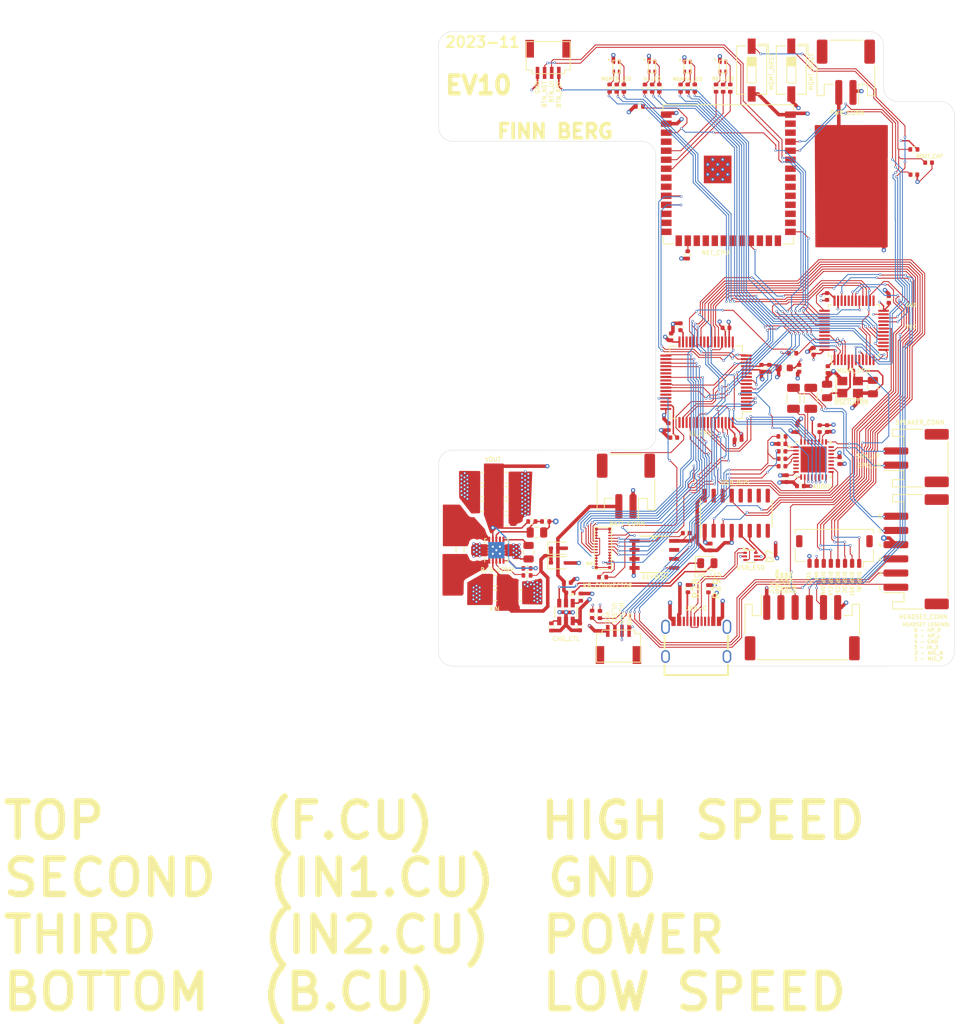
<source format=kicad_pcb>
(kicad_pcb (version 20240108) (generator "pcbnew") (generator_version "8.0")
  (title_block (title "Hactar PCB - Finn Berg") (date "2023-10-02") (rev "EV9") (company "CISCO SYSTEMS"))
  (layers (0 "F.Cu" signal) (1 "In1.Cu" power) (2 "In2.Cu" power) (31 "B.Cu" signal) (34 "B.Paste" user) (35 "F.Paste" user) (36 "B.SilkS" user "B.Silkscreen") (37 "F.SilkS" user "F.Silkscreen") (38 "B.Mask" user) (39 "F.Mask" user) (44 "Edge.Cuts" user))
  (net 0 "")
  (net 1 "+3.3VA")
  (net 2 "+3.3V")
  (net 3 "VBUS")
  (net 4 "GND")
  (net 5 "Net-(D2-K)")
  (net 6 "/RCC_OSC_IN")
  (net 7 "/UI_SDA")
  (net 8 "Net-(U6-LINPUT3)")
  (net 9 "/UI_SCL")
  (net 10 "Net-(U6-LINPUT2)")
  (net 11 "Net-(U1-VCAP_1)")
  (net 12 "/USB_D+")
  (net 13 "/USB_D-")
  (net 14 "Net-(U1-VCAP_2)")
  (net 15 "Net-(U6-LINPUT1)")
  (net 16 "Net-(U6-MICBIAS)")
  (net 17 "Net-(U6-HP_R)")
  (net 18 "/MCLK")
  (net 19 "/RCC_OSC_OUT")
  (net 20 "/MGMT_BOOT")
  (net 21 "/MGMT_NRST")
  (net 22 "/IN_3")
  (net 23 "Net-(U6-HP_L)")
  (net 24 "/NET_RST")
  (net 25 "/UI_RST")
  (net 26 "/MIC_P")
  (net 27 "/LEDA_R")
  (net 28 "Net-(U6-AMID)")
  (net 29 "/DISP_BL")
  (net 30 "/DISP_RSTR")
  (net 31 "/LEDA_G")
  (net 33 "/BATTERY_MON")
  (net 34 "Net-(D3-RK)")
  (net 35 "/LEDA_B")
  (net 36 "Net-(D3-BK)")
  (net 37 "/KB_COL3")
  (net 38 "/KB_COL4")
  (net 39 "Net-(D4-RK)")
  (net 40 "/DISP_DC")
  (net 41 "/DISP_CS")
  (net 42 "/DISP_SPI_SCK")
  (net 43 "/DISP_SPI_MOSI")
  (net 46 "Net-(D4-BK)")
  (net 47 "/KB_MIC")
  (net 48 "/KB_ROW5")
  (net 49 "/KB_ROW1")
  (net 50 "/KB_ROW2")
  (net 51 "/KB_ROW3")
  (net 52 "/MIC_N")
  (net 53 "Net-(D5-RK)")
  (net 54 "/KB_ROW4")
  (net 55 "Net-(D5-BK)")
  (net 56 "/KB_ROW6")
  (net 57 "/KB_ROW7")
  (net 58 "/UD-")
  (net 59 "/UD+")
  (net 60 "/LEDB_R")
  (net 61 "/LEDB_G")
  (net 62 "Net-(U7-VAUX)")
  (net 63 "Net-(D18-RK)")
  (net 64 "Net-(D18-BK)")
  (net 67 "/LEDB_B")
  (net 73 "/SPK_LN")
  (net 74 "/SPK_LP")
  (net 75 "/HP_R")
  (net 76 "/HP_L")
  (net 77 "/KB_COL5")
  (net 78 "/KB_COL2")
  (net 79 "Net-(U11-IO46)")
  (net 80 "/BTN_RST")
  (net 81 "/BTN_UI")
  (net 82 "/BTN_NET")
  (net 83 "/KB_COL1")
  (net 84 "Net-(J5-Pin_1)")
  (net 85 "Net-(D1-K)")
  (net 86 "Net-(U1-PA12)")
  (net 89 "/UI_STAT")
  (net 92 "/UI_BOOT")
  (net 93 "/NET_LED_B")
  (net 94 "/NET_LED_G")
  (net 101 "/USB_DTR")
  (net 102 "/USB_RTS")
  (net 104 "/NET_LED_R")
  (net 114 "/UI_LED_B")
  (net 117 "/NET_STAT")
  (net 119 "/UI_LED_G")
  (net 121 "/UI_TX1_MGMT")
  (net 122 "/UI_RX1_MGMT")
  (net 123 "/NET_BOOT")
  (net 124 "/UI_LED_R")
  (net 126 "/MGMT_SWDIO")
  (net 127 "/MGMT_SWCLK")
  (net 128 "/I2S_DACLRC")
  (net 131 "Net-(D1-A)")
  (net 132 "/BOOT1")
  (net 134 "Net-(U2-TS)")
  (net 135 "/I2S_BCLK")
  (net 136 "/I2S_ADCDAT")
  (net 137 "unconnected-(U6-OUT3-Pad30)")
  (net 138 "/I2S_DACDAT")
  (net 139 "/USB_TX1_MGMT")
  (net 140 "/USB_RX1_MGMT")
  (net 164 "/KB_LED")
  (net 167 "Net-(D2-A)")
  (net 168 "Net-(USB-C1-CC1)")
  (net 169 "Net-(USB-C1-CC2)")
  (net 171 "PG")
  (net 172 "Net-(U2-ISET)")
  (net 173 "/UI_TX2_NET")
  (net 176 "/NET_TX1_MGMT")
  (net 177 "/NET_RX1_MGMT")
  (net 178 "/UI_RX2_NET")
  (net 180 "Net-(D18-GK)")
  (net 181 "Net-(D5-GK)")
  (net 182 "Net-(D4-GK)")
  (net 183 "Net-(D3-GK)")
  (net 184 "Net-(U7-EN)")
  (net 185 "Net-(U7-L2)")
  (net 186 "Net-(U7-L1)")
  (net 187 "Net-(U7-FB)")
  (footprint "Capacitor_SMD:C_0805_2012Metric" (layer "F.Cu") (at 120.15 118.87 180)
    (property "Reference" "C45" (hide yes))
    (property "Value" "10u" (hide yes))
  )
  (footprint "Capacitor_SMD:C_0402_1005Metric" (layer "F.Cu") (at 146.38 111.7 -90)
    (property "Reference" "C13" (hide yes))
    (property "Value" "100n" (hide yes))
  )
  (footprint "ESP32-S3-WROOM-1-N8R2:New_ESP32_M24C02-RMN6TP" (layer "F.Cu") (at 144.4 129.7)
    (property "Reference" "CR1" (hide yes))
    (property "Value" "M24C02-RDW6TP" (hide yes))
  )
  (footprint "Capacitor_SMD:C_0402_1005Metric" (layer "F.Cu") (at 133.9 139.91 -90)
    (property "Reference" "C1" (hide yes))
    (property "Value" "10u" (hide yes))
  )
  (footprint "Capacitor_SMD:C_0805_2012Metric" (layer "F.Cu") (at 126.68 129.39 -90)
    (property "Reference" "C40" (hide yes))
    (property "Value" "0.1u" (hide yes))
  )
  (footprint "Capacitor_SMD:C_0402_1005Metric" (layer "F.Cu") (at 147.14 113.24)
    (property "Reference" "C22" (hide yes))
    (property "Value" "2u2" (hide yes))
  )
  (footprint "Capacitor_SMD:C_0805_2012Metric" (layer "F.Cu") (at 125.5 135.46)
    (property "Reference" "C39" (hide yes))
    (property "Value" "10u" (hide yes))
  )
  (footprint "Package_QFP:LQFP-48_7x7mm_P0.5mm" (layer "F.Cu") (at 172.5375 98.125 90)
    (property "Reference" "U5" (hide yes))
    (property "Value" "STM32F030C8Tx" (hide yes))
  )
  (footprint "Resistor_SMD:R_0402_1005Metric" (layer "F.Cu") (at 126.46 132.66 180)
    (property "Reference" "R1" (hide yes))
    (property "Value" "100k" (hide yes))
  )
  (footprint "Capacitor_SMD:C_0805_2012Metric" (layer "F.Cu") (at 121.99 135.47 180)
    (property "Reference" "C38" (hide yes))
    (property "Value" "10u" (hide yes))
  )
  (footprint "Resistor_SMD:R_0402_1005Metric" (layer "F.Cu") (at 129.09 125.06 180)
    (property "Reference" "R20" (hide yes))
    (property "Value" "64.9k" (hide yes))
  )
  (footprint "Capacitor_SMD:C_0402_1005Metric" (layer "F.Cu") (at 148.9 126.7 180)
    (property "Reference" "C33" (hide yes))
    (property "Value" "100n" (hide yes))
  )
  (footprint "Capacitor_SMD:C_0805_2012Metric" (layer "F.Cu") (at 123.57 124.96)
    (property "Reference" "C42" (hide yes))
    (property "Value" "0.1u" (hide yes))
  )
  (footprint "Capacitor_SMD:C_0402_1005Metric" (layer "F.Cu") (at 146.77 99.05 90)
    (property "Reference" "C14" (hide yes))
    (property "Value" "100n" (hide yes))
  )
  (footprint "Capacitor_SMD:C_0805_2012Metric" (layer "F.Cu") (at 168.7375 106.675 -90)
    (property "Reference" "C4" (hide yes))
    (property "Value" "33P" (hide yes))
  )
  (footprint "Capacitor_SMD:C_0402_1005Metric" (layer "F.Cu") (at 168.7375 111.975 90)
    (property "Reference" "C3" (hide yes))
    (property "Value" "4.7u" (hide yes))
  )
  (footprint "Resistor_SMD:R_0402_1005Metric" (layer "F.Cu") (at 163.89 101.36)
    (property "Reference" "R5" (hide yes))
    (property "Value" "4k7" (hide yes))
  )
  (footprint "Resistor_SMD:R_0402_1005Metric" (layer "F.Cu") (at 180.972 72.636 180)
    (property "Reference" "R10" (hide yes))
    (property "Value" "4k7" (hide yes))
  )
  (footprint "Connector_JST:JST_SHL_SM08B-SHLS-TF_1x08-1MP_P1.00mm_Horizontal" (layer "F.Cu") (at 169.77 129.29 180)
    (property "Reference" "J10" (hide yes))
    (property "Value" "Conn_01x08_Socket" (hide yes))
  )
  (footprint "Connector_JST:JST_PH_S6B-PH-SM4-TB_1x06-1MP_P2.00mm_Horizontal" (layer "F.Cu") (at 181.2875 129.325 90)
    (property "Reference" "J8" (hide yes))
    (property "Value" "Conn_01x06_Female" (hide yes))
  )
  (footprint "BM14B(0.B)-24DS-0:BM14B(0.B)-24DS-0.4V(53)" (layer "F.Cu") (at 138.1075 131.035 90)
    (property "Reference" "U13" (hide yes))
    (property "Value" "BM14B(0.8)-24DS-0.4V(53)" (hide yes))
  )
  (footprint "Package_QFP:LQFP-64_10x10mm_P0.5mm" (layer "F.Cu") (at 151.695 105.44 180)
    (property "Reference" "U1" (hide yes))
    (property "Value" "STM32F405RGTx" (hide yes))
  )
  (footprint "Capacitor_SMD:C_0402_1005Metric" (layer "F.Cu") (at 163.0375 119.025 90)
    (property "Reference" "C16" (hide yes))
    (property "Value" "100n" (hide yes))
  )
  (footprint "Connector_JST:JST_PH_S2B-PH-SM4-TB_1x02-1MP_P2.00mm_Horizontal" (layer "F.Cu") (at 140.4 120.1 180)
    (property "Reference" "J1" (hide yes))
    (property "Value" "Conn_01x02_Socket" (hide yes))
  )
  (footprint "Diode_SMD:D_0805_2012Metric" (layer "F.Cu") (at 151.87 130.94)
    (property "Reference" "D1" (hide yes))
    (property "Value" "LED" (hide yes))
  )
  (footprint "Capacitor_SMD:C_0805_2012Metric" (layer "F.Cu") (at 123.61 120.89)
    (property "Reference" "C48" (hide yes))
    (property "Value" "10u" (hide yes))
  )
  (footprint "1x4 pin download:1x4pin 1mm connector" (layer "F.Cu") (at 132.04 58.45 180)
    (property "Reference" "J13" (hide yes))
    (property "Value" "Conn_01x04_Female" (hide yes))
  )
  (footprint "Inductor_SMD:L_0603_1608Metric" (layer "F.Cu") (at 162.7 103.425)
    (property "Reference" "120R1" (hide yes))
    (property "Value" "FerriteBead" (hide yes))
  )
  (footprint "BQ21040DBVR:SOT95P280X145-6N" (layer "F.Cu") (at 131.95 137.82 -90)
    (property "Reference" "U2" (hide yes))
    (property "Value" "BQ21040DBVR" (hide yes))
  )
  (footprint "Resistor_SMD:R_0402_1005Metric" (layer "F.Cu") (at 134.04 135.72 90)
    (property "Reference" "R22" (hide yes))
    (property "Value" "10k" (hide yes))
  )
  (footprint "Resistor_SMD:R_0402_1005Metric" (layer "F.Cu") (at 154.1 64 90)
    (property "Reference" "R17" (hide yes))
    (property "Value" "150" (hide yes))
  )
  (footprint "Resistor_SMD:R_0402_1005Metric" (layer "F.Cu") (at 140.1 64 -90)
    (property "Reference" "R13" (hide yes))
    (property "Value" "180" (hide yes))
  )
  (footprint "Resistor_SMD:R_0402_1005Metric" (layer "F.Cu") (at 127.14 125.06 180)
    (property "Reference" "R19" (hide yes))
    (property "Value" "360k" (hide yes))
  )
  (footprint "Resistor_SMD:R_0402_1005Metric" (layer "F.Cu") (at 142.3 66.6 180)
    (property "Reference" "R4" (hide yes))
    (property "Value" "15k" (hide yes))
  )
  (footprint "MountingHole:MountingHole_2.1mm" (layer "F.Cu") (at 176.9375 140.345)
    (property "Reference" "REF**" (hide yes))
    (property "Value" "MountingHole_2.1mm" (hide yes))
  )
  (footprint "jlc_pcb:SOT-666-6_L1.6-W1.2-P0.50-LS1.6-BL" (layer "F.Cu") (at 157.951099 129.97709 -90)
    (property "Reference" "D7")
    (property "Value" "USBLC6-2P6_C2827693" (hide yes))
  )
  (footprint "footprint:USB-C_SMD-TYPE-C-31-M-12" (layer "F.Cu") (at 150.306313 141.608079)
    (property "Reference" "USB-C1" (hide yes))
    (property "Value" "TYPE-C-31-M-12" (hide yes))
  )
  (footprint "Capacitor_SMD:C_0402_1005Metric" (layer "F.Cu") (at 159.5 103.475 -90)
    (property "Reference" "C8" (hide yes))
    (property "Value" "10n" (hide yes))
  )
  (footprint "Capacitor_SMD:C_0805_2012Metric" (layer "F.Cu") (at 123.6 118.86)
    (property "Reference" "C46" (hide yes))
    (property "Value" "10u" (hide yes))
  )
  (footprint "Resistor_SMD:R_0402_1005Metric" (layer "F.Cu") (at 132.5 135.12)
    (property "Reference" "R27" (hide yes))
    (property "Value" "1k5" (hide yes))
  )
  (footprint "Resistor_SMD:R_0402_1005Metric" (layer "F.Cu") (at 148.1 64 -90)
    (property "Reference" "R12" (hide yes))
    (property "Value" "150" (hide yes))
  )
  (footprint "Resistor_SMD:R_0402_1005Metric" (layer "F.Cu") (at 149.1 64 -90)
    (property "Reference" "R11" (hide yes))
    (property "Value" "150" (hide yes))
  )
  (footprint "Capacitor_SMD:C_0402_1005Metric" (layer "F.Cu") (at 148.08 97.62 -90)
    (property "Reference" "C21" (hide yes))
    (property "Value" "2u2" (hide yes))
  )
  (footprint "Button_Switch_SMD:SW_DIP_SPSTx01_Slide_6.7x4.1mm_W6.73mm_P2.54mm_LowProfile_JPin" (layer "F.Cu") (at 158.112 61.46 -90)
    (property "Reference" "SW5" (hide yes))
    (property "Value" "SW_Push" (hide yes))
  )
  (footprint "Resistor_SMD:R_0402_1005Metric" (layer "F.Cu") (at 150.1 64 -90)
    (property "Reference" "R6" (hide yes))
    (property "Value" "180" (hide yes))
  )
  (footprint "Resistor_SMD:R_0402_1005Metric" (layer "F.Cu") (at 155.1 64 90)
    (property "Reference" "R16" (hide yes))
    (property "Value" "180" (hide yes))
  )
  (footprint "Connector_JST:JST_PH_S2B-PH-SM4-TB_1x02-1MP_P2.00mm_Horizontal" (layer "F.Cu") (at 181.2875 116.125 90)
    (property "Reference" "J2" (hide yes))
    (property "Value" "Conn_01x02_Female" (hide yes))
  )
  (footprint "MountingHole:MountingHole_2.1mm" (layer "F.Cu") (at 183.0875 107.925)
    (property "Reference" "REF**" (hide yes))
    (property "Value" "MountingHole_2.1mm" (hide yes))
  )
  (footprint "Resistor_SMD:R_0402_1005Metric" (layer "F.Cu") (at 149.133772 134.516762 -90)
    (property "Reference" "R28")
    (property "Value" "5k1")
  )
  (footprint "Capacitor_SMD:C_1206_3216Metric" (layer "F.Cu") (at 166.4375 107.705 90)
    (property "Reference" "C29" (hide yes))
    (property "Value" "100U" (hide yes))
  )
  (footprint "Capacitor_SMD:C_0402_1005Metric" (layer "F.Cu") (at 162.3875 117.275)
    (property "Reference" "C27" (hide yes))
    (property "Value" "1u" (hide yes))
  )
  (footprint "Resistor_SMD:R_0402_1005Metric" (layer "F.Cu") (at 126.45 131.67)
    (property "Reference" "R21" (hide yes))
    (property "Value" "100k" (hide yes))
  )
  (footprint "Diode_SMD:D_SOD-323" (layer "F.Cu") (at 130.8825 128.83)
    (property "Reference" "D2" (hide yes))
    (property "Value" "1N5819WS" (hide yes))
  )
  (footprint "Capacitor_SMD:C_0402_1005Metric" (layer "F.Cu") (at 164.8 103.475 -90)
    (property "Reference" "C10" (hide yes))
    (property "Value" "1u" (hide yes))
  )
  (footprint "Resistor_SMD:R_0402_1005Metric" (layer "F.Cu") (at 144.1 64 90)
    (property "Reference" "R24" (hide yes))
    (property "Value" "150" (hide yes))
  )
  (footprint "Capacitor_SMD:C_0402_1005Metric" (layer "F.Cu") (at 183.04 74.5 180)
    (property "Reference" "C36" (hide yes))
    (property "Value" "100n" (hide yes))
  )
  (footprint "Capacitor_SMD:C_0402_1005Metric" (layer "F.Cu") (at 180.972 76.192 180)
    (property "Reference" "C35" (hide yes))
    (property "Value" "100n" (hide yes))
  )
  (footprint "Capacitor_SMD:C_0402_1005Metric" (layer "F.Cu") (at 156.21 113.53 180)
    (property "Reference" "C12" (hide yes))
    (property "Value" "100n" (hide yes))
  )
  (footprint "Resistor_SMD:R_0402_1005Metric" (layer "F.Cu") (at 153.0995 64 90)
    (property "Reference" "R18" (hide yes))
    (property "Value" "150" (hide yes))
  )
  (footprint "Capacitor_SMD:C_0402_1005Metric" (layer "F.Cu") (at 177.4375 93.775 90)
    (property "Reference" "C25" (hide yes))
    (property "Value" "100n" (hide yes))
  )
  (footprint "Resistor_SMD:R_0402_1005Metric" (layer "F.Cu") (at 149.1 87.5 90)
    (property "Reference" "R32" (hide yes))
    (property "Value" "4k7" (hide yes))
  )
  (footprint "Resistor_SMD:R_0402_1005Metric" (layer "F.Cu") (at 135.6275 138.135 -90)
    (property "Reference" "R8" (hide yes))
    (property "Value" "1k5" (hide yes))
  )
  (footprint "Inductor_SMD:L_0805_2012Metric" (layer "F.Cu") (at 117.03 129.04 90)
    (property "Reference" "L1" (hide yes))
    (property "Value" "1uH" (hide yes))
  )
  (footprint "Capacitor_SMD:C_0402_1005Metric" (layer "F.Cu") (at 164.9875 120.075)
    (property "Reference" "C15" (hide yes))
    (property "Value" "100n" (hide yes))
  )
  (footprint "Resistor_SMD:R_0402_1005Metric" (layer "F.Cu") (at 138.1 64 -90)
    (property "Reference" "R15" (hide yes))
    (property "Value" "150" (hide yes))
  )
  (footprint "ESP32-S3-WROOM-1-N8R2:QFN50P500X500X90-33N" (layer "F.Cu") (at 166.84 116.325)
    (property "Reference" "U6" (hide yes))
    (property "Value" "WM8960CGEFL/RV" (hide yes))
  )
  (footprint "Capacitor_SMD:C_0805_2012Metric" (layer "F.Cu") (at 175.1875 106.125 90)
    (property "Reference" "C23" (hide yes))
    (property "Value" "33P" (hide yes))
  )
  (footprint "Resistor_SMD:R_0402_1005Metric" (layer "F.Cu") (at 162.3875 113.075 180)
    (property "Reference" "R9" (hide yes))
    (property "Value" "2K2" (hide yes))
  )
  (footprint "Resistor_SMD:R_0402_1005Metric" (layer "F.Cu") (at 139.1 64 -90)
    (property "Reference" "R14" (hide yes))
    (property "Value" "150" (hide yes))
  )
  (footprint "Capacitor_SMD:C_1206_3216Metric" (layer "F.Cu") (at 164.0075 107.705 90)
    (property "Reference" "C30" (hide yes))
    (property "Value" "100U" (hide yes))
  )
  (footprint "Button_Switch_SMD:SW_DIP_SPSTx01_Slide_6.7x4.1mm_W6.73mm_P2.54mm_LowProfile_JPin" (layer "F.Cu") (at 163.7 61.46 -90)
    (property "Reference" "SW4" (hide yes))
    (property "Value" "SW_Push" (hide yes))
  )
  (footprint "1x6 pin download:LED RGB" (layer "F.Cu") (at 154.4625 61.695 90)
    (property "Reference" "D4" (hide yes))
    (property "Value" "ASMB-MTB1-0A3A2" (hide yes))
  )
  (footprint "MountingHole:MountingHole_2.1mm" (layer "F.Cu") (at 117.5875 69.625)
    (property "Reference" "REF**" (hide yes))
    (property "Value" "MountingHole_2.1mm" (hide yes))
  )
  (footprint "Diode_SMD:D_SOD-323" (layer "F.Cu") (at 130.88 130.89)
    (property "Reference" "D6" (hide yes))
    (property "Value" "1N5819WS" (hide yes))
  )
  (footprint "Package_SO:SOIC-16_3.9x9.9mm_P1.27mm" (layer "F.Cu") (at 155.9375 123.895 90)
    (property "Reference" "U3" (hide yes))
    (property "Value" "CH340C" (hide yes))
  )
  (footprint "Resistor_SMD:R_0402_1005Metric" (layer "F.Cu") (at 145.1 64 90)
    (property "Reference" "R23" (hide yes))
    (property "Value" "180" (hide yes))
  )
  (footprint "Capacitor_SMD:C_0402_1005Metric" (layer "F.Cu") (at 168.73 93.36 -90)
    (property "Reference" "C34" (hide yes))
    (property "Value" "100n" (hide yes))
  )
  (footprint "1x4 pin download:1x4pin 1mm connector" (layer "F.Cu") (at 136.74 143.87)
    (property "Reference" "J7" (hide yes))
    (property "Value" "Conn_01x04_Female" (hide yes))
  )
  (footprint "Resistor_SMD:R_0402_1005Metric" (layer "F.Cu") (at 137.1175 132.905 180)
    (property "Reference" "R41" (hide yes))
    (property "Value" "0" (hide yes))
  )
  (footprint "Capacitor_SMD:C_0402_1005Metric" (layer "F.Cu") (at 162.3875 116.225)
    (property "Reference" "C18" (hide yes))
    (property "Value" "1u" (hide yes))
  )
  (footprint "Capacitor_SMD:C_0402_1005Metric" (layer "F.Cu") (at 132.14 133.68)
    (property "Reference" "C2" (hide yes))
    (property "Value" "10u" (hide yes))
  )
  (footprint "Capacitor_SMD:C_0402_1005Metric" (layer "F.Cu") (at 170.5 116.48 -90)
    (property "Reference" "C6" (hide yes))
    (property "Value" "4.7u" (hide yes))
  )
  (footprint "Capacitor_SMD:C_0805_2012Metric" (layer "F.Cu") (at 127.86 126.61)
    (property "Reference" "C41" (hide yes))
    (property "Value" "2.2p" (hide yes))
  )
  (footprint "Resistor_SMD:R_0402_1005Metric" (layer "F.Cu") (at 152.019795 134.537177 -90)
    (property "Reference" "R29")
    (property "Value" "5k1")
  )
  (footprint "1x6 pin download:LED RGB" (layer "F.Cu") (at 139.4625 61.695 90)
    (property "Reference" "D3" (hide yes))
    (property "Value" "ASMB-MTB1-0A3A2" (hide yes))
  )
  (footprint "RF_Module:ESP32-S3-WROOM-1U" (layer "F.Cu") (at 154.825 76.15)
    (property "Reference" "U11" (hide yes))
    (property "Value" "ESP32-S3-WROOM-1-N8R2" (hide yes))
  )
  (footprint "Resistor_SMD:R_0402_1005Metric" (layer "F.Cu") (at 129.89 139.92 -90)
    (property "Reference" "R26" (hide yes))
    (property "Value" "680" (hide yes))
  )
  (footprint "Capacitor_SMD:C_0402_1005Metric" (layer "F.Cu") (at 162.3875 115.175)
    (property "Reference" "C17" (hide yes))
    (property "Value" "1u" (hide yes))
  )
  (footprint "Capacitor_SMD:C_0402_1005Metric" (layer "F.Cu") (at 164.5375 111.975 -90)
    (property "Reference" "C7" (hide yes))
    (property "Value" "100n" (hide yes))
  )
  (footprint "Connector_JST:JST_PH_S6B-PH-SM4-TB_1x06-1MP_P2.00mm_Horizontal" (layer "F.Cu") (at 165.2375 140.025)
    (property "Reference" "J11" (hide yes))
    (property "Value" "Conn_01x06_Female" (hide yes))
  )
  (footprint "Capacitor_SMD:C_0402_1005Metric" (layer "F.Cu") (at 152.2975 128.655 90)
    (property "Reference" "C32" (hide yes))
    (property "Value" "100n" (hide yes))
  )
  (footprint "Capacitor_SMD:C_0402_1005Metric" (layer "F.Cu") (at 167.6875 111.975 -90)
    (property "Reference" "C31" (hide yes))
    (property "Value" "4.7u" (hide yes))
  )
  (footprint "Capacitor_SMD:C_0805_2012Metric" (layer "F.Cu") (at 120.13 122.93 180)
    (property "Reference" "C43" (hide yes))
    (property "Value" "10u" (hide yes))
  )
  (footprint "MountingHole:MountingHole_2.1mm" (layer "F.Cu") (at 183.12 69.625)
    (property "Reference" "REF**" (hide yes))
    (property "Value" "MountingHole_2.1mm" (hide yes))
  )
  (footprint "Capacitor_SMD:C_0402_1005Metric" (layer "F.Cu") (at 160.6 103.475 -90)
    (property "Reference" "C9" (hide yes))
    (property "Value" "1u" (hide yes))
  )
  (footprint "Capacitor_SMD:C_0402_1005Metric" (layer "F.Cu") (at 168.8475 103.665 -90)
    (property "Reference" "C24" (hide yes))
    (property "Value" "100n" (hide yes))
  )
  (footprint "Connector_JST:JST_PH_S2B-PH-SM4-TB_1x02-1MP_P2.00mm_Horizontal" (layer "F.Cu") (at 171.39 61.76 180)
    (property "Reference" "J5" (hide yes))
    (property "Value" "Conn_01x02_Socket" (hide yes))
  )
  (footprint "MountingHole:MountingHole_2.1mm" (layer "F.Cu") (at 123.6375 140.345)
    (property "Reference" "REF**" (hide yes))
    (property "Value" "MountingHole_2.1mm" (hide yes))
  )
  (footprint "1x6 pin download:LED RGB" (layer "F.Cu") (at 144.4625 61.695 90)
    (property "Reference" "D5" (hide yes))
    (property "Value" "ASMB-MTB1-0A3A2" (hide yes))
  )
  (footprint "Capacitor_SMD:C_0402_1005Metric" (layer "F.Cu") (at 154.5 97.775)
    (property "Reference" "C11" (hide yes))
    (property "Value" "100n" (hide yes))
  )
  (footprint "1x6 pin download:LED RGB" (layer "F.Cu") (at 149.4625 61.695 90)
    (property "Reference" "D18" (hide yes))
    (property "Value" "ASMB-MTB1-0A3A2" (hide yes))
  )
  (footprint "Capacitor_SMD:C_0805_2012Metric" (layer "F.Cu") (at 122.01 133.44 180)
    (property "Reference" "C37" (hide yes))
    (property "Value" "0.1u" (hide yes))
  )
  (footprint "Capacitor_SMD:C_0402_1005Metric" (layer "F.Cu") (at 162.3875 114.125 180)
    (property "Reference" "C28" (hide yes))
    (property "Value" "4.7u" (hide yes))
  )
  (footprint "Resistor_SMD:R_0402_1005Metric" (layer "F.Cu") (at 136.7375 138.175 -90)
    (property "Reference" "R7" (hide yes))
    (property "Value" "1k5" (hide yes))
  )
  (footprint "Package_SON:Texas_S-PWSON-N10_ThermalVias" (layer "F.Cu") (at 122.14 129.11 90)
    (property "Reference" "U7" (hide yes))
    (property "Value" "TPS63060" (hide yes))
  )
  (footprint "Capacitor_SMD:C_0805_2012Metric" (layer "F.Cu") (at 123.6 122.92)
    (property "Reference" "C47" (hide yes))
    (property "Value" "10u" (hide yes))
  )
  (footprint "Capacitor_SMD:C_0805_2012Metric" (layer "F.Cu") (at 120.14 120.9 180)
    (property "Reference" "C44" (hide yes))
    (property "Value" "10u" (hide yes))
  )
  (footprint "Capacitor_SMD:C_0402_1005Metric" (layer "F.Cu") (at 166.84 101.07 90)
    (property "Reference" "C26" (hide yes))
    (property "Value" "100n" (hide yes))
  )
  (footprint "Resistor_SMD:R_0402_1005Metric" (layer "F.Cu") (at 143.084 64 90)
    (property "Reference" "R25" (hide yes))
    (property "Value" "150" (hide yes))
  )
  (footprint "Crystal:Crystal_SMD_3225-4Pin_3.2x2.5mm" (layer "F.Cu") (at 171.9875 106.125)
    (property "Reference" "Y1" (hide yes))
    (property "Value" "Crystal_GND24" (hide yes))
  )
  (gr_circle (center 142.975095 60) (end 142.996215 60.0132) (stroke (width 0.12)) (fill none) (layer "F.SilkS"))
  (gr_circle (center 147.975095 60) (end 147.996215 60.0132) (stroke (width 0.12)) (fill none) (layer "F.SilkS"))
  (gr_circle (center 138 60) (end 138.02112 60.0132) (stroke (width 0.12)) (fill none) (layer "F.SilkS"))
  (gr_circle (center 152.975095 60) (end 152.996215 60.0132) (stroke (width 0.12)) (fill none) (layer "F.SilkS"))
  (gr_arc (start 142.6 71.5) (mid 144.014214 72.085786) (end 144.6 73.5) (stroke (width 0.05)) (layer "Edge.Cuts"))
  (gr_arc (start 178.68 65.89) (mid 177.265786 65.304214) (end 176.68 63.89) (stroke (width 0.05)) (layer "Edge.Cuts"))
  (gr_line (start 144.6 73.5) (end 144.598077 112.920087) (stroke (width 0.05)) (layer "Edge.Cuts"))
  (gr_line (start 113.990001 117.000001) (end 113.98 143.44) (stroke (width 0.05)) (layer "Edge.Cuts"))
  (gr_arc (start 115.98 145.44) (mid 114.565786 144.854214) (end 113.98 143.44) (stroke (width 0.05)) (layer "Edge.Cuts"))
  (gr_line (start 115.98 145.44) (end 184.68 145.43) (stroke (width 0.05)) (layer "Edge.Cuts"))
  (gr_arc (start 186.68 143.43) (mid 186.094214 144.844214) (end 184.68 145.43) (stroke (width 0.05)) (layer "Edge.Cuts"))
  (gr_arc (start 184.69 65.88) (mid 186.104214 66.465786) (end 186.69 67.88) (stroke (width 0.05)) (layer "Edge.Cuts"))
  (gr_line (start 176.68 63.89) (end 176.685786 58.024214) (stroke (width 0.05)) (layer "Edge.Cuts"))
  (gr_arc (start 113.990001 117.000001) (mid 114.575787 115.585787) (end 115.990001 115.000001) (stroke (width 0.05)) (layer "Edge.Cuts"))
  (gr_line (start 186.68 143.43) (end 186.69 67.88) (stroke (width 0.05)) (layer "Edge.Cuts"))
  (gr_line (start 142.58 115.009999) (end 115.990001 115.000001) (stroke (width 0.05)) (layer "Edge.Cuts"))
  (gr_arc (start 113.99 58.02) (mid 114.575786 56.605786) (end 115.99 56.02) (stroke (width 0.05)) (layer "Edge.Cuts"))
  (gr_arc (start 174.685786 56.024214) (mid 176.1 56.61) (end 176.685786 58.024214) (stroke (width 0.05)) (layer "Edge.Cuts"))
  (gr_line (start 184.69 65.88) (end 178.68 65.89) (stroke (width 0.05)) (layer "Edge.Cuts"))
  (gr_arc (start 144.598077 112.920087) (mid 144.038795 114.39934) (end 142.58 115.009999) (stroke (width 0.05)) (layer "Edge.Cuts"))
  (gr_line (start 113.99 58.02) (end 114 69.5) (stroke (width 0.05)) (layer "Edge.Cuts"))
  (gr_line (start 116 71.5) (end 142.6 71.5) (stroke (width 0.05)) (layer "Edge.Cuts"))
  (gr_arc (start 116 71.5) (mid 114.585786 70.914214) (end 114 69.5) (stroke (width 0.05)) (layer "Edge.Cuts"))
  (gr_line (start 174.685786 56.024214) (end 115.99 56.02) (stroke (width 0.05)) (layer "Edge.Cuts"))
  (gr_text "MIC" (at 135.29 131.01 0) (layer "F.SilkS") (effects (font (size 0.4 0.4) (thickness 0.1))))
  (gr_text "5" (at 176.19 126.35 0) (layer "F.SilkS") (effects (font (size 0.5 0.5) (thickness 0.1))))
  (gr_text "VIN" (at 121.87 137.35 0) (layer "F.SilkS") (effects (font (size 0.6 0.6) (thickness 0.1))))
  (gr_text "MGMTA_LED" (at 149.07 62.74 0) (layer "F.SilkS") (effects (font (size 0.5 0.5) (thickness 0.1))))
  (gr_text "BTN_RST" (at 130.93 64.9 90) (layer "F.SilkS") (effects (font (size 0.6 0.6) (thickness 0.1))))
  (gr_text "FINN BERG" (at 121.99 71.27 0) (layer "F.SilkS") (effects (font (size 2 2) (thickness 0.5) (bold yes)) (justify left bottom)))
  (gr_text "GND" (at 167.25 132.75 270) (layer "F.SilkS") (effects (font (size 0.4 0.4) (thickness 0.1))))
  (gr_text "HEADSET_CONN" (at 182.3 138.5 0) (layer "F.SilkS") (effects (font (size 0.6 0.6) (thickness 0.1))))
  (gr_text "3" (at 176.17 130.43 0) (layer "F.SilkS") (effects (font (size 0.5 0.5) (thickness 0.1))))
  (gr_text "UI_LED" (at 144.09 62.66 0) (layer "F.SilkS") (effects (font (size 0.5 0.5) (thickness 0.1))))
  (gr_text "DISP_DC" (at 171.2 133.63 -90) (layer "F.SilkS") (effects (font (size 0.5 0.5) (thickness 0.1))))
  (gr_text "OSCILATOR" (at 172.16 108.28 0) (layer "F.SilkS") (effects (font (size 0.6 0.6) (thickness 0.1))))
  (gr_text "VCC" (at 180.59 97.61 0) (layer "F.SilkS") (effects (font (size 0.5 0.5) (thickness 0.1))))
  (gr_text "NET_LED" (at 154.07 62.67 0) (layer "F.SilkS") (effects (font (size 0.5 0.5) (thickness 0.1))))
  (gr_text "USB_BUS" (at 155.76 119.6 0) (layer "F.SilkS") (effects (font (size 0.6 0.6) (thickness 0.1))))
  (gr_text "GND" (at 180.6 94.58 0) (layer "F.SilkS") (effects (font (size 0.5 0.5) (thickness 0.1))))
  (gr_text "VCC" (at 137.77 138.6 270) (layer "F.SilkS") (effects (font (size 0.6 0.6) (thickness 0.1))))
  (gr_text "KB_CONNECTOR" (at 137.83 134.1 0) (layer "F.SilkS") (effects (font (size 0.6 0.6) (thickness 0.1))))
  (gr_text "DISP_DIN" (at 168.16 133.75 -90) (layer "F.SilkS") (effects (font (size 0.5 0.5) (thickness 0.1))))
  (gr_text "HEADSET LEGEND:\n 6 - HP_R\n 5 - HP_L\n4 - GND\n3 - IN_3\n  2 - MIC_N\n  1 - MIC_P" (at 182.69 141.99 0) (layer "F.SilkS") (effects (font (size 0.5 0.5) (thickness 0.1))))
  (gr_text "MGMT_BOOT" (at 166.494 61.714 90) (layer "F.SilkS") (effects (font (size 0.6 0.6) (thickness 0.1))))
  (gr_text "MGMT_DIO" (at 162.98 133.71 270) (layer "F.SilkS") (effects (font (size 0.4 0.4) (thickness 0.1))))
  (gr_text "VOUT" (at 121.65 116.3 0) (layer "F.SilkS") (effects (font (size 0.6 0.6) (thickness 0.1))))
  (gr_text "CHG_CTL" (at 131.96 141.58 0) (layer "F.SilkS") (effects (font (size 0.6 0.6) (thickness 0.1))))
  (gr_text "MGMT_CPU" (at 172.45 103.81 0) (layer "F.SilkS") (effects (font (size 0.6 0.6) (thickness 0.1))))
  (gr_text "DISP_CS" (at 170.24 133.62 -90) (layer "F.SilkS") (effects (font (size 0.5 0.5) (thickness 0.1))))
  (gr_text "6" (at 176.18 124.32 0) (layer "F.SilkS") (effects (font (size 0.5 0.5) (thickness 0.1))))
  (gr_text "USB-C" (at 150.261019 137.291855 0) (layer "F.SilkS") (effects (font (size 0.6 0.6) (thickness 0.1))))
  (gr_text "USB_ESD" (at 157.97 131.56 0) (layer "F.SilkS") (effects (font (size 0.6 0.6) (thickness 0.1))))
  (gr_text "SPK_LN" (at 174.68 117.18 0) (layer "F.SilkS") (effects (font (size 0.6 0.6) (thickness 0.1))))
  (gr_text "DISP_BL" (at 173.25 133.6 -90) (layer "F.SilkS") (effects (font (size 0.5 0.5) (thickness 0.1))))
  (gr_text "VCC" (at 166.13 133.03 270) (layer "F.SilkS") (effects (font (size 0.6 0.6) (thickness 0.1))))
  (gr_text "EV10" (at 114.63 65.06 0) (layer "F.SilkS") (effects (font (size 2.5 2.5) (thickness 0.625) (bold yes)) (justify left bottom)))
  (gr_text "TOP      (F.CU)    HIGH SPEED\nSECOND  (IN1.CU)  GND\nTHIRD    (IN2.CU)  POWER\nBOTTOM  (B.CU)    LOW SPEED" (at 52.2 179.3 0) (layer "F.SilkS") (effects (font (size 5 5) (thickness 0.9)) (justify left)))
  (gr_text "GND" (at 164.15 134.59 270) (layer "F.SilkS") (effects (font (size 0.4 0.4) (thickness 0.1))))
  (gr_text "VCC" (at 160.89 134.41 270) (layer "F.SilkS") (effects (font (size 0.6 0.6) (thickness 0.1))))
  (gr_text "PWR_CONN" (at 171.6 67.48 0) (layer "F.SilkS") (effects (font (size 0.6 0.6) (thickness 0.1))))
  (gr_text "UI_SCL" (at 138.78 138.01 270) (layer "F.SilkS") (effects (font (size 0.6 0.6) (thickness 0.1))))
  (gr_text "BTN_UI" (at 129.91 64.52 90) (layer "F.SilkS") (effects (font (size 0.6 0.6) (thickness 0.1))))
  (gr_text "UI_SDA" (at 139.83 137.98 270) (layer "F.SilkS") (effects (font (size 0.6 0.6) (thickness 0.1))))
  (gr_text "BATT CONN" (at 140.59 125.36 0) (layer "F.SilkS") (effects (font (size 0.6 0.6) (thickness 0.1))))
  (gr_text "NET_CPU" (at 153.02 87.19 0) (layer "F.SilkS") (effects (font (size 0.6 0.6) (thickness 0.1))))
  (gr_text "BTN_NET" (at 128.92 64.87 90) (layer "F.SilkS") (effects (font (size 0.6 0.6) (thickness 0.1))))
  (gr_text "EEPROM" (at 144.5 132.9 0) (layer "F.SilkS") (effects (font (size 0.6 0.6) (thickness 0.1))))
  (gr_text "B/B CONV" (at 122.24 131.88 0) (layer "F.SilkS") (effects (font (size 0.6 0.6) (thickness 0.1))))
  (gr_text "UI_CPU" (at 150.92 112.67 0) (layer "F.SilkS") (effects (font (size 0.6 0.6) (thickness 0.1))))
  (gr_text "AUDIO" (at 168.04 120.13 0) (layer "F.SilkS") (effects (font (size 0.6 0.6) (thickness 0.1))))
  (gr_text "2023-11" (at 114.78 58.39 0) (layer "F.SilkS") (effects (font (size 1.5 1.5) (thickness 0.3) (bold yes)) (justify left bottom)))
  (gr_text "DISP_CLK" (at 169.22 133.84 -90) (layer "F.SilkS") (effects (font (size 0.5 0.5) (thickness 0.1))))
  (gr_text "MGMT_BOOT" (at 161.68 133.54 270) (layer "F.SilkS") (effects (font (size 0.4 0.4) (thickness 0.1))))
  (gr_text "CHG_LED" (at 151.91 132.65 0) (layer "F.SilkS") (effects (font (size 0.6 0.6) (thickness 0.1))))
  (gr_text "2" (at 176.2 132.39 0) (layer "F.SilkS") (effects (font (size 0.5 0.5) (thickness 0.1))))
  (gr_text "MGMT_CLK" (at 163.6 133.63 -90) (layer "F.SilkS") (effects (font (size 0.4 0.4) (thickness 0.1))))
  (gr_text "DISP_RST" (at 172.2 133.83 -90) (layer "F.SilkS") (effects (font (size 0.5 0.5) (thickness 0.1))))
  (gr_text "SPK_LP" (at 174.5 115.86 0) (layer "F.SilkS") (effects (font (size 0.6 0.6) (thickness 0.1))))
  (gr_text "BOOT_CAP" (at 181.24 73.88 0) (layer "F.SilkS") (effects (font (size 0.5 0.5) (thickness 0.1) (bold yes)) (justify left bottom)))
  (gr_text "4" (at 176.19 128.37 0) (layer "F.SilkS") (effects (font (size 0.5 0.5) (thickness 0.1))))
  (gr_text "MGMT_NRST" (at 160.906 61.714 90) (layer "F.SilkS") (effects (font (size 0.6 0.6) (thickness 0.1))))
  (gr_text "MGMT_RST" (at 162.33 133.73 270) (layer "F.SilkS") (effects (font (size 0.4 0.4) (thickness 0.1))))
  (gr_text "SPEAKER_CONN" (at 181.82 111.11 0) (layer "F.SilkS") (effects (font (size 0.6 0.6) (thickness 0.1))))
  (gr_text "MGMTB_LED" (at 139.01 62.7 0) (layer "F.SilkS") (effects (font (size 0.5 0.5) (thickness 0.1))))
  (gr_text "GND" (at 127.93 63.89 90) (layer "F.SilkS") (effects (font (size 0.6 0.6) (thickness 0.1))))
  (gr_text "GND" (at 140.87 138.84 270) (layer "F.SilkS") (effects (font (size 0.6 0.6) (thickness 0.1))))
  (gr_text "1" (at 176.19 134.43 0) (layer "F.SilkS") (effects (font (size 0.5 0.5) (thickness 0.1))))
  (segment (start 168.7375 112.405) (end 168.09 113.0525) (width 0.127) (layer "F.Cu") (net 1))
  (segment (start 169.315 116.075) (end 170.4225 116.075) (width 0.127) (layer "F.Cu") (net 1))
  (segment (start 161.4825 102.995) (end 161.9125 103.425) (width 0.2) (layer "F.Cu") (net 1))
  (segment (start 170.4225 116.075) (end 170.4975 116) (width 0.127) (layer "F.Cu") (net 1))
  (segment (start 170.4575 116.075) (end 170.5075 116.125) (width 0.127) (layer "F.Cu") (net 1))
  (segment (start 159.305 103.19) (end 159.5 102.995) (width 0.2) (layer "F.Cu") (net 1))
  (segment (start 170.4975 116) (end 170.4975 115.3935) (width 0.5) (layer "F.Cu") (net 1))
  (segment (start 169.6375 112.375) (end 169.6075 112.405) (width 0.5) (layer "F.Cu") (net 1))
  (segment (start 161.9125 104.5015) (end 161.9125 103.425) (width 0.5) (layer "F.Cu") (net 1))
  (segment (start 170.4975 115.3935) (end 170.4875 115.3835) (width 0.5) (layer "F.Cu") (net 1))
  (segment (start 168.09 113.0525) (end 168.09 113.85) (width 0.127) (layer "F.Cu") (net 1))
  (segment (start 165.09 113.85) (end 165.09 113.0075) (width 0.127) (layer "F.Cu") (net 1))
  (segment (start 165.09 113.0075) (end 164.5375 112.455) (width 0.127) (layer "F.Cu") (net 1))
  (segment (start 169.6075 112.405) (end 168.7375 112.405) (width 0.5) (layer "F.Cu") (net 1))
  (segment (start 157.37 103.19) (end 159.305 103.19) (width 0.2) (layer "F.Cu") (net 1))
  (segment (start 159.5 102.995) (end 161.4825 102.995) (width 0.2) (layer "F.Cu") (net 1))
  (segment (start 163.8175 112.455) (end 164.5375 112.455) (width 0.5) (layer "F.Cu") (net 1))
  (segment (start 161.6885 104.7255) (end 161.9125 104.5015) (width 0.5) (layer "F.Cu") (net 1))
  (via (at 169.6375 112.375) (size 0.6) (drill 0.3) (layers "F.Cu" "B.Cu") (net 1))
  (via (at 163.6075 112.245) (size 0.6) (drill 0.3) (layers "F.Cu" "B.Cu") (net 1))
  (via (at 170.4875 115.3835) (size 0.6) (drill 0.3) (layers "F.Cu" "B.Cu") (net 1))
  (via (at 161.6885 104.7255) (size 0.6) (drill 0.3) (layers "F.Cu" "B.Cu") (net 1))
  (segment (start 168.64 92.97) (end 168.73 92.88) (width 0.2) (layer "F.Cu") (net 2))
  (segment (start 146.4 99.53) (end 145.92 99.05) (width 0.5) (layer "F.Cu") (net 2))
  (segment (start 163.895 118.545) (end 164.365 118.075) (width 0.127) (layer "F.Cu") (net 2))
  (segment (start 145.768287 110.608287) (end 146.38 111.22) (width 0.5) (layer "F.Cu") (net 2))
  (segment (start 153.6 96.9) (end 153.6 97.355) (width 0.2) (layer "F.Cu") (net 2))
  (segment (start 163.7 65.7905) (end 164.716 66.8065) (width 0.5) (layer "F.Cu") (net 2))
  (segment (start 161.7 130.19) (end 161.495 129.985) (width 0.5) (layer "F.Cu") (net 2))
  (segment (start 150.4375 128.065) (end 150.4375 126.9) (width 0.5) (layer "F.Cu") (net 2))
  (segment (start 168.375 100.875) (end 169.8375 100.875) (width 0.2) (layer "F.Cu") (net 2))
  (segment (start 168.9375 103.195) (end 168.9375 103.1375) (width 0.2) (layer "F.Cu") (net 2))
  (segment (start 170.39 69.79) (end 170.38 69.8) (width 0.5) (layer "F.Cu") (net 2))
  (segment (start 155.3025 128.058018) (end 155.3025 126.59) (width 0.5) (layer "F.Cu") (net 2))
  (segment (start 173.352 101.1755) (end 173.44333 101.1755) (width 0.2) (layer "F.Cu") (net 2))
  (segment (start 135.9925 140.47) (end 137.84 140.47) (width 0.5) (layer "F.Cu") (net 2))
  (segment (start 164.8 102.5755) (end 164.8 102.995) (width 0.2) (layer "F.Cu") (net 2))
  (segment (start 135.727878 136.838556) (end 135.727878 137.524622) (width 0.127) (layer "F.Cu") (net 2))
  (segment (start 153.6 97.355) (end 154.4 98.155) (width 0.2) (layer "F.Cu") (net 2))
  (segment (start 155.445 111.505) (end 156.61 112.67) (width 0.2) (layer "F.Cu") (net 2))
  (segment (start 161.495 129.985) (end 161.495 128.065) (width 0.5) (layer "F.Cu") (net 2))
  (segment (start 149.5375 127.8) (end 150.4375 126.9) (width 0.5) (layer "F.Cu") (net 2))
  (segment (start 165.468038 120.075538) (end 165.4675 120.075) (width 0.5) (layer "F.Cu") (net 2))
  (segment (start 168.73 92.88) (end 169.05 92.88) (width 0.2) (layer "F.Cu") (net 2))
  (segment (start 154.4 98.155) (end 154.4 99.72) (width 0.2) (layer "F.Cu") (net 2))
  (segment (start 177.4375 94.6375) (end 176.7 95.375) (width 0.2) (layer "F.Cu") (net 2))
  (segment (start 162.294936 101.2145) (end 162.440436 101.36) (width 0.127) (layer "F.Cu") (net 2))
  (segment (start 155.309482 128.065) (end 154.294918 128.065) (width 0.5) (layer "F.Cu") (net 2))
  (segment (start 168.9375 103.1375) (end 169.7875 102.2875) (width 0.2) (layer "F.Cu") (net 2))
  (segment (start 166.446962 120.075538) (end 165.468038 120.075538) (width 0.5) (layer "F.Cu") (net 2))
  (segment (start 147.945 99.765) (end 147.005 99.765) (width 0.2) (layer "F.Cu") (net 2))
  (segment (start 169.7875 101.125) (end 169.9375 100.975) (width 0.2) (layer "F.Cu") (net 2))
  (segment (start 138.6275 60.26) (end 138.6625 60.295) (width 0.5) (layer "F.Cu") (net 2))
  (segment (start 167.845 101.405) (end 168.375 100.875) (width 0.2) (layer "F.Cu") (net 2))
  (segment (start 168.16 92.97) (end 168.64 92.97) (width 0.2) (layer "F.Cu") (net 2))
  (segment (start 166.8375 101.405) (end 167.845 101.405) (width 0.2) (layer "F.Cu") (net 2))
  (segment (start 146.77 99.53) (end 146.4 99.53) (width 0.5) (layer "F.Cu") (net 2))
  (segment (start 165.59 119.9525) (end 165.4675 120.075) (width 0.127) (layer "F.Cu") (net 2))
  (segment (start 147.194 127.795) (end 147.199 127.8) (width 0.5) (layer "F.Cu") (net 2))
  (segment (start 176.737 85.337) (end 176.737 86.8375) (width 0.5) (layer "F.Cu") (net 2))
  (segment (start 150.4375 122.385) (end 151.3825 121.44) (width 0.5) (layer "F.Cu") (net 2))
  (segment (start 155.445 111.115) (end 155.445 111.505) (width 0.2) (layer "F.Cu") (net 2))
  (segment (start 145.768287 110.07) (end 145.768287 110.608287) (width 0.5) (layer "F.Cu") (net 2))
  (segment (start 165.59 118.8) (end 165.59 119.9525) (width 0.127) (layer "F.Cu") (net 2))
  (segment (start 135.727878 137.524622) (end 135.6275 137.625) (width 0.127) (layer "F.Cu") (net 2))
  (segment (start 173.44333 101.1755) (end 173.7875 101.51967) (width 0.2) (layer "F.Cu") (net 2))
  (segment (start 147.602 69.01) (end 148.237 68.375) (width 0.5) (layer "F.Cu") (net 2))
  (segment (start 163.0375 118.545) (end 163.895 118.545) (width 0.127) (layer "F.Cu") (net 2))
  (segment (start 166.8375 102.275) (end 166.8375 101.405) (width 0.2) (layer "F.Cu") (net 2))
  (segment (start 153.6375 59.505) (end 153.6375 60.27) (width 0.5) (layer "F.Cu") (net 2))
  (segment (start 146.075 69.01) (end 147.602 69.01) (width 0.5) (layer "F.Cu") (net 2))
  (segment (start 169.8375 100.875) (end 169.9375 100.975) (width 0.2) (layer "F.Cu") (net 2))
  (segment (start 147.199 127.8) (end 149.5375 127.8) (width 0.5) (layer "F.Cu") (net 2))
  (segment (start 163.7 64.825) (end 163.7 65.7905) (width 0.5) (layer "F.Cu") (net 2))
  (segment (start 154.4 99.72) (end 154.445 99.765) (width 0.2) (layer "F.Cu") (net 2))
  (segment (start 167.87 93.26) (end 168.16 92.97) (width 0.2) (layer "F.Cu") (net 2))
  (segment (start 154.294918 128.065) (end 153.224918 129.135) (width 0.5) (layer "F.Cu") (net 2))
  (segment (start 164.8 102.995) (end 164.605 102.995) (width 0.2) (layer "F.Cu") (net 2))
  (segment (start 170.39 64.61) (end 170.39 69.79) (width 0.5) (layer "F.Cu") (net 2))
  (segment (start 151.3825 121.44) (end 151.4925 121.44) (width 0.5) (layer "F.Cu") (net 2))
  (segment (start 147.005 99.765) (end 146.77 99.53) (width 0.2) (layer "F.Cu") (net 2))
  (segment (start 146.02 109.818287) (end 146.02 109.19) (width 0.2) (layer "F.Cu") (net 2))
  (segment (start 136.7575 136.7995) (end 136.7575 137.645) (width 0.127) (layer "F.Cu") (net 2))
  (segment (start 164.175 103.425) (end 163.4875 103.425) (width 0.2) (layer "F.Cu") (net 2))
  (segment (start 163.0375 118.545) (end 162.1675 118.545) (width 0.5) (layer "F.Cu") (net 2))
  (segment (start 162.1675 118.545) (end 162.1375 118.575) (width 0.5) (layer "F.Cu") (net 2))
  (segment (start 136.7575 137.645) (end 136.7375 137.665) (width 0.127) (layer "F.Cu") (net 2))
  (segment (start 143.6475 60.28) (end 143.6625 60.295) (width 0.5) (layer "F.Cu") (net 2))
  (segment (start 176.7 94.6875) (end 176.1375 94.125) (width 0.2) (layer "F.Cu") (net 2))
  (segment (start 173.7875 101.51967) (end 173.7875 102.2875) (width 0.2) (layer "F.Cu") (net 2))
  (segment (start 148.285 127.795) (end 149.38 126.7) (width 0.127) (layer "F.Cu") (net 2))
  (segment (start 169.05 92.88) (end 169.7875 93.6175) (width 0.2) (layer "F.Cu") (net 2))
  (segment (start 176.7 95.375) (end 176.7 94.6875) (width 0.2) (layer "F.Cu") (net 2))
  (segment (start 169.7875 102.2875) (end 169.7875 101.125) (width 0.2) (layer "F.Cu") (net 2))
  (segment (start 138.6275 59.345) (end 138.6275 60.26) (width 0.5) (layer "F.Cu") (net 2))
  (segment (start 150.4375 126.9) (end 150.4375 122.385) (width 0.5) (layer "F.Cu") (net 2))
  (segment (start 156.69 113.53) (end 156.69 112.75) (width 0.5) (layer "F.Cu") (net 2))
  (segment (start 166.27 130.965) (end 166.27 129.93) (width 0.127) (layer "F.Cu") (net 2))
  (segment (start 153.6375 60.27) (end 153.6625 60.295) (width 0.5) (layer "F.Cu") (net 2))
  (segment (start 177.4375 94.255) (end 177.4375 94.6375) (width 0.2) (layer "F.Cu") (net 2))
  (segment (start 165.0755 102.3) (end 164.8 102.5755) (width 0.2) (layer "F.Cu") (net 2))
  (segment (start 135.25625 139.73375) (end 135.9925 140.47) (width 0.5) (layer "F.Cu") (net 2))
  (segment (start 151.5075 129.135) (end 150.4375 128.065) (width 0.5) (layer "F.Cu") (net 2))
  (segment (start 160.2375 134.425) (end 160.2375 137.175) (width 0.5) (layer "F.Cu") (net 2))
  (segment (start 155.309482 128.065) (end 155.3025 128.058018) (width 0.5) (layer "F.Cu") (net 2))
  (segment (start 148.6375 59.665) (end 148.6375 60.27) (width 0.5) (layer "F.Cu") (net 2))
  (segment (start 162.440436 101.36) (end 163.38 101.36) (width 0.127) (layer "F.Cu") (net 2))
  (segment (start 174.3 82.9) (end 176.737 85.337) (width 0.5) (layer "F.Cu") (net 2))
  (segment (start 169.7875 93.6175) (end 169.7875 93.9625) (width 0.2) (layer "F.Cu") (net 2))
  (segment (start 156.69 112.75) (end 156.61 112.67) (width 0.5) (layer "F.Cu") (net 2))
  (segment (start 143.6475 59.455) (end 143.6475 60.28) (width 0.5) (layer "F.Cu") (net 2))
  (segment (start 153.224918 129.135) (end 151.5075 129.135) (width 0.5) (layer "F.Cu") (net 2))
  (segment (start 145.768287 110.07) (end 146.02 109.818287) (width 0.2) (layer "F.Cu") (net 2))
  (segment (start 164.605 102.995) (end 164.175 103.425) (width 0.2) (layer "F.Cu") (net 2))
  (segment (start 147.194 127.795) (end 148.285 127.795) (width 0.127) (layer "F.Cu") (net 2))
  (via (at 165.0755 102.3) (size 0.35) (drill 0.2) (layers "F.Cu" "B.Cu") (net 2))
  (via (at 156.61 112.67) (size 0.35) (drill 0.2) (layers "F.Cu" "B.Cu") (net 2))
  (via (at 164.716 66.8065) (size 0.6) (drill 0.3) (layers "F.Cu" "B.Cu") (net 2))
  (via (at 173.352 101.1755) (size 0.35) (drill 0.2) (layers "F.Cu" "B.Cu") (net 2))
  (via (at 161.495 128.065) (size 0.35) (drill 0.2) (layers "F.Cu" "B.Cu") (net 2))
  (via (at 148.237 68.375) (size 0.6) (drill 0.3) (layers "F.Cu" "B.Cu") (net 2))
  (via (at 161.7 130.23) (size 0.6) (drill 0.3) (layers "F.Cu" "B.Cu") (net 2))
  (via (at 162.1375 118.575) (size 0.6) (drill 0.3) (layers "F.Cu" "B.Cu") (net 2))
  (via (at 155.309482 128.065) (size 0.6) (drill 0.3) (layers "F.Cu" "B.Cu") (net 2))
  (via (at 148.6375 59.665) (size 0.6) (drill 0.3) (layers "F.Cu" "B.Cu") (net 2))
  (via (at 166.446962 120.075538) (size 0.35) (drill 0.2) (layers "F.Cu" "B.Cu") (net 2))
  (via (at 162.294936 101.2145) (size 0.35) (drill 0.2) (layers "F.Cu" "B.Cu") (net 2))
  (via (at 160.2375 134.425) (size 0.35) (drill 0.2) (layers "F.Cu" "B.Cu") (net 2))
  (via (at 166.25 129.94) (size 0.6) (drill 0.3) (layers "F.Cu" "B.Cu") (net 2))
  (via (at 138.6275 59.345) (size 0.6) (drill 0.3) (layers "F.Cu" "B.Cu") (net 2))
  (via (at 167.87 93.26) (size 0.35) (drill 0.2) (layers "F.Cu" "B.Cu") (net 2))
  (via (at 135.727878 136.838556) (size 0.35) (drill 0.2) (layers "F.Cu" "B.Cu") (net 2))
  (via (at 135.25625 139.73375) (size 0.35) (drill 0.2) (layers "F.Cu" "B.Cu") (net 2))
  (via (at 176.737 86.8375) (size 0.6) (drill 0.3) (layers "F.Cu" "B.Cu") (net 2))
  (via (at 143.6375 59.465) (size 0.6) (drill 0.3) (layers "F.Cu" "B.Cu") (net 2))
  (via (at 145.768287 110.07) (size 0.6) (drill 0.3) (layers "F.Cu" "B.Cu") (net 2))
  (via (at 153.6375 59.505) (size 0.6) (drill 0.3) (layers "F.Cu" "B.Cu") (net 2))
  (via (at 176.1375 94.125) (size 0.35) (drill 0.2) (layers "F.Cu" "B.Cu") (net 2))
  (via (at 166.8375 102.275) (size 0.35) (drill 0.2) (layers "F.Cu" "B.Cu") (net 2))
  (via (at 145.92 99.05) (size 0.6) (drill 0.3) (layers "F.Cu" "B.Cu") (net 2))
  (via (at 169.9375 100.975) (size 0.35) (drill 0.2) (layers "F.Cu" "B.Cu") (net 2))
  (via (at 153.6 96.9) (size 0.6) (drill 0.3) (layers "F.Cu" "B.Cu") (net 2))
  (via (at 136.7575 136.7995) (size 0.35) (drill 0.2) (layers "F.Cu" "B.Cu") (net 2))
  (segment (start 133.9375 139.3925) (end 133.9 139.43) (width 0.5) (layer "F.Cu") (net 3))
  (segment (start 131.95 130.91) (end 131.93 130.89) (width 0.5) (layer "F.Cu") (net 3))
  (segment (start 133.76 130.91) (end 131.95 130.91) (width 0.5) (layer "F.Cu") (net 3))
  (segment (start 133.9375 137.368) (end 133.9375 139.3925) (width 0.5) (layer "F.Cu") (net 3))
  (segment (start 148 133.86) (end 148 138.033936) (width 0.5) (layer "F.Cu") (net 3))
  (segment (start 133.545 139.075) (end 133.9 139.43) (width 0.5) (layer "F.Cu") (net 3))
  (segment (start 135.28 136.0255) (end 133.9375 137.368) (width 0.5) (layer "F.Cu") (net 3))
  (segment (start 159.448037 129.976963) (end 158.701163 129.976963) (width 0.25) (layer "F.Cu") (net 3))
  (segment (start 147.856275 138.177661) (end 147.856275 139.034063) (width 0.5) (layer "F.Cu") (net 3))
  (segment (start 152.7375 139.001) (end 152.7375 135.575) (width 0.5) (layer "F.Cu") (net 3))
  (segment (start 159.45 129.975) (end 159.448037 129.976963) (width 0.25) (layer "F.Cu") (net 3))
  (segment (start 148 138.033936) (end 147.856275 138.177661) (width 0.5) (layer "F.Cu") (net 3))
  (segment (start 152.7375 135.575) (end 153.1875 135.125) (width 0.5) (layer "F.Cu") (net 3))
  (segment (start 132.9 139.075) (end 133.545 139.075) (width 0.5) (layer "F.Cu") (net 3))
  (via (at 153.1975 135.115) (size 0.6) (drill 0.3) (layers "F.Cu" "B.Cu") (net 3))
  (via (at 133.76 130.91) (size 0.6) (drill 0.3) (layers "F.Cu" "B.Cu") (net 3))
  (via (at 135.28 136.0255) (size 0.6) (drill 0.3) (layers "F.Cu" "B.Cu") (net 3))
  (via (at 159.45 129.975) (size 0.35) (drill 0.2) (layers "F.Cu" "B.Cu") (net 3))
  (via (at 148 133.86) (size 0.6) (drill 0.3) (layers "F.Cu" "B.Cu") (net 3))
  (segment (start 136.691 129.645) (end 136.501 129.835) (width 0.127) (layer "F.Cu") (net 4))
  (segment (start 163.0375 119.505) (end 162.207003 119.505) (width 0.5) (layer "F.Cu") (net 4))
  (segment (start 181.48 72.636) (end 181.482 72.636) (width 0.2) (layer "F.Cu") (net 4))
  (segment (start 166.84 100.59) (end 166.655614 100.59) (width 0.5) (layer "F.Cu") (net 4))
  (segment (start 159.235 103.69) (end 159.5 103.955) (width 0.2) (layer "F.Cu") (net 4))
  (segment (start 170.2875 95.1125) (end 170.27 95.13) (width 0.2) (layer "F.Cu") (net 4))
  (segment (start 136.2275 130.635) (end 136.2275 131.035) (width 0.127) (layer "F.Cu") (net 4))
  (segment (start 147.02 97.24) (end 147.12 97.14) (width 0.5) (layer "F.Cu") (net 4))
  (segment (start 124.92 129.71) (end 124.95 129.74) (width 0.5) (layer "F.Cu") (net 4))
  (segment (start 170.2875 93.9625) (end 170.2875 95.1125) (width 0.2) (layer "F.Cu") (net 4))
  (segment (start 154.945 111.115) (end 154.945 111.92033) (width 0.2) (layer "F.Cu") (net 4))
  (segment (start 181.452 77.18) (end 181.48 77.208) (width 0.25) (layer "F.Cu") (net 4))
  (segment (start 160.6 103.955) (end 159.5 103.955) (width 0.5) (layer "F.Cu") (net 4))
  (segment (start 149.13701 134.01) (end 149.133772 134.006762) (width 0.5) (layer "F.Cu") (net 4))
  (segment (start 126.68 130.34) (end 125.55 130.34) (width 0.2) (layer "F.Cu") (net 4))
  (segment (start 154.945 99.765) (end 154.945 97.001204) (width 0.2) (layer "F.Cu") (net 4))
  (segment (start 165.09 118.8) (end 164.6425 118.8) (width 0.127) (layer "F.Cu") (net 4))
  (segment (start 124.15 129.31) (end 124.85 129.31) (width 0.5) (layer "F.Cu") (net 4))
  (segment (start 120.715 128.51) (end 119.36 128.51) (width 0.5) (layer "F.Cu") (net 4))
  (segment (start 156.527463 129.976963) (end 156.5255 129.975) (width 0.25) (layer "F.Cu") (net 4))
  (segment (start 136.2275 127.435) (end 136.6545 127.435) (width 0.127) (layer "F.Cu") (net 4))
  (segment (start 120.715 129.71) (end 119.43 129.71) (width 0.5) (layer "F.Cu") (net 4))
  (segment (start 163.0375 119.505) (end 163.9375 119.505) (width 0.5) (layer "F.Cu") (net 4))
  (segment (start 136.691 127.4715) (end 136.691 129.645) (width 0.127) (layer "F.Cu") (net 4))
  (segment (start 181.452 76.192) (end 181.452 77.18) (width 0.25) (layer "F.Cu") (net 4))
  (segment (start 151.585477 128) (end 151.760477 128.175) (width 0.5) (layer "F.Cu") (net 4))
  (segment (start 122.64 130.585) (end 122.64 130.05) (width 0.127) (layer "F.Cu") (net 4))
  (segment (start 136.2275 126.915) (end 136.2175 126.925) (width 0.127) (layer "F.Cu") (net 4))
  (segment (start 122.64 127.990635) (end 123.559365 128.91) (width 0.127) (layer "F.Cu") (net 4))
  (segment (start 144.6431 127.8) (end 145.2431 127.2) (width 0.127) (layer "F.Cu") (net 4))
  (segment (start 147.12 97.14) (end 148.08 97.14) (width 0.5) (layer "F.Cu") (net 4))
  (segment (start 138.1075 131.54) (end 136.2275 131.54) (width 0.127) (layer "F.Cu") (net 4))
  (segment (start 132.707387 140.39) (end 133.9 140.39) (width 0.5) (layer "F.Cu") (net 4))
  (segment (start 141.79 66.6) (end 141.5875 66.6) (width 0.5) (layer "F.Cu") (net 4))
  (segment (start 145.2431 127.2) (end 147.92 127.2) (width 0.127) (layer "F.Cu") (net 4))
  (segment (start 177.4375 92.9985) (end 177.4375 93.295) (width 0.5) (layer "F.Cu") (net 4))
  (segment (start 131.95 137.87) (end 131.97 137.85) (width 0.5) (layer "F.Cu") (net 4))
  (segment (start 171.170845 116.96) (end 170.5 116.96) (width 0.5) (layer "F.Cu") (net 4))
  (segment (start 127.94 61.85) (end 127.94 63.438) (width 0.25) (layer "F.Cu") (net 4))
  (segment (start 167.88 93.93) (end 168.64 93.93) (width 0.2) (layer "F.Cu") (net 4))
  (segment (start 164.6425 118.8) (end 163.9375 119.505) (width 0.127) (layer "F.Cu") (net 4))
  (segment (start 131.989732 137.869732) (end 131.97 137.85) (width 0.5) (layer "F.Cu") (net 4))
  (segment (start 166.951 112.951) (end 167.09 113.09) (width 0.2) (layer "F.Cu") (net 4))
  (segment (start 166.84 100.59) (end 166.8375 100.5875) (width 0.2) (layer "F.Cu") (net 4))
  (segment (start 124.85 128.51) (end 124.94 128.6) (width 0.5) (layer "F.Cu") (net 4))
  (segment (start 159.0225 64.825) (end 158.112 64.825) (width 0.5) (layer "F.Cu") (net 4))
  (segment (start 136.501 129.835) (end 136.2275 129.835) (width 0.127) (layer "F.Cu") (net 4))
  (segment (start 152.8875 134.038) (end 152.030618 134.038) (width 0.5) (layer "F.Cu") (net 4))
  (segment (start 146.41 113.24) (end 146.66 113.24) (width 0.5) (layer "F.Cu") (net 4))
  (segment (start 136.2275 126.13) (end 136.2275 126.635) (width 0.127) (layer "F.Cu") (net 4))
  (segment (start 164.5375 111.115) (end 165.0775 110.575) (width 0.5) (layer "F.Cu") (net 4))
  (segment (start 173.2875 103.175) (end 173.9625 103.85) (width 0.2) (layer "F.Cu") (net 4))
  (segment (start 167.6875 111.495) (end 168.7375 111.495) (width 0.2) (layer "F.Cu") (net 4))
  (segment (start 165.9425 67.556) (end 163.759 67.556) (width 0.5) (layer "F.Cu") (net 4))
  (segment (start 123.559365 128.91) (end 123.97 128.91) (width 0.127) (layer "F.Cu") (net 4))
  (segment (start 141.5 132.7) (end 141.5 127.901) (width 0.5) (layer "F.Cu") (net 4))
  (segment (start 123.565 128.51) (end 124.85 128.51) (width 0.5) (layer "F.Cu") (net 4))
  (segment (start 122.64 130.05) (end 123.38 129.31) (width 0.127) (layer "F.Cu") (net 4))
  (segment (start 152.030618 134.038) (end 152.019795 134.027177) (width 0.5) (layer "F.Cu") (net 4))
  (segment (start 145.36 112.19) (end 146.37 112.19) (width 0.5) (layer "F.Cu") (net 4))
  (segment (start 136.6545 127.435) (end 136.691 127.4715) (width 0.127) (layer "F.Cu") (net 4))
  (segment (start 175.9 103.85) (end 176.59 104.54) (width 0.2) (layer "F.Cu") (net 4))
  (segment (start 136.2275 127.035) (end 136.2275 127.435) (width 0.127) (layer "F.Cu") (net 4))
  (segment (start 176.7 95.875) (end 175.288 95.875) (width 0.127) (layer "F.Cu") (net 4))
  (segment (start 131.96 137.84) (end 131.97 137.85) (width 0.127) (layer "F.Cu") (net 4))
  (segment (start 169.635 103.875) (end 168.7375 104.7725) (width 0.5) (layer "F.Cu") (net 4))
  (segment (start 183.52 75.4) (end 181.712 77.208) (width 0.127) (layer "F.Cu") (net 4))
  (segment (start 134.04 135.21) (end 135.6 135.21) (width 0.5) (layer "F.Cu") (net 4))
  (segment (start 168.64 93.93) (end 168.73 93.84) (width 0.2) (layer "F.Cu") (net 4))
  (segment (start 146.37 112.19) (end 146.38 112.18) (width 0.5) (layer "F.Cu") (net 4))
  (segment (start 131.04 137.84) (end 131.96 137.84) (width 0.5) (layer "F.Cu") (net 4))
  (segment (start 120.715 129.31) (end 119.6 129.31) (width 0.5) (layer "F.Cu") (net 4))
  (segment (start 129.6 125.06) (end 130.5 125.06) (width 0.2) (layer "F.Cu") (net 4))
  (segment (start 141.4 122.95) (end 141.4 120.66) (width 0.5) (layer "F.Cu") (net 4))
  (segment (start 165.986 67.5995) (end 165.9425 67.556) (width 0.5) (layer "F.Cu") (net 4))
  (segment (start 131.95 139.632613) (end 131.152613 140.43) (width 0.5) (layer "F.Cu") (net 4))
  (segment (start 176.59 104.54) (end 176.59 105.6725) (width 0.2) (layer "F.Cu") (net 4))
  (segment (start 169.635 103.875) (end 170.8875 105.1275) (width 0.5) (layer "F.Cu") (net 4))
  (segment (start 140.84 140.39) (end 141.34 139.89) (width 0.127) (layer "F.Cu") (net 4))
  (segment (start 168.7375 104.7725) (end 168.7375 105.725) (width 0.5) (layer "F.Cu") (net 4))
  (segment (start 167.27 129.96) (end 167.28 129.95) (width 0.127) (layer "F.Cu") (net 4))
  (segment (start 171.216134 116.914711) (end 171.170845 116.96) (width 0.5) (layer "F.Cu") (net 4))
  (segment (start 154 136.3125) (end 154 138.5385) (width 0.5) (layer "F.Cu") (net 4))
  (segment (start 154.0375 136.275) (end 154 136.3125) (width 0.5) (layer "F.Cu") (net 4))
  (segment (start 136.2175 127.025) (end 136.2275 127.035) (width 0.127) (layer "F.Cu") (net 4))
  (segment (start 133.535 133.145) (end 133.155 133.145) (width 0.5) (layer "F.Cu") (net 4))
  (segment (start 164.6 104.9) (end 164.6 104.155) (width 0.5) (layer "F.Cu") (net 4))
  (segment (start 119.6 129.31) (end 119.38 129.09) (width 0.5) (layer "F.Cu") (net 4))
  (segment (start 169.355 104.155) (end 168.9375 104.155) (width 0.5) (layer "F.Cu") (net 4))
  (segment (start 161.9075 114.125) (end 161.0875 114.125) (width 0.5) (layer "F.Cu") (net 4))
  (segment (start 162.207003 119.505) (end 162.1375 119.574503) (width 0.5) (layer "F.Cu") (net 4))
  (segment (start 136.2275 126.635) (end 136.2275 126.915) (width 0.127) (layer "F.Cu") (net 4))
  (segment (start 131.95 139.075) (end 131.95 139.632613) (width 0.5) (layer "F.Cu") (net 4))
  (segment (start 167.055 100.375) (end 166.84 100.59) (width 0.2) (layer "F.Cu") (net 4))
  (segment (start 168.7375 111.495) (end 169.571912 111.495) (width 0.2) (layer "F.Cu") (net 4))
  (segment (start 151.760477 128.175) (end 152.2975 128.175) (width 0.5) (layer "F.Cu") (net 4))
  (segment (start 170.8875 105.1275) (end 170.8875 105.275) (width 0.5) (layer "F.Cu") (net 4))
  (segment (start 123.565 129.31) (end 124.15 129.31) (width 0.5) (layer "F.Cu") (net 4))
  (segment (start 145.36 112.19) (end 146.41 113.24) (width 0.5) (layer "F.Cu") (net 4))
  (segment (start 136.2275 126.13) (end 138.1075 126.13) (width 0.127) (layer "F.Cu") (net 4))
  (segment (start 166.6635 112.6635) (end 166.6635 110.575) (width 0.2) (layer "F.Cu") (net 4))
  (segment (start 127.124 64.254) (end 127.94 63.438) (width 0.25) (layer "F.Cu") (net 4))
  (segment (start 136.2175 126.925) (end 136.2175 127.025) (width 0.127) (layer "F.Cu") (net 4))
  (segment (start 120.715 128.91) (end 119.56 128.91) (width 0.5) (layer "F.Cu") (net 4))
  (segment (start 163.9375 119.505) (end 164.5075 120.075) (width 0.5) (layer "F.Cu") (net 4))
  (segment (start 173.0875 108.275) (end 173.0875 106.975) (width 0.5) (layer "F.Cu") (net 4))
  (segment (start 169.635 103.875) (end 169.355 104.155) (width 0.5) (layer "F.Cu") (net 4))
  (segment (start 157.201035 129.976963) (end 156.527463 129.976963) (width 0.25) (layer "F.Cu") (net 4))
  (segment (start 141.606 127.795) (end 141.611 127.8) (width 0.127) (layer "F.Cu") (net 4))
  (segment (start 147.02 98.32) (end 146.77 98.57) (width 0.5) (layer "F.Cu") (net 4))
  (segment (start 183.52 74.5) (end 183.52 75.4) (width 0.127) (layer "F.Cu") (net 4))
  (segment (start 135.6 135.21) (end 135.645 135.255) (width 0.5) (layer "F.Cu") (net 4))
  (segment (start 173.9625 103.85) (end 175.9 103.85) (width 0.2) (layer "F.Cu") (net 4))
  (segment (start 154.945 97.001204) (end 154.871898 96.928102) (width 0.2) (layer "F.Cu") (net 4))
  (segment (start 176.887 92.448) (end 177.4375 92.9985) (width 0.5) (layer "F.Cu") (net 4))
  (segment (start 141.5875 66.6) (end 140.8 67.3875) (width 0.5) (layer "F.Cu") (net 4))
  (segment (start 173.2875 102.2875) (end 173.2875 103.175) (width 0.2) (layer "F.Cu") (net 4))
  (segment (start 167.09 113.09) (end 167.09 113.85) (width 0.2) (layer "F.Cu") (net 4))
  (segment (start 181.712 77.208) (end 181.48 77.208) (width 0.127) (layer "F.Cu") (net 4))
  (segment (start 136.2275 130.232924) (end 136.2275 130.635) (width 0.127) (layer "F.Cu") (net 4))
  (segment (start 125.55 130.34) (end 124.95 129.74) (width 0.2) (layer "F.Cu") (net 4))
  (segment (start 147.5 67.5) (end 147.4745 67.5255) (width 0.5) (layer "F.Cu") (net 4))
  (segment (start 173.0875 106.975) (end 174.9875 106.975) (width 0.5) (layer "F.Cu") (net 4))
  (segment (start 161.9375 67.74) (end 159.0225 64.825) (width 0.5) (layer "F.Cu") (net 4))
  (segment (start 166.655614 100.59) (end 166.104073 101.141541) (width 0.5) (layer "F.Cu") (net 4))
  (segment (start 155.73 113.53) (end 155.68 113.58) (width 0.5) (layer "F.Cu") (net 4))
  (segment (start 129.6 125.82) (end 128.81 126.61) (width 0.2) (layer "F.Cu") (net 4))
  (segment (start 159.621571 105.021571) (end 159.5 104.9) (width 0.5) (layer "F.Cu") (net 4))
  (segment (start 138.1075 126.13) (end 138.1075 126.635) (width 0.127) (layer "F.Cu") (net 4))
  (segment (start 130.5 125.06) (end 130.51 125.05) (width 0.2) (layer "F.Cu") (net 4))
  (segment (start 151.4925 127.907023) (end 151.4925 126.37) (width 0.5) (layer "F.Cu") (net 4))
  (segment (start 172.29125 109.07125) (end 173.0875 108.275) (width 0.5) (layer "F.Cu") (net 4))
  (segment (start 157.37 103.69) (end 159.235 103.69) (width 0.2) (layer "F.Cu") (net 4))
  (segment (start 166.104073 101.141541) (end 165.938378 101.141541) (width 0.5) (layer "F.Cu") (net 4))
  (segment (start 168.375 100.375) (end 167.055 100.375) (width 0.2) (layer "F.Cu") (net 4))
  (segment (start 151.585477 128) (end 151.4925 127.907023) (width 0.5) (layer "F.Cu") (net 4))
  (segment (start 154 138.5385) (end 153.5375 139.001) (width 0.5) (layer "F.Cu") (net 4))
  (segment (start 178.4375 128.325) (end 177.512256 127.399756) (width 0.5) (layer "F.Cu") (net 4))
  (segment (start 119.36 128.51) (end 119.35 128.5) (width 0.5) (layer "F.Cu") (net 4))
  (segment (start 136.2275 129.835) (end 136.2275 130.232924) (width 0.127) (layer "F.Cu") (net 4))
  (segment (start 129.6 125.06) (end 129.6 125.82) (width 0.2) (layer "F.Cu") (net 4))
  (segment (start 124.85 129.31) (end 124.97 129.19) (width 0.5) (layer "F.Cu") (net 4))
  (segment (start 147.4745 67.5255) (end 145.9875 67.5255) (width 0.5) (layer "F.Cu") (net 4))
  (segment (start 170.7375 137.175) (end 171.4175 136.495) (width 0.5) (layer "F.Cu") (net 4))
  (segment (start 123.97 128.91) (end 124.69 128.91) (width 0.5) (layer "F.Cu") (net 4))
  (segment (start 179.1575 71.42) (end 180.264 71.42) (width 0.2) (layer "F.Cu") (net 4))
  (segment (start 124.69 128.91) (end 124.97 129.19) (width 0.5) (layer "F.Cu") (net 4))
  (segment (start 141.5 127.901) (end 141.606 127.795) (width 0.5) (layer "F.Cu") (net 4))
  (segment (start 166.951 112.951) (end 166.6635 112.6635) (width 0.2) (layer "F.Cu") (net 4))
  (segment (start 119.43 129.71) (end 119.36 129.64) (width 0.5) (layer "F.Cu") (net 4))
  (segment (start 154.945 111.92033) (end 155.73 112.70533) (width 0.2) (layer "F.Cu") (net 4))
  (segment (start 152.8645 134.015) (end 152.8875 134.038) (width 0.5) (layer "F.Cu") (net 4))
  (segment (start 147.02 97.24) (end 147.02 98.32) (width 0.5) (layer "F.Cu") (net 4))
  (segment (start 123.565 129.71) (end 124.92 129.71) (width 0.5) (layer "F.Cu") (net 4))
  (segment (start 155.73 112.70533) (end 155.73 113.53) (width 0.2) (layer "F.Cu") (net 4))
  (segment (start 133.155 133.145) (end 132.62 133.68) (width 0.5) (layer "F.Cu") (net 4))
  (segment (start 132.915941 137.869732) (end 131.989732 137.869732) (width 0.5) (layer "F.Cu") (net 4))
  (segment (start 163.759 67.556) (end 163.575 67.74) (width 0.5) (layer "F.Cu") (net 4))
  (segment (start 149.885725 134.01) (end 149.13701 134.01) (width 0.5) (layer "F.Cu") (net 4))
  (segment (start 146.6175 136.495) (end 146.6175 138.581) (width 0.5) (layer "F.Cu") (net 4))
  (segment (start 131.95 139.075) (end 131.95 137.87) (width 0.5) (layer "F.Cu") (net 4))
  (segment (start 146.6175 138.581) (end 147.0375 139.001) (width 0.5) (layer "F.Cu") (net 4))
  (segment (start 141.611 127.8) (end 144.6431 127.8) (width 0.127) (layer "F.Cu") (net 4))
  (segment (start 177.512256 127.399756) (end 176.733959 127.399756) (width 0.5) (layer "F.Cu") (net 4))
  (segment (start 180.264 71.42) (end 181.48 72.636) (width 0.2) (layer "F.Cu") (net 4))
  (segment (start 148.2 88.01) (end 149.1 88.01) (width 0.5) (layer "F.Cu") (net 4))
  (segment (start 170.2375 137.175) (end 170.7375 137.175) (width 0.5) (layer "F.Cu") (net 4))
  (segment (start 140.84 140.47) (end 140.84 140.39) (width 0.127) (layer "F.Cu") (net 4))
  (segment (start 131.95 139.632613) (end 132.707387 140.39) (width 0.5) (layer "F.Cu") (net 4))
  (segment (start 164.5375 111.495) (end 164.5375 111.115) (width 0.5) (layer "F.Cu") (net 4))
  (segment (start 176.59 105.6725) (end 175.1875 107.075) (width 0.2) (layer "F.Cu") (net 4))
  (segment (start 123.38 129.31) (end 124.15 129.31) (width 0.127) (layer "F.Cu") (net 4))
  (segment (start 131.152613 140.43) (end 129.89 140.43) (width 0.5) (layer "F.Cu") (net 4))
  (segment (start 123.565 128.91) (end 123.97 128.91) (width 0.5) (layer "F.Cu") (net 4))
  (segment (start 155.68 113.58) (end 155.68 114.3) (width 0.5) (layer "F.Cu") (net 4))
  (segment (start 159.5 104.9) (end 159.5 103.955) (width 0.5) (layer "F.Cu") (net 4))
  (segment (start 140.84 140.47) (end 140.84 140.36) (width 0.127) (layer "F.Cu") (net 4))
  (segment (start 135.7725 131.54) (end 136.2275 131.54) (width 0.127) (layer "F.Cu") (net 4))
  (segment (start 122.64 127.635) (end 122.64 127.990635) (width 0.127) (layer "F.Cu") (net 4))
  (segment (start 136.2275 131.035) (end 136.2275 131.54) (width 0.127) (layer "F.Cu") (net 4))
  (segment (start 119.56 128.91) (end 119.38 129.09) (width 0.5) (layer "F.Cu") (net 4))
  (segment (start 163.575 67.74) (end 161.9375 67.74) (width 0.5) (layer "F.Cu") (net 4))
  (segment (start 147.92 127.2) (end 148.42 126.7) (width 0.127) (layer "F.Cu") (net 4))
  (segment (start 164.6 104.155) (end 164.8 103.955) (width 0.5) (layer "F.Cu") (net 4))
  (segment (start 167.27 130.965) (end 167.27 129.96) (width 0.127) (layer "F.Cu") (net 4))
  (via (at 127.48 135.11) (size 0.35) (drill 0.2) (layers "F.Cu" "B.Cu") (net 4))
  (via (at 119.8 129.93) (size 0.35) (drill 0.2) (layers "F.Cu" "B.Cu") (net 4))
  (via (at 117.26 121.33) (size 0.35) (drill 0.2) (layers "F.Cu" "B.Cu") (net 4))
  (via (at 126.64 123.39) (size 0.35) (drill 0.2) (layers "F.Cu" "B.Cu") (net 4))
  (via (at 119.79 128.79) (size 0.35) (drill 0.2) (layers "F.Cu" "B.Cu") (net 4))
  (via (at 118.043167 119.154346) (size 0.35) (drill 0.2) (layers "F.Cu" "B.Cu") (net 4))
  (via (at 126.54 134.2) (size 0.35) (drill 0.2) (layers "F.Cu" "B.Cu") (net 4))
  (via (at 133.535 133.145) (size 0.6) (drill 0.3) (layers "F.Cu" "B.Cu") (net 4))
  (via (at 118.92 134.37) (size 0.35) (drill 0.2) (layers "F.Cu" "B.Cu") (net 4))
  (via (at 119.36 135.77) (size 0.35) (drill 0.2) (layers "F.Cu" "B.Cu") (net 4))
  (via (at 119.35 128.5) (size 0.35) (drill 0.2) (layers "F.Cu" "B.Cu") (net 4))
  (via (at 126.18 118.63) (size 0.35) (drill 0.2) (layers "F.Cu" "B.Cu") (net 4))
  (via (at 124.55 130.08) (size 0.35) (drill 0.2) (layers "F.Cu" "B.Cu") (net 4))
  (via (at 124.95 129.74) (size 0.35) (drill 0.2) (layers "F.Cu" "B.Cu") (net 4))
  (via (at 167.28 129.95) (size 0.35) (drill 0.2) (layers "F.Cu" "B.Cu") (net 4))
  (via (at 125.39 130.03) (size 0.35) (drill 0.2) (layers "F.Cu" "B.Cu") (net 4))
  (via (at 126.66 122.27) (size 0.35) (drill 0.2) (layers "F.Cu" "B.Cu") (net 4))
  (via (at 135.645 135.255) (size 0.6) (drill 0.3) (layers "F.Cu" "B.Cu") (net 4))
  (via (at 125.38 129.47) (size 0.35) (drill 0.2) (layers "F.Cu" "B.Cu") (net 4))
  (via (at 127.9 135.36) (size 0.35) (drill 0.2) (layers "F.Cu" "B.Cu") (net 4))
  (via (at 149.885725 134.01) (size 0.35) (drill 0.2) (layers "F.Cu" "B.Cu") (net 4))
  (via (at 131.97 137.85) (size 0.6) (drill 0.3) (layers "F.Cu" "B.Cu") (net 4))
  (via (at 118.06 120.79) (size 0.35) (drill 0.2) (layers "F.Cu" "B.Cu") (net 4))
  (via (at 117.68 118.25) (size 0.35) (drill 0.2) (layers "F.Cu" "B.Cu") (net 4))
  (via (at 124.97 129.19) (size 0.35) (drill 0.2) (layers "F.Cu" "B.Cu") (net 4))
  (via (at 169.649706 111.417206) (size 0.6) (drill 0.3) (layers "F.Cu" "B.Cu") (net 4))
  (via (at 146.6175 136.495) (size 0.6) (drill 0.3) (layers "F.Cu" "B.Cu") (net 4))
  (via (at 131.04 137.84) (size 0.6) (drill 0.3) (layers "F.Cu" "B.Cu") (net 4))
  (via (at 124.94 128.6) (size 0.35) (drill 0.2) (layers "F.Cu" "B.Cu") (net 4))
  (via (at 125.75 120.58) (size 0.35) (drill 0.2) (layers "F.Cu" "B.Cu") (net 4))
  (via (at 119.35 135.2) (size 0.35) (drill 0.2) (layers "F.Cu" "B.Cu") (net 4))
  (via (at 162.027997 119.574503) (size 0.6) (drill 0.3) (layers "F.Cu" "B.Cu") (net 4))
  (via (at 132.915941 137.869732) (size 0.6) (drill 0.3) (layers "F.Cu" "B.Cu") (net 4))
  (via (at 151.585477 128) (size 0.6) (drill 0.3) (layers "F.Cu" "B.Cu") (net 4))
  (via (at 126.22 118.03) (size 0.35) (drill 0.2) (layers "F.Cu" "B.Cu") (net 4))
  (via (at 119.32 136.37) (size 0.35) (drill 0.2) (layers "F.Cu" "B.Cu") (net 4))
  (via (at 118.05 118.62) (size 0.35) (drill 0.2) (layers "F.Cu" "B.Cu") (net 4))
  (via (at 119.34 134.11) (size 0.35) (drill 0.2) (layers "F.Cu" "B.Cu") (net 4))
  (via (at 169.635 103.875) (size 0.6) (drill 0.3) (layers "F.Cu" "B.Cu") (net 4))
  (via (at 148.2 88.01) (size 0.6) (drill 0.3) (layers "F.Cu" "B.Cu") (net 4))
  (via (at 171.216134 116.914711) (size 0.6) (drill 0.3) (layers "F.Cu" "B.Cu") (net 4))
  (via (at 126.64 118.91) (size 0.35) (drill 0.2) (layers "F.Cu" "B.Cu") (net 4))
  (via (at 125.76 118.91) (size 0.35) (drill 0.2) (layers "F.Cu" "B.Cu") (net 4))
  (via (at 179.1575 71.42) (size 0.35) (drill 0.2) (layers "F.Cu" "B.Cu") (net 4))
  (via (at 118.92 134.92) (size 0.35) (drill 0.2) (layers "F.Cu" "B.Cu") (net 4))
  (via (at 167.88 93.93) (size 0.35) (drill 0.2) (layers "F.Cu" "B.Cu") (net 4))
  (via (at 117.21 120.79) (size 0.35) (drill 0.2) (layers "F.Cu" "B.Cu") (net 4))
  (via (at 130.51 125.05) (size 0.8) (drill 0.4) (layers "F.Cu" "B.Cu") (net 4))
  (via (at 126.62 120.03) (size 0.35) (drill 0.2) (layers "F.Cu" "B.Cu") (net 4))
  (via (at 128.35 135.04) (size 0.35) (drill 0.2) (layers "F.Cu" "B.Cu") (net 4))
  (via (at 119.79 129.37) (size 0.35) (drill 0.2) (layers "F.Cu" "B.Cu") (net 4))
  (via (at 117.22 119.69) (size 0.35) (drill 0.2) (layers "F.Cu" "B.Cu") (net 4))
  (via (at 125.76 118.38) (size 0.35) (drill 0.2) (layers "F.Cu" "B.Cu") (net 4))
  (via (at 125.37 128.33) (size 0.35) (drill 0.2) (layers "F.Cu" "B.Cu") (net 4))
  (via (at 126.19 119.2) (size 0.35) (drill 0.2) (layers "F.Cu" "B.Cu") (net 4))
  (via (at 125.78 122.27) (size 0.35) (drill 0.2) (layers "F.Cu" "B.Cu") (net 4))
  (via (at 141.34 139.89) (size 0.35) (drill 0.2) (layers "F.Cu" "B.Cu") (net 4))
  (via (at 126.2 121.99) (size 0.35) (drill 0.2) (layers "F.Cu" "B.Cu") (net 4))
  (via (at 125.77 123.94) (size 0.35) (drill 0.2) (layers "F.Cu" "B.Cu") (net 4))
  (via (at 126.19 124.19) (size 0.35) (drill 0.2) (layers "F.Cu" "B.Cu") (net 4))
  (via (at 119.8 134.37) (size 0.35) (drill 0.2) (layers "F.Cu" "B.Cu") (net 4))
  (via (at 128.32 134.46) (size 0.35) (drill 0.2) (layers "F.Cu" "B.Cu") (net 4))
  (via (at 118.96 129.98) (size 0.35) (drill 0.2) (layers "F.Cu" "B.Cu") (net 4))
  (via (at 171.4275 136.495) (size 0.6) (drill 0.3) (layers "F.Cu" "B.Cu") (net 4))
  (via (at 119.78 134.93) (size 0.35) (drill 0.2) (layers "F.Cu" "B.Cu") (net 4))
  (via (at 154.871898 96.928102) (size 0.6) (drill 0.3) (layers "F.Cu" "B.Cu") (net 4))
  (via (at 118.97 129.33) (size 0.35) (drill 0.2) (layers "F.Cu" "B.Cu") (net 4))
  (via (at 170.27 95.13) (size 0.35) (drill 0.2) (layers "F.Cu" "B.Cu") (net 4))
  (via (at 140.8 67.3875) (size 0.6) (drill 0.3) (layers "F.Cu" "B.Cu") (net 4))
  (via (at 125.76 119.47) (size 0.35) (drill 0.2) (layers "F.Cu" "B.Cu") (net 4))
  (via (at 156.5255 129.975) (size 0.35) (drill 0.2) (layers "F.Cu" "B.Cu") (net 4))
  (via (at 141.5 132.7) (size 0.6) (drill 0.3) (layers "F.Cu" "B.Cu") (net 4))
  (via (at 126.2 119.74) (size 0.35) (drill 0.2) (layers "F.Cu" "B.Cu") (net 4))
  (via (at 117.66 120.51) (size 0.35) (drill 0.2) (layers "F.Cu" "B.Cu") (net 4))
  (via (at 126.55 133.63) (size 0.35) (drill 0.2) (layers "F.Cu" "B.Cu") (net 4))
  (via (at 164.6 104.9) (size 0.6) (drill 0.3) (layers "F.Cu" "B.Cu") (net 4))
  (via (at 127.48 135.64) (size 0.35) (drill 0.2) (layers "F.Cu" "B.Cu") (net 4))
  (via (at 135.7725 131.54) (size 0.35) (drill 0.2) (layers "F.Cu" "B.Cu") (net 4))
  (via (at 126.12 133.95) (size 0.35) (drill 0.2) (layers "F.Cu" "B.Cu") (net 4))
  (via (at 126.64 122.84) (size 0.35) (drill 0.2) (layers "F.Cu" "B.Cu") (net 4))
  (via (at 145.36 112.19) (size 0.6) (drill 0.3) (layers "F.Cu" "B.Cu") (net 4))
  (via (at 118.08 119.7) (size 0.35) (drill 0.2) (layers "F.Cu" "B.Cu") (net 4))
  (via (at 117.64 118.85) (size 0.35) (drill 0.2) (layers "F.Cu" "B.Cu") (net 4))
  (via (at 181.48 77.208) (size 0.6) (drill 0.3) (layers "F.Cu" "B.Cu") (net 4))
  (via (at 176.733959 127.399756) (size 0.8) (drill 0.4) (layers "F.Cu" "B.Cu") (net 4))
  (via (at 126.22 123.1) (size 0.35) (drill 0.2) (layers "F.Cu" "B.Cu") (net 4))
  (via (at 127.47 134.5) (size 0.35) (drill 0.2) (layers "F.Cu" "B.Cu") (net 4))
  (via (at 159.621571 105.021571) (size 0.6) (drill 0.3) (layers "F.Cu" "B.Cu") (net 4))
  (via (at 155.68 114.3) (size 0.35) (drill 0.2) (layers "F.Cu" "B.Cu") (net 4))
  (via (at 118.98 128.8) (size 0.35) (drill 0.2) (layers "F.Cu" "B.Cu") (net 4))
  (via (at 125.76 123.39) (size 0.35) (drill 0.2) (layers "F.Cu" "B.Cu") (net 4))
  (via (at 126.66 121.13) (size 0.35) (drill 0.2) (layers "F.Cu" "B.Cu") (net 4))
  (via (at 126.2 120.29) (size 0.35) (drill 0.2) (layers "F.Cu" "B.Cu") (net 4))
  (via (at 126.66 121.72) (size 0.35) (drill 0.2) (layers "F.Cu" "B.Cu") (net 4))
  (via (at 127.48 136.2) (size 0.35) (drill 0.2) (layers "F.Cu" "B.Cu") (net 4))
  (via (at 125.38 128.89) (size 0.35) (drill 0.2) (layers "F.Cu" "B.Cu") (net 4))
  (via (at 127.47 133.94) (size 0.35) (drill 0.2) (layers "F.Cu" "B.Cu") (net 4))
  (via (at 127.124 64.254) (size 0.35) (drill 0.2) (layers "F.Cu" "B.Cu") (net 4))
  (via (at 127.9 134.23) (size 0.35) (drill 0.2) (layers "F.Cu" "B.Cu") (net 4))
  (via (at 166.6635 110.575) (size 0.6) (drill 0.3) (layers "F.Cu" "B.Cu") (net 4))
  (via (at 125.78 121.74) (size 0.35) (drill 0.2) (layers "F.Cu" "B.Cu") (net 4))
  (via (at 127.89 133.66) (size 0.35) (drill 0.2) (layers "F.Cu" "B.Cu") (net 4))
  (via (at 127.93 136.41) (size 0.35) (drill 0.2) (layers "F.Cu" "B.Cu") (net 4))
  (via (at 127.270181 133.509622) (size 0.35) (drill 0.2) (layers "F.Cu" "B.Cu") (net 4))
  (via (at 117.66 119.96) (size 0.35) (drill 0.2) (layers "F.Cu" "B.Cu") (net 4))
  (via (at 117.22 118.6) (size 0.35) (drill 0.2) (layers "F.Cu" "B.Cu") (net 4))
  (via (at 165.938378 101.141541) (size 0.6) (drill 0.3) (layers "F.Cu" "B.Cu") (net 4))
  (via (at 125.76 121.13) (size 0.35) (drill 0.2) (layers "F.Cu" "B.Cu") (net 4))
  (via (at 127.91 135.93) (size 0.35) (drill 0.2) (layers "F.Cu" "B.Cu") (net 4))
  (via (at 124.55 128.28) (size 0.35) (drill 0.2) (layers "F.Cu" "B.Cu") (net 4))
  (via (at 126.24 121.39) (size 0.35) (drill 0.2) (layers "F.Cu" "B.Cu") (net 4))
  (via (at 125.78 122.83) (size 0.35) (drill 0.2) (layers "F.Cu" "B.Cu") (net 4))
  (via (at 118.9 136.04) (size 0.35) (drill 0.2) (layers "F.Cu" "B.Cu") (net 4))
  (via (at 119.78 128.23) (size 0.35) (drill 0.2) (layers "F.Cu" "B.Cu") (net 4))
  (via (at 165.986 67.5995) (size 0.6) (drill 0.3) (layers "F.Cu" "B.Cu") (net 4))
  (via (at 147.02 97.24) (size 0.6) (drill 0.3) (layers "F.Cu" "B.Cu") (net 4))
  (via (at 117.65 119.42) (size 0.35) (drill 0.2) (layers "F.Cu" "B.Cu") (net 4))
  (via (at 124.57 128.9) (size 0.35) (drill 0.2) (layers "F.Cu" "B.Cu") (net 4))
  (via (at 126.64 118.36) (size 0.35) (drill 0.2) (layers "F.Cu" "B.Cu") (net 4))
  (via (at 119.78 135.49) (size 0.35) (drill 0.2) (layers "F.Cu" "B.Cu") (net 4))
  (via (at 119.36 129.64) (size 0.35) (drill 0.2) (layers "F.Cu" "B.Cu") (net 4))
  (via (at 147.5 67.5) (size 0.6) (drill 0.3) (layers "F.Cu" "B.Cu") (net 4))
  (via (at 154.0375 136.245) (size 0.6) (drill 0.3) (layers "F.Cu" "B.Cu") (net 4))
  (via (at 126.21 122.56) (size 0.35) (drill 0.2) (layers "F.Cu" "B.Cu") (net 4))
  (via (at 160.988716 114.116213) (size 0.6) (drill 0.3) (layers "F.Cu" "B.Cu") (net 4))
  (via (at 126.62 119.48) (size 0.35) (drill 0.2) (layers "F.Cu" "B.Cu") (net 4))
  (via (at 117.2 120.24) (size 0.35) (drill 0.2) (layers "F.Cu" "B.Cu") (net 4))
  (via (at 127.94 134.76) (size 0.35) (drill 0.2) (layers "F.Cu" "B.Cu") (net 4))
  (via (at 118.08 120.25) (size 0.35) (drill 0.2) (layers "F.Cu" "B.Cu") (net 4))
  (via (at 128.33 136.16) (size 0.35) (drill 0.2) (layers "F.Cu" "B.Cu") (net 4))
  (via (at 118.9 135.49) (size 0.35) (drill 0.2) (layers "F.Cu" "B.Cu") (net 4))
  (via (at 126.22 120.84) (size 0.35) (drill 0.2) (layers "F.Cu" "B.Cu") (net 4))
  (via (at 141.4 120.66) (size 0.6) (drill 0.3) (layers "F.Cu" "B.Cu") (net 4))
  (via (at 125.74 120.03) (size 0.35) (drill 0.2) (layers "F.Cu" "B.Cu") (net 4))
  (via (at 128.35 135.59) (size 0.35) (drill 0.2) (layers "F.Cu" "B.Cu") (net 4))
  (via (at 118.06 121.33) (size 0.35) (drill 0.2) (layers "F.Cu" "B.Cu") (net 4))
  (via (at 175.288 95.875) (size 0.35) (drill 0.2) (layers "F.Cu" "B.Cu") (net 4))
  (via (at 176.887 92.448) (size 0.6) (drill 0.3) (layers "F.Cu" "B.Cu") (net 4))
  (via (at 119.34 134.66) (size 0.35) (drill 0.2) (layers "F.Cu" "B.Cu") (net 4))
  (via (at 126.22 123.65) (size 0.35) (drill 0.2) (layers "F.Cu" "B.Cu") (net 4))
  (via (at 118.07 121.88) (size 0.35) (drill 0.2) (layers "F.Cu" "B.Cu") (net 4))
  (via (at 119.38 129.09) (size 0.35) (drill 0.2) (layers "F.Cu" "B.Cu") (net 4))
  (via (at 172.29125 109.07125) (size 0.6) (drill 0.3) (layers "F.Cu" "B.Cu") (net 4))
  (via (at 117.67 121.58) (size 0.35) (drill 0.2) (layers "F.Cu" "B.Cu") (net 4))
  (via (at 152.8875 134.038) (size 0.6) (drill 0.3) (layers "F.Cu" "B.Cu") (net 4))
  (via (at 118.96 128.18) (size 0.35) (drill 0.2) (layers "F.Cu" "B.Cu") (net 4))
  (via (at 165.0775 110.575) (size 0.6) (drill 0.3) (layers "F.Cu" "B.Cu") (net 4))
  (via (at 117.22 119.13) (size 0.35) (drill 0.2) (layers "F.Cu" "B.Cu") (net 4))
  (via (at 126.62 123.93) (size 0.35) (drill 0.2) (layers "F.Cu" "B.Cu") (net 4))
  (via (at 117.68 121.06) (size 0.35) (drill 0.2) (layers "F.Cu" "B.Cu") (net 4))
  (via (at 128.34 133.89) (size 0.35) (drill 0.2) (layers "F.Cu" "B.Cu") (net 4))
  (via (at 119.78 136.02) (size 0.35) (drill 0.2) (layers "F.Cu" "B.Cu") (net 4))
  (via (at 124.56 129.43) (size 0.35) (drill 0.2) (layers "F.Cu" "B.Cu") (net 4))
  (via (at 126.6 120.57) (size 0.35) (drill 0.2) (layers "F.Cu" "B.Cu") (net 4))
  (via (at 127 133.93) (size 0.35) (drill 0.2) (layers "F.Cu" "B.Cu") (net 4))
  (segment (start 129.8325 129.89) (end 128.96 129.89) (width 0.5) (layer "F.Cu") (net 5))
  (segment (start 129.8325 128.83) (end 129.8325 129.89) (width 0.5) (layer "F.Cu") (net 5))
  (segment (start 127.81 132.66) (end 128.43 132.04) (width 0.127) (layer "F.Cu") (net 5))
  (segment (start 128.43 130.42) (end 128.43 132.04) (width 0.5) (layer "F.Cu") (net 5))
  (segment (start 121.64 131.64) (end 122.96 132.96) (width 0.2) (layer "F.Cu") (net 5))
  (segment (start 128.43 132.04) (end 129.38 132.99) (width 0.5) (layer "F.Cu") (net 5))
  (segment (start 129.8325 129.89) (end 129.8325 130.8875) (width 0.5) (layer "F.Cu") (net 5))
  (segment (start 129.38 137.03) (end 128.74 137.67) (width 0.5) (layer "F.Cu") (net 5))
  (segment (start 121.64 130.585) (end 121.64 131.64) (width 0.2) (layer "F.Cu") (net 5))
  (segment (start 124.29 137.67) (end 123.78 137.16) (width 0.5) (layer "F.Cu") (net 5))
  (segment (start 128.96 129.89) (end 128.43 130.42) (width 0.5) (layer "F.Cu") (net 5))
  (segment (start 122.96 132.96) (end 122.96 133.44) (width 0.2) (layer "F.Cu") (net 5))
  (segment (start 129.38 132.99) (end 129.38 137.03) (width 0.5) (layer "F.Cu") (net 5))
  (segment (start 128.74 137.67) (end 124.29 137.67) (width 0.5) (layer "F.Cu") (net 5))
  (segment (start 129.8325 130.8875) (end 129.83 130.89) (width 0.5) (layer "F.Cu") (net 5))
  (segment (start 126.97 132.66) (end 127.81 132.66) (width 0.127) (layer "F.Cu") (net 5))
  (segment (start 171.7875 103.7575) (end 171.98 103.95) (width 0.25) (layer "F.Cu") (net 6))
  (segment (start 171.1375 106.975) (end 170.8875 106.975) (width 0.25) (layer "F.Cu") (net 6))
  (segment (start 171.98 103.95) (end 171.98 106.1325) (width 0.25) (layer "F.Cu") (net 6))
  (segment (start 170.8875 106.975) (end 169.3875 106.975) (width 0.25) (layer "F.Cu") (net 6))
  (segment (start 171.98 106.1325) (end 171.1375 106.975) (width 0.25) (layer "F.Cu") (net 6))
  (segment (start 169.3875 106.975) (end 168.7375 107.625) (width 0.25) (layer "F.Cu") (net 6))
  (segment (start 171.7875 102.2875) (end 171.7875 103.7575) (width 0.25) (layer "F.Cu") (net 6))
  (segment (start 170.23 118.116748) (end 169.688252 117.575) (width 0.127) (layer "F.Cu") (net 7))
  (segment (start 169.688252 117.575) (end 169.315 117.575) (width 0.127) (layer "F.Cu") (net 7))
  (segment (start 136.7725 138.72) (end 136.7375 138.685) (width 0.127) (layer "F.Cu") (net 7))
  (segment (start 153.327 117.63183) (end 153.327 119.312133) (width 0.127) (layer "F.Cu") (net 7))
  (segment (start 136.6375 138.785) (end 136.7375 138.685) (width 0.127) (layer "F.Cu") (net 7))
  (segment (start 139.84 141.71) (end 139.82 141.73) (width 0.127) (layer "F.Cu") (net 7))
  (segment (start 169.047448 121.045) (end 170.23 119.862448) (width 0.127) (layer "F.Cu") (net 7))
  (segment (start 153.702867 119.688) (end 160.782948 119.688) (width 0.127) (layer "F.Cu") (net 7))
  (segment (start 145.906118 131.605) (end 145.905559 131.605559) (width 0.127) (layer "F.Cu") (net 7))
  (segment (start 138.977833 138.72) (end 136.7725 138.72) (width 0.127) (layer "F.Cu") (net 7))
  (segment (start 147.194 131.605) (end 145.906118 131.605) (width 0.127) (layer "F.Cu") (net 7))
  (segment (start 139.84 140.47) (end 139.84 141.71) (width 0.127) (layer "F.Cu") (net 7))
  (segment (start 160.782948 119.688) (end 162.139948 121.045) (width 0.127) (layer "F.Cu") (net 7))
  (segment (start 152.945 111.9595) (end 152.945 111.115) (width 0.127) (layer "F.Cu") (net 7))
  (segment (start 153.61 112.6245) (end 152.945 111.9595) (width 0.127) (layer "F.Cu") (net 7))
  (segment (start 139.898537 137.799296) (end 138.977833 138.72) (width 0.127) (layer "F.Cu") (net 7))
  (segment (start 153.327 119.312133) (end 153.702867 119.688) (width 0.127) (layer "F.Cu") (net 7))
  (segment (start 162.139948 121.045) (end 169.047448 121.045) (width 0.127) (layer "F.Cu") (net 7))
  (segment (start 170.23 119.862448) (end 170.23 118.116748) (width 0.127) (layer "F.Cu") (net 7))
  (via (at 139.898537 137.799296) (size 0.35) (drill 0.2) (layers "F.Cu" "B.Cu") (net 7))
  (via (at 153.61 112.6245) (size 0.35) (drill 0.2) (layers "F.Cu" "B.Cu") (net 7))
  (via (at 145.905559 131.605559) (size 0.35) (drill 0.2) (layers "F.Cu" "B.Cu") (net 7))
  (via (at 153.327 117.63183) (size 0.35) (drill 0.2) (layers "F.Cu" "B.Cu") (net 7))
  (via (at 139.82 141.73) (size 0.35) (drill 0.2) (layers "F.Cu" "B.Cu") (net 7))
  (segment (start 153.164 117.46883) (end 153.164 113.0705) (width 0.127) (layer "B.Cu") (net 7))
  (segment (start 139.898537 137.799296) (end 139.898537 137.612581) (width 0.127) (layer "B.Cu") (net 7))
  (segment (start 149.3725 127.980371) (end 145.905559 131.447312) (width 0.127) (layer "B.Cu") (net 7))
  (segment (start 145.905559 131.447312) (end 145.905559 131.605559) (width 0.127) (layer "B.Cu") (net 7))
  (segment (start 149.3725 125.147627) (end 149.3725 127.980371) (width 0.127) (layer "B.Cu") (net 7))
  (segment (start 153.327 117.63183) (end 153.327 121.193128) (width 0.127) (layer "B.Cu") (net 7))
  (segment (start 139.82 137.877833) (end 139.898537 137.799296) (width 0.127) (layer "B.Cu") (net 7))
  (segment (start 139.82 141.73) (end 139.82 137.877833) (width 0.127) (layer "B.Cu") (net 7))
  (segment (start 153.164 113.0705) (end 153.61 112.6245) (width 0.127) (layer "B.Cu") (net 7))
  (segment (start 139.898537 137.612581) (end 145.905559 131.605559) (width 0.127) (layer "B.Cu") (net 7))
  (segment (start 153.327 121.193128) (end 149.3725 125.147627) (width 0.127) (layer "B.Cu") (net 7))
  (segment (start 153.327 117.63183) (end 153.164 117.46883) (width 0.127) (layer "B.Cu") (net 7))
  (segment (start 162.9675 115.075) (end 162.8675 115.175) (width 0.127) (layer "F.Cu") (net 8))
  (segment (start 164.365 115.075) (end 162.9675 115.075) (width 0.127) (layer "F.Cu") (net 8))
  (segment (start 169.52 120.11) (end 169.52 118.28) (width 0.127) (layer "F.Cu") (net 9))
  (segment (start 136.339 139.3565) (end 138.3265 139.3565) (width 0.127) (layer "F.Cu") (net 9))
  (segment (start 153.996 119.361) (end 160.918396 119.361) (width 0.127) (layer "F.Cu") (net 9))
  (segment (start 162.275396 120.718) (end 168.912 120.718) (width 0.127) (layer "F.Cu") (net 9))
  (segment (start 140.448035 137.801426) (end 140.448035 138.234965) (width 0.127) (layer "F.Cu") (net 9))
  (segment (start 149.296502 128.676998) (end 147.6385 130.335) (width 0.127) (layer "F.Cu") (net 9))
  (segment (start 138.84 139.87) (end 138.84 140.47) (width 0.127) (layer "F.Cu") (net 9))
  (segment (start 169.52 118.28) (end 169.315 118.075) (width 0.127) (layer "F.Cu") (net 9))
  (segment (start 149.296502 128.676502) (end 149.296502 128.676998) (width 0.127) (layer "F.Cu") (net 9))
  (segment (start 160.918396 119.361) (end 162.275396 120.718) (width 0.127) (layer "F.Cu") (net 9))
  (segment (start 147.6385 130.335) (end 147.194 130.335) (width 0.127) (layer "F.Cu") (net 9))
  (segment (start 153.6795 113.18) (end 153.38 113.18) (width 0.127) (layer "F.Cu") (net 9))
  (segment (start 152.445 112.245) (end 152.445 111.115) (width 0.127) (layer "F.Cu") (net 9))
  (segment (start 153.765 119.13) (end 153.996 119.361) (width 0.127) (layer "F.Cu") (net 9))
  (segment (start 138.3265 139.3565) (end 138.84 139.87) (width 0.127) (layer "F.Cu") (net 9))
  (segment (start 140.448035 138.234965) (end 138.84 139.843) (width 0.127) (layer "F.Cu") (net 9))
  (segment (start 153.38 113.18) (end 152.445 112.245) (width 0.127) (layer "F.Cu") (net 9))
  (segment (start 168.912 120.718) (end 169.52 120.11) (width 0.127) (layer "F.Cu") (net 9))
  (segment (start 135.6275 138.645) (end 136.339 139.3565) (width 0.127) (layer "F.Cu") (net 9))
  (segment (start 138.84 139.843) (end 138.84 140.47) (width 0.127) (layer "F.Cu") (net 9))
  (via (at 140.448035 137.801426) (size 0.35) (drill 0.2) (layers "F.Cu" "B.Cu") (net 9))
  (via (at 149.296502 128.676502) (size 0.35) (drill 0.2) (layers "F.Cu" "B.Cu") (net 9))
  (via (at 153.765 119.13) (size 0.35) (drill 0.2) (layers "F.Cu" "B.Cu") (net 9))
  (via (at 153.6795 113.18) (size 0.35) (drill 0.2) (layers "F.Cu" "B.Cu") (net 9))
  (segment (start 149.296502 128.833481) (end 149.296502 128.676502) (width 0.127) (layer "B.Cu") (net 9))
  (segment (start 149.6995 125.283075) (end 149.6995 128.430483) (width 0.127) (layer "B.Cu") (net 9))
  (segment (start 153.876 119.241) (end 153.876 121.106576) (width 0.127) (layer "B.Cu") (net 9))
  (segment (start 140.448035 137.801426) (end 140.448035 137.681948) (width 0.127) (layer "B.Cu") (net 9))
  (segment (start 153.6795 113.18) (end 153.765 113.2655) (width 0.127) (layer "B.Cu") (net 9))
  (segment (start 153.765 119.13) (end 153.876 119.241) (width 0.127) (layer "B.Cu") (net 9))
  (segment (start 153.765 113.2655) (end 153.765 119.13) (width 0.127) (layer "B.Cu") (net 9))
  (segment (start 140.448035 137.681948) (end 149.296502 128.833481) (width 0.127) (layer "B.Cu") (net 9))
  (segment (start 149.6995 128.430483) (end 149.429983 128.7) (width 0.127) (layer "B.Cu") (net 9))
  (segment (start 153.876 121.106576) (end 149.6995 125.283075) (width 0.127) (layer "B.Cu") (net 9))
  (segment (start 163.2375 116.225) (end 163.8875 115.575) (width 0.127) (layer "F.Cu") (net 10))
  (segment (start 162.8675 116.225) (end 163.2375 116.225) (width 0.127) (layer "F.Cu") (net 10))
  (segment (start 163.8875 115.575) (end 164.365 115.575) (width 0.127) (layer "F.Cu") (net 10))
  (segment (start 148.445 98.465) (end 148.08 98.1) (width 0.2) (layer "F.Cu") (net 11))
  (segment (start 148.445 99.765) (end 148.445 98.465) (width 0.2) (layer "F.Cu") (net 11))
  (segment (start 151.595448 133.137) (end 151.0375 133.694948) (width 0.127) (layer "F.Cu") (net 12))
  (segment (start 154.297728 133.137) (end 151.595448 133.137) (width 0.127) (layer "F.Cu") (net 12))
  (segment (start 156.0875 131.347228) (end 154.297728 133.137) (width 0.127) (layer "F.Cu") (net 12))
  (segment (start 156.0875 129.575) (end 156.0875 131.347228) (width 0.127) (layer "F.Cu") (net 12))
  (segment (start 150.056112 137.981388) (end 151.0375 137) (width 0.127) (layer "F.Cu") (net 12))
  (segment (start 150.056112 138.989874) (end 150.056112 137.981388) (width 0.127) (layer "F.Cu") (net 12))
  (segment (start 156.0875 129.575) (end 156.18541 129.47709) (width 0.127) (layer "F.Cu") (net 12))
  (segment (start 151.0375 139.001) (end 151.0375 137) (width 0.127) (layer "F.Cu") (net 12))
  (segment (start 156.18541 129.47709) (end 157.201035 129.47709) (width 0.127) (layer "F.Cu") (net 12))
  (segment (start 151.0375 133.694948) (end 151.0375 137) (width 0.127) (layer "F.Cu") (net 12))
  (segment (start 149.556112 139.891874) (end 149.642612 139.978374) (width 0.127) (layer "F.Cu") (net 13))
  (segment (start 157.12291 130.47709) (end 157.627895 130.47709) (width 0.127) (layer "F.Cu") (net 13))
  (segment (start 156.325052 128.875) (end 155.7605 129.439552) (width 0.127) (layer "F.Cu") (net 13))
  (segment (start 149.642612 139.978374) (end 150.469612 139.978374) (width 0.127) (layer "F.Cu") (net 13))
  (segment (start 155.7605 131.202) (end 154.1525 132.81) (width 0.127) (layer "F.Cu") (net 13))
  (segment (start 157.8075 130.297485) (end 157.627895 130.47709) (width 0.127) (layer "F.Cu") (net 13))
  (segment (start 150.556112 139.891874) (end 150.556112 138.989874) (width 0.127) (layer "F.Cu") (net 13))
  (segment (start 154.1525 132.81) (end 151.46 132.81) (width 0.127) (layer "F.Cu") (net 13))
  (segment (start 150.469612 139.978374) (end 150.556112 139.891874) (width 0.127) (layer "F.Cu") (net 13))
  (segment (start 155.7605 129.439552) (end 155.7605 131.202) (width 0.127) (layer "F.Cu") (net 13))
  (segment (start 150.5375 136.5985) (end 149.556112 137.579888) (width 0.127) (layer "F.Cu") (net 13))
  (segment (start 157.8075 129.156568) (end 157.8075 130.297485) (width 0.127) (layer "F.Cu") (net 13))
  (segment (start 157.1115 130.4885) (end 157.12291 130.47709) (width 0.127) (layer "F.Cu") (net 13))
  (segment (start 150.5375 133.7325) (end 150.5375 136.5985) (width 0.127) (layer "F.Cu") (net 13))
  (segment (start 156.325052 128.875) (end 157.525932 128.875) (width 0.127) (layer "F.Cu") (net 13))
  (segment (start 157.627895 130.47709) (end 157.201035 130.47709) (width 0.127) (layer "F.Cu") (net 13))
  (segment (start 157.525932 128.875) (end 157.8075 129.156568) (width 0.127) (layer "F.Cu") (net 13))
  (segment (start 151.46 132.81) (end 150.5375 133.7325) (width 0.127) (layer "F.Cu") (net 13))
  (segment (start 149.556112 137.579888) (end 149.556112 139.891874) (width 0.127) (layer "F.Cu") (net 13))
  (segment (start 147.095 108.95967) (end 146.82533 108.69) (width 0.2) (layer "F.Cu") (net 14))
  (segment (start 147.095 110.160933) (end 147.095 108.95967) (width 0.2) (layer "F.Cu") (net 14))
  (segment (start 146.82533 108.69) (end 146.02 108.69) (width 0.2) (layer "F.Cu") (net 14))
  (segment (start 147.62 113.24) (end 147.08 112.7) (width 0.2) (layer "F.Cu") (net 14))
  (segment (start 147.08 110.175933) (end 147.095 110.160933) (width 0.2) (layer "F.Cu") (net 14))
  (segment (start 147.08 112.7) (end 147.08 110.175933) (width 0.2) (layer "F.Cu") (net 14))
  (segment (start 163.0215 117.275) (end 162.8675 117.275) (width 0.127) (layer "F.Cu") (net 15))
  (segment (start 164.365 116.075) (end 163.991748 116.075) (width 0.127) (layer "F.Cu") (net 15))
  (segment (start 163.7215 116.345248) (end 163.7215 116.575) (width 0.127) (layer "F.Cu") (net 15))
  (segment (start 163.991748 116.075) (end 163.7215 116.345248) (width 0.127) (layer "F.Cu") (net 15))
  (segment (start 163.7215 116.575) (end 163.0215 117.275) (width 0.127) (layer "F.Cu") (net 15))
  (segment (start 162.9475 113.075) (end 162.9475 114.045) (width 0.127) (layer "F.Cu") (net 16))
  (segment (start 162.9475 114.045) (end 162.8675 114.125) (width 0.127) (layer "F.Cu") (net 16))
  (segment (start 164.365 114.575) (end 163.3175 114.575) (width 0.127) (layer "F.Cu") (net 16))
  (segment (start 163.3175 114.575) (end 162.8675 114.125) (width 0.127) (layer "F.Cu") (net 16))
  (segment (start 166.59 113.85) (end 166.59 113.470001) (width 0.127) (layer "F.Cu") (net 17))
  (segment (start 166.5875 109.33) (end 166.4375 109.18) (width 0.127) (layer "F.Cu") (net 17))
  (segment (start 166 109.6175) (end 166.4375 109.18) (width 0.127) (layer "F.Cu") (net 17))
  (segment (start 166.59 113.470001) (end 166 112.880001) (width 0.127) (layer "F.Cu") (net 17))
  (segment (start 166.59 113.85) (end 166.5875 113.8475) (width 0.127) (layer "F.Cu") (net 17))
  (segment (start 166 112.880001) (end 166 109.6175) (width 0.127) (layer "F.Cu") (net 17))
  (segment (start 166.098551 119.450538) (end 166.098551 118.808551) (width 0.127) (layer "F.Cu") (net 18))
  (segment (start 162.191906 96.143406) (end 162.434271 96.143406) (width 0.127) (layer "F.Cu") (net 18))
  (segment (start 166.098551 118.808551) (end 166.09 118.8) (width 0.127) (layer "F.Cu") (net 18))
  (segment (start 161.641014 95.592514) (end 162.191906 96.143406) (width 0.127) (layer "F.Cu") (net 18))
  (segment (start 164.831735 98.54087) (end 164.831735 98.6115) (width 0.127) (layer "F.Cu") (net 18))
  (segment (start 173.352 95.242) (end 173.2875 95.1775) (width 0.127) (layer "F.Cu") (net 18))
  (segment (start 162.434271 96.143406) (end 164.831735 98.54087) (width 0.127) (layer "F.Cu") (net 18))
  (segment (start 166.09 119.260226) (end 166.09 118.8) (width 0.25) (layer "F.Cu") (net 18))
  (segment (start 161.029141 110.299117) (end 161.029141 111.844115) (width 0.127) (layer "F.Cu") (net 18))
  (segment (start 156.39 107.13) (end 156.556289 107.13) (width 0.127) (layer "F.Cu") (net 18))
  (segment (start 160.661571 109.931547) (end 161.029141 110.299117) (width 0.127) (layer "F.Cu") (net 18))
  (segment (start 156.616289 107.19) (end 157.37 107.19) (width 0.127) (layer "F.Cu") (net 18))
  (segment (start 156.556289 107.13) (end 156.616289 107.19) (width 0.127) (layer "F.Cu") (net 18))
  (segment (start 173.2875 95.1775) (end 173.2875 93.9625) (width 0.127) (layer "F.Cu") (net 18))
  (segment (start 161.641014 95.458986) (end 161.641014 95.592514) (width 0.127) (layer "F.Cu") (net 18))
  (via (at 166.098551 119.450538) (size 0.35) (drill 0.2) (layers "F.Cu" "B.Cu") (net 18))
  (via (at 161.029141 111.844115) (size 0.35) (drill 0.2) (layers "F.Cu" "B.Cu") (net 18))
  (via (at 164.831735 98.6115) (size 0.35) (drill 0.2) (layers "F.Cu" "B.Cu") (net 18))
  (via (at 173.352 95.242) (size 0.35) (drill 0.2) (layers "F.Cu" "B.Cu") (net 18))
  (via (at 160.661571 109.931547) (size 0.35) (drill 0.2) (layers "F.Cu" "B.Cu") (net 18))
  (via (at 156.39 107.13) (size 0.35) (drill 0.2) (layers "F.Cu" "B.Cu") (net 18))
  (via (at 161.641014 95.458986) (size 0.35) (drill 0.2) (layers "F.Cu" "B.Cu") (net 18))
  (segment (start 158.5895 106.9095) (end 158.283 106.9095) (width 0.127) (layer "B.Cu") (net 18))
  (segment (start 162.204995 111.900047) (end 166.098551 115.793603) (width 0.127) (layer "B.Cu") (net 18))
  (segment (start 158.993 106.9095) (end 158.283 106.9095) (width 0.127) (layer "B.Cu") (net 18))
  (segment (start 161.641014 95.458986) (end 162.066528 95.8845) (width 0.127) (layer "B.Cu") (net 18))
  (segment (start 170.1695 95.8845) (end 170.812 95.242) (width 0.127) (layer "B.Cu") (net 18))
  (segment (start 156.6105 106.9095) (end 158.283 106.9095) (width 0.127) (layer "B.Cu") (net 18))
  (segment (start 160.9 104.153089) (end 160.9 105.0025) (width 0.127) (layer "B.Cu") (net 18))
  (segment (start 166.098551 115.793603) (end 166.098551 119.450538) (width 0.127) (layer "B.Cu") (net 18))
  (segment (start 160.661571 109.931547) (end 160.661571 108.981571) (width 0.127) (layer "B.Cu") (net 18))
  (segment (start 164.831735 98.6115) (end 164.831735 100.221354) (width 0.127) (layer "B.Cu") (net 18))
  (segment (start 160.661571 108.981571) (end 158.5895 106.9095) (width 0.127) (layer "B.Cu") (net 18))
  (segment (start 156.39 107.13) (end 156.6105 106.9095) (width 0.127) (layer "B.Cu") (net 18))
  (segment (start 170.812 95.242) (end 173.352 95.242) (width 0.127) (layer "B.Cu") (net 18))
  (segment (start 162.066528 95.8845) (end 170.1695 95.8845) (width 0.127) (layer "B.Cu") (net 18))
  (segment (start 160.9 105.0025) (end 158.993 106.9095) (width 0.127) (layer "B.Cu") (net 18))
  (segment (start 164.831735 100.221354) (end 160.9 104.153089) (width 0.127) (layer "B.Cu") (net 18))
  (segment (start 161.029141 111.844115) (end 161.085073 111.900047) (width 0.127) (layer "B.Cu") (net 18))
  (segment (start 161.085073 111.900047) (end 162.204995 111.900047) (width 0.127) (layer "B.Cu") (net 18))
  (segment (start 173.0875 105.275) (end 174.7875 105.275) (width 0.25) (layer "F.Cu") (net 19))
  (segment (start 172.2875 103.4375) (end 172.5875 103.7375) (width 0.25) (layer "F.Cu") (net 19))
  (segment (start 172.5875 103.7375) (end 172.5875 104.775) (width 0.25) (layer "F.Cu") (net 19))
  (segment (start 172.5875 104.775) (end 173.0875 105.275) (width 0.25) (layer "F.Cu") (net 19))
  (segment (start 172.2875 102.2875) (end 172.2875 103.4375) (width 0.25) (layer "F.Cu") (net 19))
  (segment (start 174.7875 105.275) (end 175.1375 104.925) (width 0.25) (layer "F.Cu") (net 19))
  (segment (start 175.311 65.378552) (end 175.311 64.263448) (width 0.127) (layer "F.Cu") (net 20))
  (segment (start 179.141 73.96) (end 178.831 73.65) (width 0.127) (layer "F.Cu") (net 20))
  (segment (start 166.8025 61.61) (end 163.7 58.5075) (width 0.127) (layer "F.Cu") (net 20))
  (segment (start 178.83 72.636) (end 178.7195 72.5255) (width 0.127) (layer "F.Cu") (net 20))
  (segment (start 163.7 58.5075) (end 163.7 58.095) (width 0.127) (layer "F.Cu") (net 20))
  (segment (start 180.462 72.636) (end 178.83 72.636) (width 0.127) (layer "F.Cu") (net 20))
  (segment (start 182.02 73.96) (end 179.141 73.96) (width 0.127) (layer "F.Cu") (net 20))
  (segment (start 178.831 75.459713) (end 178.831 73.65) (width 0.127) (layer "F.Cu") (net 20))
  (segment (start 179.903 97.84876) (end 179.903 94.891) (width 0.127) (layer "F.Cu") (net 20))
  (segment (start 178.831 72.637) (end 178.83 72.636) (width 0.127) (layer "F.Cu") (net 20))
  (segment (start 170.490092 100.207932) (end 169.15716 98.875) (width 0.127) (layer "F.Cu") (net 20))
  (segment (start 178.831 73.65) (end 178.831 72.637) (width 0.127) (layer "F.Cu") (net 20))
  (segment (start 179.903 94.891) (end 178.872 93.86) (width 0.127) (layer "F.Cu") (net 20))
  (segment (start 178.429 75.861713) (end 178.831 75.459713) (width 0.127) (layer "F.Cu") (net 20))
  (segment (start 169.15716 98.875) (end 168.375 98.875) (width 0.127) (layer "F.Cu") (net 20))
  (segment (start 182.56 74.5) (end 182.02 73.96) (width 0.127) (layer "F.Cu") (net 20))
  (segment (start 172.657552 61.61) (end 166.8025 61.61) (width 0.127) (layer "F.Cu") (net 20))
  (segment (start 178.7195 68.787052) (end 175.311 65.378552) (width 0.127) (layer "F.Cu") (net 20))
  (segment (start 178.7195 72.5255) (end 178.7195 68.787052) (width 0.127) (layer "F.Cu") (net 20))
  (segment (start 162.63 134.45) (end 165.2145 134.45) (width 0.127) (layer "F.Cu") (net 20))
  (segment (start 162.2375 137.175) (end 162.2375 134.8425) (width 0.127) (layer "F.Cu") (net 20))
  (segment (start 162.2375 134.8425) (end 162.63 134.45) (width 0.127) (layer "F.Cu") (net 20))
  (segment (start 175.311 64.263448) (end 172.657552 61.61) (width 0.127) (layer "F.Cu") (net 20))
  (segment (start 165.2145 134.45) (end 165.26 134.4045) (width 0.127) (layer "F.Cu") (net 20))
  (segment (start 179.021156 98.730604) (end 179.903 97.84876) (width 0.127) (layer "F.Cu") (net 20))
  (via (at 178.429 75.861713) (size 0.35) (drill 0.2) (layers "F.Cu" "B.Cu") (net 20))
  (via (at 170.490092 100.207932) (size 0.35) (drill 0.2) (layers "F.Cu" "B.Cu") (net 20))
  (via (at 179.021156 98.730604) (size 0.35) (drill 0.2) (layers "F.Cu" "B.Cu") (net 20))
  (via (at 165.26 134.4045) (size 0.35) (drill 0.2) (layers "F.Cu" "B.Cu") (net 20))
  (via (at 178.872 93.86) (size 0.35) (drill 0.2) (layers "F.Cu" "B.Cu") (net 20))
  (segment (start 178.34 76.987133) (end 178.34 82.634) (width 0.127) (layer "B.Cu") (net 20))
  (segment (start 178.34 82.634) (end 178.373 82.667) (width 0.127) (layer "B.Cu") (net 20))
  (segment (start 176.134687 102.5585) (end 177.602156 102.5585) (width 0.127) (layer "B.Cu") (net 20))
  (segment (start 170.638024 100.06) (end 173.636187 100.06) (width 0.127) (layer "B.Cu") (net 20))
  (segment (start 178.373 91.073) (end 179.365 92.065) (width 0.127) (layer "B.Cu") (net 20))
  (segment (start 179.365 93.91835) (end 178.881675 94.401675) (width 0.127) (layer "B.Cu") (net 20))
  (segment (start 177.602156 102.5585) (end 177.602156 95.681194) (width 0.127) (layer "B.Cu") (net 20))
  (segment (start 178.872 93.86) (end 178.872 94.392) (width 0.127) (layer "B.Cu") (net 20))
  (segment (start 178.872 94.392) (end 178.881675 94.401675) (width 0.127) (layer "B.Cu") (net 20))
  (segment (start 178.0345 76.256213) (end 178.0345 76.681633) (width 0.127) (layer "B.Cu") (net 20))
  (segment (start 173.571344 133.106) (end 166.5585 133.106) (width 0.127) (layer "B.Cu") (net 20))
  (segment (start 173.636187 100.06) (end 176.134687 102.5585) (width 0.127) (layer "B.Cu") (net 20))
  (segment (start 178.429 75.861713) (end 178.0345 76.256213) (width 0.127) (layer "B.Cu") (net 20))
  (segment (start 179.028417 127.648927) (end 173.571344 133.106) (width 0.127) (layer "B.Cu") (net 20))
  (segment (start 177.602156 95.681194) (end 178.881675 94.401675) (width 0.127) (layer "B.Cu") (net 20))
  (segment (start 178.0345 76.681633) (end 178.34 76.987133) (width 0.127) (layer "B.Cu") (net 20))
  (segment (start 166.5585 133.106) (end 165.26 134.4045) (width 0.127) (layer "B.Cu") (net 20))
  (segment (start 178.373 82.667) (end 178.373 91.073) (width 0.127) (layer "B.Cu") (net 20))
  (segment (start 179.028417 98.737865) (end 179.028417 127.648927) (width 0.127) (layer "B.Cu") (net 20))
  (segment (start 179.365 92.065) (end 179.365 93.91835) (width 0.127) (layer "B.Cu") (net 20))
  (segment (start 179.021156 98.730604) (end 179.028417 98.737865) (width 0.127) (layer "B.Cu") (net 20))
  (segment (start 170.490092 100.207932) (end 170.638024 100.06) (width 0.127) (layer "B.Cu") (net 20))
  (segment (start 175.638 64.128) (end 175.638 65.243104) (width 0.127) (layer "F.Cu") (net 21))
  (segment (start 173.647 118.757688) (end 169.724688 122.68) (width 0.127) (layer "F.Cu") (net 21))
  (segment (start 178.473 76.5) (end 179.158 75.815) (width 0.127) (layer "F.Cu") (net 21))
  (segment (start 179.72 74.416) (end 179.72 75.253) (width 0.127) (layer "F.Cu") (net 21))
  (segment (start 173.758 113.97) (end 173.647 114.081) (width 0.127) (layer "F.Cu") (net 21))
  (segment (start 169.724688 122.68) (end 163.92 122.68) (width 0.127) (layer "F.Cu") (net 21))
  (segment (start 177.41 67.01) (end 179.722 69.322) (width 0.127) (layer "F.Cu") (net 21))
  (segment (start 165.224 59.174) (end 165.364 59.174) (width 0.127) (layer "F.Cu") (net 21))
  (segment (start 164.2375 137.175) (end 164.2375 135.045) (width 0.127) (layer "F.Cu") (net 21))
  (segment (start 173.647 114.081) (end 173.647 118.757688) (width 0.127) (layer "F.Cu") (net 21))
  (segment (start 179.72 75.253) (end 179.158 75.815) (width 0.127) (layer "F.Cu") (net 21))
  (segment (start 163.58 132.1655) (end 163.7175 132.1655) (width 0.127) (layer "F.Cu") (net 21))
  (segment (start 163.58 123.02) (end 163.58 132.1655) (width 0.127) (layer "F.Cu") (net 21))
  (segment (start 159.382 59.174) (end 158.303 58.095) (width 0.127) (layer "F.Cu") (net 21))
  (segment (start 179.158 75.815) (end 180.115 75.815) (width 0.127) (layer "F.Cu") (net 21))
  (segment (start 158.303 58.095) (end 158.112 58.095) (width 0.127) (layer "F.Cu") (net 21))
  (segment (start 172.793 61.283) (end 175.638 64.128) (width 0.127) (layer "F.Cu") (net 21))
  (segment (start 179.722 69.322) (end 179.722 70.8915) (width 0.127) (layer "F.Cu") (net 21))
  (segment (start 177.404896 67.01) (end 177.41 67.01) (width 0.127) (layer "F.Cu") (net 21))
  (segment (start 163.92 122.68) (end 163.58 123.02) (width 0.127) (layer "F.Cu") (net 21))
  (segment (start 172.7875 100.5005) (end 172.7875 102.2875) (width 0.127) (layer "F.Cu") (net 21))
  (segment (start 165.364 59.174) (end 167.473 61.283) (width 0.127) (layer "F.Cu") (net 21))
  (segment (start 175.638 65.243104) (end 177.404896 67.01) (width 0.127) (layer "F.Cu") (net 21))
  (segment (start 164.2375 135.045) (end 164.2475 135.035) (width 0.127) (layer "F.Cu") (net 21))
  (segment (start 167.473 61.283) (end 172.793 61.283) (width 0.127) (layer "F.Cu") (net 21))
  (segment (start 180.115 75.815) (end 180.492 76.192) (width 0.127) (layer "F.Cu") (net 21))
  (segment (start 179.722 74.414) (end 179.72 74.416) (width 0.127) (layer "F.Cu") (net 21))
  (via (at 172.7875 100.5005) (size 0.35) (drill 0.2) (layers "F.Cu" "B.Cu") (net 21))
  (via (at 179.722 74.414) (size 0.35) (drill 0.2) (layers "F.Cu" "B.Cu") (net 21))
  (via (at 173.758 113.97) (size 0.35) (drill 0.2) (layers "F.Cu" "B.Cu") (net 21))
  (via (at 163.7175 132.1655) (size 0.35) (drill 0.2) (layers "F.Cu" "B.Cu") (net 21))
  (via (at 179.722 70.8915) (size 0.35) (drill 0.2) (layers "F.Cu" "B.Cu") (net 21))
  (via (at 164.2475 135.035) (size 0.35) (drill 0.2) (layers "F.Cu" "B.Cu") (net 21))
  (via (at 159.382 59.174) (size 0.35) (drill 0.2) (layers "F.Cu" "B.Cu") (net 21))
  (via (at 165.224 59.174) (size 0.35) (drill 0.2) (layers "F.Cu" "B.Cu") (net 21))
  (via (at 178.473 76.5) (size 0.35) (drill 0.2) (layers "F.Cu" "B.Cu") (net 21))
  (segment (start 177.766 102.8855) (end 177.766 102.857104) (width 0.127) (layer "B.Cu") (net 21))
  (segment (start 165.224 59.174) (end 159.382 59.174) (width 0.127) (layer "B.Cu") (net 21))
  (segment (start 179.722 74.414) (end 179.722 70.8915) (width 0.127) (layer "B.Cu") (net 21))
  (segment (start 173.758 113.97) (end 176.4925 113.97) (width 0.127) (layer "B.Cu") (net 21))
  (segment (start 179.692 94.053798) (end 179.692 91.929552) (width 0.127) (layer "B.Cu") (net 21))
  (segment (start 172.7875 100.5005) (end 173.614239 100.5005) (width 0.127) (layer "B.Cu") (net 21))
  (segment (start 178.7 76.727) (end 178.473 76.5) (width 0.127) (layer "B.Cu") (net 21))
  (segment (start 163.7175 134.505) (end 164.2475 135.035) (width 0.127) (layer "B.Cu") (net 21))
  (segment (start 177.929156 95.816642) (end 179.692 94.053798) (width 0.127) (layer "B.Cu") (net 21))
  (segment (start 172.7875 102.466402) (end 172.7875 100.5005) (width 0.127) (layer "B.Cu") (net 21))
  (segment (start 177.439 113.0235) (end 177.439 107.117902) (width 0.127) (layer "B.Cu") (net 21))
  (segment (start 177.766 102.857104) (end 177.929156 102.693948) (width 0.127) (layer "B.Cu") (net 21))
  (segment (start 173.614239 100.5005) (end 175.999239 102.8855) (width 0.127) (layer "B.Cu") (net 21))
  (segment (start 179.692 91.929552) (end 178.7 90.937552) (width 0.127) (layer "B.Cu") (net 21))
  (segment (start 177.439 107.117902) (end 172.7875 102.466402) (width 0.127) (layer "B.Cu") (net 21))
  (segment (start 175.999239 102.8855) (end 177.766 102.8855) (width 0.127) (layer "B.Cu") (net 21))
  (segment (start 176.4925 113.97) (end 177.439 113.0235) (width 0.127) (layer "B.Cu") (net 21))
  (segment (start 163.7175 132.1655) (end 163.7175 134.505) (width 0.127) (layer "B.Cu") (net 21))
  (segment (start 177.929156 102.693948) (end 177.929156 95.816642) (width 0.127) (layer "B.Cu") (net 21))
  (segment (start 178.7 90.937552) (end 178.7 76.727) (width 0.127) (layer "B.Cu") (net 21))
  (segment (start 156.0435 135.807104) (end 158.593104 133.2575) (width 0.127) (layer "F.Cu") (net 22))
  (segment (start 155.080896 142.124) (end 156.0435 141.161396) (width 0.127) (layer "F.Cu") (net 22))
  (segment (start 145.395104 142.124) (end 155.080896 142.124) (width 0.127) (layer "F.Cu") (net 22))
  (segment (start 158.593104 133.2575) (end 174.585552 133.2575) (width 0.127) (layer "F.Cu") (net 22))
  (segment (start 159.547 118.923) (end 154.994 118.923) (width 0.127) (layer "F.Cu") (net 22))
  (segment (start 161.672 115.175) (end 161.9075 115.175) (width 0.127) (layer "F.Cu") (net 22))
  (segment (start 161.612 115.115) (end 161.672 115.175) (width 0.127) (layer "F.Cu") (net 22))
  (segment (start 174.585552 133.2575) (end 177.518052 130.325) (width 0.127) (layer "F.Cu") (net 22))
  (segment (start 156.0435 141.161396) (end 156.0435 135.807104) (width 0.127) (layer "F.Cu") (net 22))
  (segment (start 160.357787 118.1) (end 160.357787 118.112213) (width 0.127) (layer "F.Cu") (net 22))
  (segment (start 142.301501 139.030397) (end 145.395104 142.124) (width 0.127) (layer "F.Cu") (net 22))
  (segment (start 160.357787 118.112213) (end 159.547 118.923) (width 0.127) (layer "F.Cu") (net 22))
  (segment (start 177.518052 130.325) (end 178.4375 130.325) (width 0.127) (layer "F.Cu") (net 22))
  (segment (start 142.301501 137.808499) (end 142.301501 139.030397) (width 0.127) (layer "F.Cu") (net 22))
  (via (at 154.994 118.923) (size 0.35) (drill 0.2) (layers "F.Cu" "B.Cu") (net 22))
  (via (at 142.301501 137.808499) (size 0.35) (drill 0.2) (layers "F.Cu" "B.Cu") (net 22))
  (via (at 160.357787 118.1) (size 0.35) (drill 0.2) (layers "F.Cu" "B.Cu") (net 22))
  (via (at 161.612 115.115) (size 0.35) (drill 0.2) (layers "F.Cu" "B.Cu") (net 22))
  (segment (start 154.97 121.399919) (end 154.97 118.947) (width 0.127) (layer "B.Cu") (net 22))
  (segment (start 161.612 116.845787) (end 161.612 115.115) (width 0.127) (layer "B.Cu") (net 22))
  (segment (start 154.97 118.947) (end 154.994 118.923) (width 0.127) (layer "B.Cu") (net 22))
  (segment (start 150.6805 125.689419) (end 154.97 121.399919) (width 0.127) (layer "B.Cu") (net 22))
  (segment (start 142.301501 137.808499) (end 142.301501 137.223314) (width 0.127) (layer "B.Cu") (net 22))
  (segment (start 150.6805 128.844315) (end 150.6805 125.689419) (width 0.127) (layer "B.Cu") (net 22))
  (segment (start 142.301501 137.223314) (end 150.6805 128.844315) (width 0.127) (layer "B.Cu") (net 22))
  (segment (start 160.357787 118.1) (end 161.612 116.845787) (width 0.127) (layer "B.Cu") (net 22))
  (segment (start 164.0075 109.18) (end 164.68 109.18) (width 0.127) (layer "F.Cu") (net 23))
  (segment (start 164.8275 110) (end 164.0075 109.18) (width 0.127) (layer "F.Cu") (net 23))
  (segment (start 164.8325 109.18) (end 164.0075 109.18) (width 0.127) (layer "F.Cu") (net 23))
  (segment (start 165.5 110) (end 164.8275 110) (width 0.127) (layer "F.Cu") (net 23))
  (segment (start 165.641 113.799) (end 165.641 110.141) (width 0.127) (layer "F.Cu") (net 23))
  (segment (start 165.641 110.141) (end 165.5 110) (width 0.127) (layer "F.Cu") (net 23))
  (segment (start 165.641 113.799) (end 165.59 113.85) (width 0.127) (layer "F.Cu") (net 23))
  (segment (start 165.198367 94.9315) (end 165.561633 94.9315) (width 0.127) (layer "F.Cu") (net 24))
  (segment (start 165.8185 95.188367) (end 165.8185 95.3685) (width 0.127) (layer "F.Cu") (net 24))
  (segment (start 164.830735 95.299132) (end 165.198367 94.9315) (width 0.127) (layer "F.Cu") (net 24))
  (segment (start 161.52 72.762) (end 161.52 72.02) (width 0.127) (layer "F.Cu") (net 24))
  (segment (start 161.52 72.02) (end 159.8 70.3) (width 0.127) (layer "F.Cu") (net 24))
  (segment (start 149 68.9) (end 149 68.20309) (width 0.127) (layer "F.Cu") (net 24))
  (segment (start 147.62 70.28) (end 146.075 70.28) (width 0.127) (layer "F.Cu") (net 24))
  (segment (start 165.8185 95.3685) (end 167.325 96.875) (width 0.127) (layer "F.Cu") (net 24))
  (segment (start 148.22 69.68) (end 149 68.9) (width 0.127) (layer "F.Cu") (net 24))
  (segment (start 164.830735 95.386155) (end 164.830735 95.299132) (width 0.127) (layer "F.Cu") (net 24))
  (segment (start 159.8 70.3) (end 152.8 70.3) (width 0.127) (layer "F.Cu") (net 24))
  (segment (start 167.325 96.875) (end 168.375 96.875) (width 0.127) (layer "F.Cu") (net 24))
  (segment (start 149 68.20309) (end 147.59691 66.8) (width 0.127) (layer "F.Cu") (net 24))
  (segment (start 148.22 69.68) (end 147.62 70.28) (width 0.127) (layer "F.Cu") (net 24))
  (segment (start 143.01 66.8) (end 142.81 66.6) (width 0.127) (layer "F.Cu") (net 24))
  (segment (start 152.8 70.3) (end 152.715713 70.215713) (width 0.127) (layer "F.Cu") (net 24))
  (segment (start 161.502 72.78) (end 161.52 72.762) (width 0.127) (layer "F.Cu") (net 24))
  (segment (start 147.59691 66.8) (end 143.01 66.8) (width 0.127) (layer "F.Cu") (net 24))
  (segment (start 165.561633 94.9315) (end 165.8185 95.188367) (width 0.127) (layer "F.Cu") (net 24))
  (via (at 164.830735 95.386155) (size 0.35) (drill 0.2) (layers "F.Cu" "B.Cu") (net 24))
  (via (at 161.502 72.78) (size 0.35) (drill 0.2) (layers "F.Cu" "B.Cu") (net 24))
  (via (at 148.22 69.68) (size 0.35) (drill 0.2) (layers "F.Cu" "B.Cu") (net 24))
  (via (at 152.715713 70.215713) (size 0.35) (drill 0.2) (layers "F.Cu" "B.Cu") (net 24))
  (segment (start 161.512 72.79) (end 162.754896 72.79) (width 0.127) (layer "B.Cu") (net 24))
  (segment (start 165.7055 94.424367) (end 165.7055 75.740604) (width 0.127) (layer "B.Cu") (net 24))
  (segment (start 161.502 72.78) (end 161.512 72.79) (width 0.127) (layer "B.Cu") (net 24))
  (segment (start 165.7055 75.740604) (end 163.542448 73.577552) (width 0.127) (layer "B.Cu") (net 24))
  (segment (start 148.755713 70.215713) (end 152.715713 70.215713) (width 0.127) (layer "B.Cu") (net 24))
  (segment (start 164.9415 95.386155) (end 164.9415 95.188367) (width 0.127) (layer "B.Cu") (net 24))
  (segment (start 164.9415 95.188367) (end 165.7055 94.424367) (width 0.127) (layer "B.Cu") (net 24))
  (segment (start 162.754896 72.79) (end 164.172448 74.207552) (width 0.127) (layer "B.Cu") (net 24))
  (segment (start 164.830735 95.386155) (end 164.9415 95.386155) (width 0.127) (layer "B.Cu") (net 24))
  (segment (start 148.22 69.68) (end 148.755713 70.215713) (width 0.127) (layer "B.Cu") (net 24))
  (segment (start 161.041598 94.748402) (end 161.386 94.404) (width 0.127) (layer "F.Cu") (net 25))
  (segment (start 164.282232 98.6115) (end 164.282232 98.54087) (width 0.127) (layer "F.Cu") (net 25))
  (segment (start 163.099364 94.404) (end 163.380364 94.123) (width 0.127) (layer "F.Cu") (net 25))
  (segment (start 158.123711 106.19) (end 157.37 106.19) (width 0.127) (layer "F.Cu") (net 25))
  (segment (start 163.380364 94.123) (end 165.906789 94.123) (width 0.127) (layer "F.Cu") (net 25))
  (segment (start 161.041598 95.51091) (end 161.041598 94.748402) (width 0.127) (layer "F.Cu") (net 25))
  (segment (start 163.914362 98.173) (end 163.703688 98.173) (width 0.127) (layer "F.Cu") (net 25))
  (segment (start 167.658789 95.875) (end 168.375 95.875) (width 0.127) (layer "F.Cu") (net 25))
  (segment (start 163.703688 98.173) (end 161.041598 95.51091) (width 0.127) (layer "F.Cu") (net 25))
  (segment (start 158.333711 106.4) (end 158.123711 106.19) (width 0.127) (layer "F.Cu") (net 25))
  (segment (start 164.282232 98.54087) (end 163.914362 98.173) (width 0.127) (layer "F.Cu") (net 25))
  (segment (start 161.386 94.404) (end 163.099364 94.404) (width 0.127) (layer "F.Cu") (net 25))
  (segment (start 158.8 106.4) (end 158.333711 106.4) (width 0.127) (layer "F.Cu") (net 25))
  (segment (start 165.906789 94.123) (end 167.658789 95.875) (width 0.127) (layer "F.Cu") (net 25))
  (via (at 164.282232 98.6115) (size 0.35) (drill 0.2) (layers "F.Cu" "B.Cu") (net 25))
  (via (at 158.8 106.4) (size 0.35) (drill 0.2) (layers "F.Cu" "B.Cu") (net 25))
  (segment (start 164.282232 98.6115) (end 164.282232 100.308409) (width 0.127) (layer "B.Cu") (net 25))
  (segment (start 159.040052 106.4) (end 158.8 106.4) (width 0.127) (layer "B.Cu") (net 25))
  (segment (start 160.38 105.060052) (end 159.040052 106.4) (width 0.127) (layer "B.Cu") (net 25))
  (segment (start 160.38 104.210641) (end 160.38 105.060052) (width 0.127) (layer "B.Cu") (net 25))
  (segment (start 164.282232 100.308409) (end 160.38 104.210641) (width 0.127) (layer "B.Cu") (net 25))
  (segment (start 154.968365 117.7798) (end 159.457752 117.7798) (width 0.127) (layer "F.Cu") (net 26))
  (segment (start 177.104552 133.9115) (end 158.864 133.9115) (width 0.127) (layer "F.Cu") (net 26))
  (segment (start 178.4375 134.325) (end 177.518052 134.325) (width 0.127) (layer "F.Cu") (net 26))
  (segment (start 160.4 115) (end 160.4 113.6925) (width 0.127) (layer "F.Cu") (net 26))
  (segment (start 159.457752 117.7798) (end 160.4 116.837552) (width 0.127) (layer "F.Cu") (net 26))
  (segment (start 140.9975 138.651292) (end 140.9975 137.795) (width 0.127) (layer "F.Cu") (net 26))
  (segment (start 160.4 113.6925) (end 161.0175 113.075) (width 0.127) (layer "F.Cu") (net 26))
  (segment (start 158.864 133.9115) (end 156.6975 136.078) (width 0.127) (layer "F.Cu") (net 26))
  (segment (start 161.9075 116.225) (end 161.1875 116.225) (width 0.127) (layer "F.Cu") (net 26))
  (segment (start 161.1875 116.225) (end 160.4 115.4375) (width 0.127) (layer "F.Cu") (net 26))
  (segment (start 155.351792 142.778) (end 145.124208 142.778) (width 0.127) (layer "F.Cu") (net 26))
  (segment (start 156.6975 141.432292) (end 155.351792 142.778) (width 0.127) (layer "F.Cu") (net 26))
  (segment (start 160.4 115.4375) (end 160.4 115) (width 0.127) (layer "F.Cu") (net 26))
  (segment (start 177.518052 134.325) (end 177.104552 133.9115) (width 0.127) (layer "F.Cu") (net 26))
  (segment (start 156.6975 136.078) (end 156.6975 141.432292) (width 0.127) (layer "F.Cu") (net 26))
  (segment (start 160.4 116.837552) (end 160.4 115) (width 0.127) (layer "F.Cu") (net 26))
  (segment (start 145.124208 142.778) (end 140.9975 138.651292) (width 0.127) (layer "F.Cu") (net 26))
  (segment (start 161.0175 113.075) (end 161.8775 113.075) (width 0.127) (layer "F.Cu") (net 26))
  (via (at 140.9975 137.795) (size 0.35) (drill 0.2) (layers "F.Cu" "B.Cu") (net 26))
  (via (at 154.968365 117.7798) (size 0.35) (drill 0.2) (layers "F.Cu" "B.Cu") (net 26))
  (segment (start 154.203 118.238144) (end 154.203 121.242023) (width 0.127) (layer "B.Cu") (net 26))
  (segment (start 154.203 121.242023) (end 150.0265 125.418523) (width 0.127) (layer "B.Cu") (net 26))
  (segment (start 154.968365 117.7798) (end 154.661344 117.7798) (width 0.127) (layer "B.Cu") (net 26))
  (segment (start 150.0265 128.565931) (end 141.09 137.502431) (width 0.127) (layer "B.Cu") (net 26))
  (segment (start 141.09 137.7025) (end 140.9975 137.795) (width 0.127) (layer "B.Cu") (net 26))
  (segment (start 154.661344 117.7798) (end 154.203 118.238144) (width 0.127) (layer "B.Cu") (net 26))
  (segment (start 141.09 137.502431) (end 141.09 137.7025) (width 0.127) (layer "B.Cu") (net 26))
  (segment (start 150.0265 125.418523) (end 150.0265 128.565931) (width 0.127) (layer "B.Cu") (net 26))
  (segment (start 174.156692 97.590822) (end 174.156692 97.66036) (width 0.127) (layer "F.Cu") (net 27))
  (segment (start 175.871332 99.375) (end 176.7 99.375) (width 0.127) (layer "F.Cu") (net 27))
  (segment (start 148.1 64.51) (end 148.1 65.013) (width 0.127) (layer "F.Cu") (net 27))
  (segment (start 148.1 65.013) (end 148.013 65.1) (width 0.127) (layer "F.Cu") (net 27))
  (segment (start 174.156692 97.66036) (end 175.871332 99.375) (width 0.127) (layer "F.Cu") (net 27))
  (via (at 174.156692 97.590822) (size 0.35) (drill 0.2) (layers "F.Cu" "B.Cu") (net 27))
  (via (at 148.013 65.1) (size 0.35) (drill 0.2) (layers "F.Cu" "B.Cu") (net 27))
  (segment (start 150.540604 65.8655) (end 148.7785 65.8655) (width 0.127) (layer "B.Cu") (net 27))
  (segment (start 174.156692 97.590822) (end 174.156692 97.556692) (width 0.127) (layer "B.Cu") (net 27))
  (segment (start 161.080104 97.1925) (end 156.699 92.811396) (width 0.127) (layer "B.Cu") (net 27))
  (segment (start 174.156692 97.556692) (end 173.7925 97.1925) (width 0.127) (layer "B.Cu") (net 27))
  (segment (start 156.699 92.811396) (end 156.699 72.023896) (width 0.127) (layer "B.Cu") (net 27))
  (segment (start 156.699 72.023896) (end 150.540604 65.8655) (width 0.127) (layer "B.Cu") (net 27))
  (segment (start 148.7785 65.8655) (end 148.013 65.1) (width 0.127) (layer "B.Cu") (net 27))
  (segment (start 173.7925 97.1925) (end 161.080104 97.1925) (width 0.127) (layer "B.Cu") (net 27))
  (segment (start 167.7015 112.419) (end 167.7015 113.7385) (width 0.127) (layer "F.Cu") (net 28))
  (segment (start 167.7015 113.7385) (end 167.59 113.85) (width 0.127) (layer "F.Cu") (net 28))
  (segment (start 150.686465 97.651087) (end 151.527 96.810552) (width 0.127) (layer "F.Cu") (net 29))
  (segment (start 153.494 106.535401) (end 153.407232 106.535401) (width 0.127) (layer "F.Cu") (net 29))
  (segment (start 154.420679 91.507) (end 164.703208 91.507) (width 0.127) (layer "F.Cu") (net 29))
  (segment (start 148.5315 110.274789) (end 148.5315 111.0285) (width 0.127) (layer "F.Cu") (net 29))
  (segment (start 152.553133 108.486867) (end 150.319422 108.486867) (width 0.127) (layer "F.Cu") (net 29))
  (segment (start 164.703208 91.507) (end 167.698208 88.512) (width 0.127) (layer "F.Cu") (net 29))
  (segment (start 153.03961 108.00039) (end 152.553133 108.486867) (width 0.127) (layer "F.Cu") (net 29))
  (segment (start 169.843464 124.873464) (end 169.793464 124.923464) (width 0.127) (layer "F.Cu") (net 29))
  (segment (start 151.527 94.400679) (end 154.420679 91.507) (width 0.127) (layer "F.Cu") (net 29))
  (segment (start 167.698208 88.512) (end 180.431925 88.512) (width 0.127) (layer "F.Cu") (net 29))
  (segment (start 151.527 96.810552) (end 151.527 94.400679) (width 0.127) (layer "F.Cu") (net 29))
  (segment (start 175.5045 114.939292) (end 175.282 115.161792) (width 0.127) (layer "F.Cu") (net 29))
  (segment (start 182.168 90.248075) (end 182.168 98.51483) (width 0.127) (layer "F.Cu") (net 29))
  (segment (start 173.27 127.33) (end 173.27 130.965) (width 0.127) (layer "F.Cu") (net 29))
  (segment (start 169.79 127.238) (end 169.832 127.28) (width 0.127) (layer "F.Cu") (net 29))
  (segment (start 153.407232 106.535401) (end 153.03961 106.903023) (width 0.127) (layer "F.Cu") (net 29))
  (segment (start 169.79 124.926928) (end 169.79 127.238) (width 0.127) (layer "F.Cu") (net 29))
  (segment (start 173.26 127.32) (end 173.27 127.33) (width 0.127) (layer "F.Cu") (net 29))
  (segment (start 180.431925 88.512) (end 182.168 90.248075) (width 0.127) (layer "F.Cu") (net 29))
  (segment (start 150.548204 97.651087) (end 150.686465 97.651087) (width 0.127) (layer "F.Cu") (net 29))
  (segment (start 175.5045 112.58774) (end 175.5045 114.939292) (width 0.127) (layer "F.Cu") (net 29))
  (segment (start 150.319422 108.486867) (end 148.5315 110.274789) (width 0.127) (layer "F.Cu") (net 29))
  (segment (start 175.282 115.161792) (end 175.282 119.434928) (width 0.127) (layer "F.Cu") (net 29))
  (segment (start 182.168 98.51483) (end 180.396 100.28683) (width 0.127) (layer "F.Cu") (net 29))
  (segment (start 180.396 100.28683) (end 180.396 107.69624) (width 0.127) (layer "F.Cu") (net 29))
  (segment (start 169.843464 124.873464) (end 169.79 124.926928) (width 0.127) (layer "F.Cu") (net 29))
  (segment (start 153.03961 106.903023) (end 153.03961 108.00039) (width 0.127) (layer "F.Cu") (net 29))
  (segment (start 175.282 119.434928) (end 169.843464 124.873464) (width 0.127) (layer "F.Cu") (net 29))
  (segment (start 180.396 107.69624) (end 175.5045 112.58774) (width 0.127) (layer "F.Cu") (net 29))
  (via (at 150.548204 97.651087) (size 0.35) (drill 0.2) (layers "F.Cu" "B.Cu") (net 29))
  (via (at 153.494 106.535401) (size 0.35) (drill 0.2) (layers "F.Cu" "B.Cu") (net 29))
  (via (at 169.832 127.28) (size 0.35) (drill 0.2) (layers "F.Cu" "B.Cu") (net 29))
  (via (at 173.26 127.32) (size 0.35) (drill 0.2) (layers "F.Cu" "B.Cu") (net 29))
  (segment (start 150.548204 100.038204) (end 150.548204 97.651087) (width 0.127) (layer "B.Cu") (net 29))
  (segment (start 151.63852 101.12852) (end 150.548204 100.038204) (width 0.127) (layer "B.Cu") (net 29))
  (segment (start 169.832 127.28) (end 173.22 127.28) (width 0.127) (layer "B.Cu") (net 29))
  (segment (start 153.494 106.535401) (end 153.494 104.794) (width 0.127) (layer "B.Cu") (net 29))
  (segment (start 173.22 127.28) (end 173.26 127.32) (width 0.127) (layer "B.Cu") (net 29))
  (segment (start 151.63852 102.93852) (end 151.63852 101.12852) (width 0.127) (layer "B.Cu") (net 29))
  (segment (start 153.494 104.794) (end 151.63852 102.93852) (width 0.127) (layer "B.Cu") (net 29))
  (segment (start 167.822 125.507584) (end 167.822 128.43) (width 0.127) (layer "F.Cu") (net 30))
  (segment (start 152.945 99.765) (end 152.945 97.675948) (width 0.127) (layer "F.Cu") (net 30))
  (segment (start 152.945 97.675948) (end 152.7095 97.440448) (width 0.127) (layer "F.Cu") (net 30))
  (segment (start 181.187 98.108486) (end 179.415 99.880486) (width 0.127) (layer "F.Cu") (net 30))
  (segment (start 154.827023 92.488) (end 165.109552 92.488) (width 0.127) (layer "F.Cu") (net 30))
  (segment (start 174.301 114.755448) (end 174.301 119.028584) (width 0.127) (layer "F.Cu") (net 30))
  (segment (start 181.187 90.654419) (end 181.187 98.108486) (width 0.127) (layer "F.Cu") (net 30))
  (segment (start 174.301 119.028584) (end 169.789584 123.54) (width 0.127) (layer "F.Cu") (net 30))
  (segment (start 169.789584 123.54) (end 167.822 125.507584) (width 0.127) (layer "F.Cu") (net 30))
  (segment (start 165.109552 92.488) (end 168.104552 89.493) (width 0.127) (layer "F.Cu") (net 30))
  (segment (start 152.7095 97.440448) (end 152.7095 94.605523) (width 0.127) (layer "F.Cu") (net 30))
  (segment (start 174.5235 112.181396) (end 174.5235 114.532948) (width 0.127) (layer "F.Cu") (net 30))
  (segment (start 152.7095 94.605523) (end 154.827023 92.488) (width 0.127) (layer "F.Cu") (net 30))
  (segment (start 168.104552 89.493) (end 180.025581 89.493) (width 0.127) (layer "F.Cu") (net 30))
  (segment (start 179.415 99.880486) (end 179.415 107.289896) (width 0.127) (layer "F.Cu") (net 30))
  (segment (start 180.025581 89.493) (end 181.187 90.654419) (width 0.127) (layer "F.Cu") (net 30))
  (segment (start 174.5235 114.532948) (end 174.301 114.755448) (width 0.127) (layer "F.Cu") (net 30))
  (segment (start 179.415 107.289896) (end 174.5235 112.181396) (width 0.127) (layer "F.Cu") (net 30))
  (segment (start 172 129.62) (end 172.27 129.89) (width 0.127) (layer "F.Cu") (net 30))
  (segment (start 172 128.43) (end 172 129.62) (width 0.127) (layer "F.Cu") (net 30))
  (segment (start 172.27 129.89) (end 172.27 130.965) (width 0.127) (layer "F.Cu") (net 30))
  (via (at 167.822 128.43) (size 0.35) (drill 0.2) (layers "F.Cu" "B.Cu") (net 30))
  (via (at 172 128.43) (size 0.35) (drill 0.2) (layers "F.Cu" "B.Cu") (net 30))
  (segment (start 172 128.43) (end 167.822 128.43) (width 0.127) (layer "B.Cu") (net 30))
  (segment (start 175.975 98.875) (end 176.7 98.875) (width 0.127) (layer "F.Cu") (net 31))
  (segment (start 174.706194 97.589729) (end 174.706194 97.606194) (width 0.127) (layer "F.Cu") (net 31))
  (segment (start 149.262 65.1) (end 149.262 64.672) (width 0.127) (layer "F.Cu") (net 31))
  (segment (start 149.262 64.672) (end 149.1 64.51) (width 0.127) (layer "F.Cu") (net 31))
  (segment (start 174.706194 97.606194) (end 175.975 98.875) (width 0.127) (layer "F.Cu") (net 31))
  (via (at 174.706194 97.589729) (size 0.35) (drill 0.2) (layers "F.Cu" "B.Cu") (net 31))
  (via (at 149.262 65.1) (size 0.35) (drill 0.2) (layers "F.Cu" "B.Cu") (net 31))
  (segment (start 150.676052 65.5385) (end 149.7005 65.5385) (width 0.127) (layer "B.Cu") (net 31))
  (segment (start 161.215552 96.8655) (end 157.026 92.675948) (width 0.127) (layer "B.Cu") (net 31))
  (segment (start 174.706194 97.43275) (end 174.138944 96.8655) (width 0.127) (layer "B.Cu") (net 31))
  (segment (start 157.026 71.888448) (end 150.676052 65.5385) (width 0.127) (layer "B.Cu") (net 31))
  (segment (start 149.7005 65.5385) (end 149.262 65.1) (width 0.127) (layer "B.Cu") (net 31))
  (segment (start 174.706194 97.589729) (end 174.706194 97.43275) (width 0.127) (layer "B.Cu") (net 31))
  (segment (start 157.026 92.675948) (end 157.026 71.888448) (width 0.127) (layer "B.Cu") (net 31))
  (segment (start 174.138944 96.8655) (end 161.215552 96.8655) (width 0.127) (layer "B.Cu") (net 31))
  (segment (start 138.28 115.35) (end 146.725104 115.35) (width 0.127) (layer "F.Cu") (net 33))
  (segment (start 148.543 112.929159) (end 148.505448 112.929159) (width 0.127) (layer "F.Cu") (net 33))
  (segment (start 152.417685 108.159867) (end 152.71261 107.864942) (width 0.127) (layer "F.Cu") (net 33))
  (segment (start 146.725104 115.35) (end 148.543 113.532104) (width 0.127) (layer "F.Cu") (net 33))
  (segment (start 149.610133 108.159867) (end 152.417685 108.159867) (width 0.127) (layer "F.Cu") (net 33))
  (segment (start 147.45 111.873711) (end 147.45 110.32) (width 0.127) (layer "F.Cu") (net 33))
  (segment (start 148.543 113.532104) (end 148.543 112.929159) (width 0.127) (layer "F.Cu") (net 33))
  (segment (start 152.71261 107.864942) (end 152.71261 106.45739) (width 0.127) (layer "F.Cu") (net 33))
  (segment (start 148.505448 112.929159) (end 147.45 111.873711) (width 0.127) (layer "F.Cu") (net 33))
  (segment (start 152.71261 106.45739) (end 156.48 102.69) (width 0.127) (layer "F.Cu") (net 33))
  (segment (start 156.48 102.69) (end 157.37 102.69) (width 0.127) (layer "F.Cu") (net 33))
  (segment (start 147.45 110.32) (end 149.610133 108.159867) (width 0.127) (layer "F.Cu") (net 33))
  (segment (start 138.6625 61.695) (end 138.6625 62.9275) (width 0.127) (layer "F.Cu") (net 34))
  (segment (start 138.6625 62.9275) (end 138.1 63.49) (width 0.127) (layer "F.Cu") (net 34))
  (segment (start 150.1 65.1) (end 150.1 64.51) (width 0.127) (layer "F.Cu") (net 35))
  (segment (start 175.690211 98.090211) (end 175.699 98.090211) (width 0.127) (layer "F.Cu") (net 35))
  (segment (start 175.331261 97.595369) (end 175.331261 97.731261) (width 0.127) (layer "F.Cu") (net 35))
  (segment (start 175.699 98.090211) (end 175.983789 98.375) (width 0.127) (layer "F.Cu") (net 35))
  (segment (start 175.331261 97.731261) (end 175.690211 98.090211) (width 0.127) (layer "F.Cu") (net 35))
  (segment (start 175.983789 98.375) (end 176.7 98.375) (width 0.127) (layer "F.Cu") (net 35))
  (via (at 150.1 65.1) (size 0.35) (drill 0.2) (layers "F.Cu" "B.Cu") (net 35))
  (via (at 175.331261 97.595369) (size 0.35) (drill 0.2) (layers "F.Cu" "B.Cu") (net 35))
  (segment (start 157.353 71.753) (end 150.8115 65.2115) (width 0.127) (layer "B.Cu") (net 35))
  (segment (start 161.351 96.5385) (end 157.353 92.5405) (width 0.127) (layer "B.Cu") (net 35))
  (segment (start 157.353 92.5405) (end 157.353 71.753) (width 0.127) (layer "B.Cu") (net 35))
  (segment (start 150.8115 65.2115) (end 150.2115 65.2115) (width 0.127) (layer "B.Cu") (net 35))
  (segment (start 174.274392 96.5385) (end 161.351 96.5385) (width 0.127) (layer "B.Cu") (net 35))
  (segment (start 150.2115 65.2115) (end 150.1 65.1) (width 0.127) (layer "B.Cu") (net 35))
  (segment (start 175.331261 97.595369) (end 174.274392 96.5385) (width 0.127) (layer "B.Cu") (net 35))
  (segment (start 140.125 60.9575) (end 139.4625 60.295) (width 0.127) (layer "F.Cu") (net 36))
  (segment (start 140.125 63.465) (end 140.125 60.9575) (width 0.127) (layer "F.Cu") (net 36))
  (segment (start 140.1 63.49) (end 140.125 63.465) (width 0.127) (layer "F.Cu") (net 36))
  (segment (start 136.3 125.365) (end 136.104292 125.365) (width 0.127) (layer "F.Cu") (net 37))
  (segment (start 136.104292 125.365) (end 135.764 125.705292) (width 0.127) (layer "F.Cu") (net 37))
  (segment (start 149.5595 121.104643) (end 149.664143 121) (width 0.127) (layer "F.Cu") (net 37))
  (segment (start 135.764 125.705292) (end 135.764 127.7985) (width 0.127) (layer "F.Cu") (net 37))
  (segment (start 135.8005 127.835) (end 136.2275 127.835) (width 0.127) (layer "F.Cu") (net 37))
  (segment (start 135.764 127.7985) (end 135.8005 127.835) (width 0.127) (layer "F.Cu") (net 37))
  (segment (start 158.580215 108.19) (end 157.37 108.19) (width 0.127) (layer "F.Cu") (net 37))
  (segment (start 150.352723 121) (end 151.552723 119.8) (width 0.127) (layer "F.Cu") (net 37))
  (segment (start 151.552723 119.8) (end 152.889 119.8) (width 0.127) (layer "F.Cu") (net 37))
  (segment (start 149.664143 121) (end 150.352723 121) (width 0.127) (layer "F.Cu") (net 37))
  (segment (start 158.669821 108.279606) (end 158.580215 108.19) (width 0.127) (layer "F.Cu") (net 37))
  (via (at 149.5595 121.104643) (size 0.35) (drill 0.2) (layers "F.Cu" "B.Cu") (net 37))
  (via (at 152.889 119.8) (size 0.35) (drill 0.2) (layers "F.Cu" "B.Cu") (net 37))
  (via (at 158.669821 108.279606) (size 0.35) (drill 0.2) (layers "F.Cu" "B.Cu") (net 37))
  (via (at 136.3 125.365) (size 0.35) (drill 0.2) (layers "F.Cu" "B.Cu") (net 37))
  (segment (start 153 118.724867) (end 153 119.689) (width 0.127) (layer "B.Cu") (net 37))
  (segment (start 154.778346 108.8565) (end 152.837 110.797846) (width 0.127) (layer "B.Cu") (net 37))
  (segment (start 136.411 125.254) (end 145.410143 125.254) (width 0.127) (layer "B.Cu") (net 37))
  (segment (start 152.837 118.561867) (end 153 118.724867) (width 0.127) (layer "B.Cu") (net 37))
  (segment (start 152.837 110.797846) (end 152.837 118.561867) (width 0.127) (layer "B.Cu") (net 37))
  (segment (start 145.410143 125.254) (end 149.5595 121.104643) (width 0.127) (layer "B.Cu") (net 37))
  (segment (start 158.092927 108.8565) (end 154.778346 108.8565) (width 0.127) (layer "B.Cu") (net 37))
  (segment (start 153 119.689) (end 152.889 119.8) (width 0.127) (layer "B.Cu") (net 37))
  (segment (start 158.669821 108.279606) (end 158.092927 108.8565) (width 0.127) (layer "B.Cu") (net 37))
  (segment (start 136.3 125.365) (end 136.411 125.254) (width 0.127) (layer "B.Cu") (net 37))
  (segment (start 140.75 126.6) (end 140.3706 126.9794) (width 0.127) (layer "F.Cu") (net 38))
  (segment (start 138.5154 127.035) (end 138.1075 127.035) (width 0.127) (layer "F.Cu") (net 38))
  (segment (start 152.562 119.259001) (end 152.428001 119.393) (width 0.127) (layer "F.Cu") (net 38))
  (segment (start 138.571 126.9794) (end 138.5154 127.035) (width 0.127) (layer "F.Cu") (net 38))
  (segment (start 150.224132 120.666143) (end 149.377867 120.666143) (width 0.127) (layer "F.Cu") (net 38))
  (segment (start 140.3706 126.9794) (end 138.571 126.9794) (width 0.127) (layer "F.Cu") (net 38))
  (segment (start 148.554 121.49001) (end 148.554 125.646) (width 0.127) (layer "F.Cu") (net 38))
  (segment (start 147.6 126.6) (end 140.75 126.6) (width 0.127) (layer "F.Cu") (net 38))
  (segment (start 148.554 125.646) (end 147.6 126.6) (width 0.127) (layer "F.Cu") (net 38))
  (segment (start 158.64 107.69) (end 157.37 107.69) (width 0.127) (layer "F.Cu") (net 38))
  (segment (start 151.497275 119.393) (end 150.224132 120.666143) (width 0.127) (layer "F.Cu") (net 38))
  (segment (start 149.377867 120.666143) (end 148.554 121.49001) (width 0.127) (layer "F.Cu") (net 38))
  (segment (start 152.428001 119.393) (end 151.497275 119.393) (width 0.127) (layer "F.Cu") (net 38))
  (via (at 158.64 107.69) (size 0.35) (drill 0.2) (layers "F.Cu" "B.Cu") (net 38))
  (via (at 152.562 119.259001) (size 0.35) (drill 0.2) (layers "F.Cu" "B.Cu") (net 38))
  (segment (start 152.51 119.207001) (end 152.562 119.259001) (width 0.127) (layer "B.Cu") (net 38))
  (segment (start 152.51 110.556844) (end 152.51 119.207001) (width 0.127) (layer "B.Cu") (net 38))
  (segment (start 154.546844 108.52) (end 152.51 110.556844) (width 0.127) (layer "B.Cu") (net 38))
  (segment (start 157.81 108.52) (end 154.546844 108.52) (width 0.127) (layer "B.Cu") (net 38))
  (segment (start 158.64 107.69) (end 157.81 108.52) (width 0.127) (layer "B.Cu") (net 38))
  (segment (start 153.6625 62.927) (end 153.6625 61.695) (width 0.127) (layer "F.Cu") (net 39))
  (segment (start 153.0995 63.49) (end 153.6625 62.927) (width 0.127) (layer "F.Cu") (net 39))
  (segment (start 150.945 99.765) (end 150.98 99.73) (width 0.127) (layer "F.Cu") (net 40))
  (segment (start 152.019 96.781) (end 152.019 94.371127) (width 0.127) (layer "F.Cu") (net 40))
  (segment (start 181.841 98.379382) (end 180.069 100.151382) (width 0.127) (layer "F.Cu") (net 40))
  (segment (start 169.3935 124.86098) (end 169.3935 127.5215) (width 0.127) (layer "F.Cu") (net 40))
  (segment (start 150.98 99.73) (end 150.98 97.82) (width 0.127) (layer "F.Cu") (net 40))
  (segment (start 175.1775 114.803844) (end 174.955 115.026344) (width 0.127) (layer "F.Cu") (net 40))
  (segment (start 152.019 94.371127) (end 154.556127 91.834) (width 0.127) (layer "F.Cu") (net 40))
  (segment (start 175.1775 112.452292) (end 175.1775 114.803844) (width 0.127) (layer "F.Cu") (net 40))
  (segment (start 174.955 119.29948) (end 169.3935 124.86098) (width 0.127) (layer "F.Cu") (net 40))
  (segment (start 171.27 129.91) (end 171.27 130.965) (width 0.127) (layer "F.Cu") (net 40))
  (segment (start 154.556127 91.834) (end 164.838656 91.834) (width 0.127) (layer "F.Cu") (net 40))
  (segment (start 180.069 100.151382) (end 180.069 107.560792) (width 0.127) (layer "F.Cu") (net 40))
  (segment (start 180.069 107.560792) (end 175.1775 112.452292) (width 0.127) (layer "F.Cu") (net 40))
  (segment (start 150.98 97.82) (end 152.019 96.781) (width 0.127) (layer "F.Cu") (net 40))
  (segment (start 171.21 127.95) (end 171.21 129.85) (width 0.127) (layer "F.Cu") (net 40))
  (segment (start 164.838656 91.834) (end 167.833656 88.839) (width 0.127) (layer "F.Cu") (net 40))
  (segment (start 171.21 129.85) (end 171.27 129.91) (width 0.127) (layer "F.Cu") (net 40))
  (segment (start 167.833656 88.839) (end 180.296477 88.839) (width 0.127) (layer "F.Cu") (net 40))
  (segment (start 180.296477 88.839) (end 181.841 90.383523) (width 0.127) (layer "F.Cu") (net 40))
  (segment (start 169.3935 127.5215) (end 169.832 127.96) (width 0.127) (layer "F.Cu") (net 40))
  (segment (start 181.841 90.383523) (end 181.841 98.379382) (width 0.127) (layer "F.Cu") (net 40))
  (segment (start 174.955 115.026344) (end 174.955 119.29948) (width 0.127) (layer "F.Cu") (net 40))
  (via (at 169.832 127.96) (size 0.35) (drill 0.2) (layers "F.Cu" "B.Cu") (net 40))
  (via (at 171.21 127.95) (size 0.35) (drill 0.2) (layers "F.Cu" "B.Cu") (net 40))
  (segment (start 171.2 127.96) (end 171.21 127.95) (width 0.127) (layer "B.Cu") (net 40))
  (segment (start 169.832 127.96) (end 171.2 127.96) (width 0.127) (layer "B.Cu") (net 40))
  (segment (start 151.2 96.675104) (end 151.2 94.265231) (width 0.127) (layer "F.Cu") (net 41))
  (segment (start 182.495 90.112627) (end 182.495 98.650278) (width 0.127) (layer "F.Cu") (net 41))
  (segment (start 182.495 98.650278) (end 180.723 100.422278) (width 0.127) (layer "F.Cu") (net 41))
  (segment (start 180.723 100.422278) (end 180.723 107.831688) (width 0.127) (layer "F.Cu") (net 41))
  (segment (start 175.609 115.29724) (end 175.609 119.570376) (width 0.127) (layer "F.Cu") (net 41))
  (segment (start 150.182077 97.241326) (end 150.210816 97.212587) (width 0.127) (layer "F.Cu") (net 41))
  (segment (start 167.56276 88.185) (end 180.567373 88.185) (width 0.127) (layer "F.Cu") (net 41))
  (segment (start 170.27 130.965) (end 170.27 129.93) (width 0.127) (layer "F.Cu") (net 41))
  (segment (start 180.567373 88.185) (end 182.495 90.112627) (width 0.127) (layer "F.Cu") (net 41))
  (segment (start 170.27 124.909376) (end 170.27 129.93) (width 0.127) (layer "F.Cu") (net 41))
  (segment (start 151.070993 101.179806) (end 151.181993 101.290806) (width 0.127) (layer "F.Cu") (net 41))
  (segment (start 150.210816 97.212587) (end 150.662517 97.212587) (width 0.127) (layer "F.Cu") (net 41))
  (segment (start 175.609 119.570376) (end 170.27 124.909376) (width 0.127) (layer "F.Cu") (net 41))
  (segment (start 175.8315 112.723188) (end 175.8315 115.07474) (width 0.127) (layer "F.Cu") (net 41))
  (segment (start 150.662517 97.212587) (end 151.2 96.675104) (width 0.127) (layer "F.Cu") (net 41))
  (segment (start 151.2 94.265231) (end 154.285231 91.18) (width 0.127) (layer "F.Cu") (net 41))
  (segment (start 164.56776 91.18) (end 167.56276 88.185) (width 0.127) (layer "F.Cu") (net 41))
  (segment (start 156.139867 102.19) (end 157.37 102.19) (width 0.127) (layer "F.Cu") (net 41))
  (segment (start 155.240673 101.290806) (end 156.139867 102.19) (width 0.127) (layer "F.Cu") (net 41))
  (segment (start 151.181993 101.290806) (end 155.240673 101.290806) (width 0.127) (layer "F.Cu") (net 41))
  (segment (start 175.8315 115.07474) (end 175.609 115.29724) (width 0.127) (layer "F.Cu") (net 41))
  (segment (start 180.723 107.831688) (end 175.8315 112.723188) (width 0.127) (layer "F.Cu") (net 41))
  (segment (start 154.285231 91.18) (end 164.56776 91.18) (width 0.127) (layer "F.Cu") (net 41))
  (via (at 150.182077 97.241326) (size 0.35) (drill 0.2) (layers "F.Cu" "B.Cu") (net 41))
  (via (at 151.070993 101.179806) (size 0.35) (drill 0.2) (layers "F.Cu" "B.Cu") (net 41))
  (segment (start 150.08 100.188813) (end 150.08 97.343403) (width 0.127) (layer "B.Cu") (net 41))
  (segment (start 150.08 97.343403) (end 150.182077 97.241326) (width 0.127) (layer "B.Cu") (net 41))
  (segment (start 151.070993 101.179806) (end 150.08 100.188813) (width 0.127) (layer "B.Cu") (net 41))
  (segment (start 168.24 89.82) (end 179.890133 89.82) (width 0.127) (layer "F.Cu") (net 42))
  (segment (start 169.27 129.08) (end 169.27 130.965) (width 0.127) (layer "F.Cu") (net 42))
  (segment (start 179.088 99.745038) (end 179.088 107.154448) (width 0.127) (layer "F.Cu") (net 42))
  (segment (start 173.974 118.893136) (end 167.38 125.487136) (width 0.127) (layer "F.Cu") (net 42))
  (segment (start 167.38 128.608133) (end 167.781867 129.01) (width 0.127) (layer "F.Cu") (net 42))
  (segment (start 165.245 92.815) (end 168.24 89.82) (width 0.127) (layer "F.Cu") (net 42))
  (segment (start 153.0365 94.740971) (end 154.962471 92.815) (width 0.127) (layer "F.Cu") (net 42))
  (segment (start 173.974 114.62) (end 173.974 118.893136) (width 0.127) (layer "F.Cu") (net 42))
  (segment (start 153.445 97.7135) (end 153.0365 97.305) (width 0.127) (layer "F.Cu") (net 42))
  (segment (start 167.38 125.487136) (end 167.38 128.608133) (width 0.127) (layer "F.Cu") (net 42))
  (segment (start 179.088 107.154448) (end 174.1965 112.045948) (width 0.127) (layer "F.Cu") (net 42))
  (segment (start 167.781867 129.01) (end 167.822 129.01) (width 0.127) (layer "F.Cu") (net 42))
  (segment (start 180.86 97.973038) (end 179.088 99.745038) (width 0.127) (layer "F.Cu") (net 42))
  (segment (start 174.1965 114.3975) (end 173.974 114.62) (width 0.127) (layer "F.Cu") (net 42))
  (segment (start 179.890133 89.82) (end 180.86 90.789867) (width 0.127) (layer "F.Cu") (net 42))
  (segment (start 180.86 90.789867) (end 180.86 97.973038) (width 0.127) (layer "F.Cu") (net 42))
  (segment (start 153.0365 97.305) (end 153.0365 94.740971) (width 0.127) (layer "F.Cu") (net 42))
  (segment (start 153.445 99.765) (end 153.445 97.7135) (width 0.127) (layer "F.Cu") (net 42))
  (segment (start 174.1965 112.045948) (end 174.1965 114.3975) (width 0.127) (layer "F.Cu") (net 42))
  (segment (start 154.962471 92.815) (end 165.245 92.815) (width 0.127) (layer "F.Cu") (net 42))
  (via (at 169.27 129.08) (size 0.35) (drill 0.2) (layers "F.Cu" "B.Cu") (net 42))
  (via (at 167.822 129.01) (size 0.35) (drill 0.2) (layers "F.Cu" "B.Cu") (net 42))
  (segment (start 169.2 129.01) (end 169.27 129.08) (width 0.127) (layer "B.Cu") (net 42))
  (segment (start 167.822 129.01) (end 169.2 129.01) (width 0.127) (layer "B.Cu") (net 42))
  (segment (start 152.445 99.011289) (end 152.48 98.976289) (width 0.127) (layer "F.Cu") (net 43))
  (segment (start 174.8505 114.668396) (end 174.628 114.890896) (width 0.127) (layer "F.Cu") (net 43))
  (segment (start 174.8505 112.316844) (end 174.8505 114.668396) (width 0.127) (layer "F.Cu") (net 43))
  (segment (start 180.161029 89.166) (end 181.514 90.518971) (width 0.127) (layer "F.Cu") (net 43))
  (segment (start 164.974104 92.161) (end 167.969104 89.166) (width 0.127) (layer "F.Cu") (net 43))
  (segment (start 181.514 90.518971) (end 181.514 98.243934) (width 0.127) (layer "F.Cu") (net 43))
  (segment (start 179.742 107.425344) (end 174.8505 112.316844) (width 0.127) (layer "F.Cu") (net 43))
  (segment (start 174.628 119.164032) (end 168.27 125.522032) (width 0.127) (layer "F.Cu") (net 43))
  (segment (start 152.48 97.673396) (end 152.3825 97.575896) (width 0.127) (layer "F.Cu") (net 43))
  (segment (start 152.48 98.976289) (end 152.48 97.673396) (width 0.127) (layer "F.Cu") (net 43))
  (segment (start 154.691575 92.161) (end 164.974104 92.161) (width 0.127) (layer "F.Cu") (net 43))
  (segment (start 174.628 114.890896) (end 174.628 119.164032) (width 0.127) (layer "F.Cu") (net 43))
  (segment (start 168.27 125.522032) (end 168.27 130.965) (width 0.127) (layer "F.Cu") (net 43))
  (segment (start 152.3825 97.575896) (end 152.3825 94.470075) (width 0.127) (layer "F.Cu") (net 43))
  (segment (start 167.969104 89.166) (end 180.161029 89.166) (width 0.127) (layer "F.Cu") (net 43))
  (segment (start 179.742 100.015934) (end 179.742 107.425344) (width 0.127) (layer "F.Cu") (net 43))
  (segment (start 152.3825 94.470075) (end 154.691575 92.161) (width 0.127) (layer "F.Cu") (net 43))
  (segment (start 152.445 99.765) (end 152.445 99.011289) (width 0.127) (layer "F.Cu") (net 43))
  (segment (start 181.514 98.243934) (end 179.742 100.015934) (width 0.127) (layer "F.Cu") (net 43))
  (segment (start 155.0875 63.4775) (end 155.1 63.49) (width 0.127) (layer "F.Cu") (net 46))
  (segment (start 155.0875 60.875) (end 155.0875 63.4775) (width 0.127) (layer "F.Cu") (net 46))
  (segment (start 154.5075 60.295) (end 155.0875 60.875) (width 0.127) (layer "F.Cu") (net 46))
  (segment (start 154.4625 60.295) (end 154.5075 60.295) (width 0.127) (layer "F.Cu") (net 46))
  (segment (start 150.445 98.168016) (end 150.445 99.765) (width 0.127) (layer "F.Cu") (net 47))
  (segment (start 149.72 97.443016) (end 150.445 98.168016) (width 0.127) (layer "F.Cu") (net 47))
  (segment (start 149.72 96.926289) (end 149.72 97.443016) (width 0.127) (layer "F.Cu") (net 47))
  (segment (start 149.793497 96.852792) (end 149.72 96.926289) (width 0.127) (layer "F.Cu") (net 47))
  (via (at 149.793497 96.852792) (size 0.35) (drill 0.2) (layers "F.Cu" "B.Cu") (net 47))
  (segment (start 149.72 96.926289) (end 149.793497 96.852792) (width 0.127) (layer "B.Cu") (net 47))
  (segment (start 133.6305 128.117409) (end 133.6305 125.211889) (width 0.127) (layer "B.Cu") (net 47))
  (segment (start 135.223389 123.619) (end 144.482857 123.619) (width 0.127) (layer "B.Cu") (net 47))
  (segment (start 149.585 105.609128) (end 149.1415 105.165628) (width 0.127) (layer "B.Cu") (net 47))
  (segment (start 149.585 116.215) (end 149.585 105.609128) (width 0.127) (layer "B.Cu") (net 47))
  (segment (start 144.482857 123.619) (end 148.098578 120.003279) (width 0.127) (layer "B.Cu") (net 47))
  (segment (start 135.4895 129.976409) (end 133.6305 128.117409) (width 0.127) (layer "B.Cu") (net 47))
  (segment (start 148.098578 120.003279) (end 148.098578 117.701422) (width 0.127) (layer "B.Cu") (net 47))
  (segment (start 149.72 100.808367) (end 149.72 96.926289) (width 0.127) (layer "B.Cu") (net 47))
  (segment (start 149.1415 105.165628) (end 149.1415 101.386867) (width 0.127) (layer "B.Cu") (net 47))
  (segment (start 149.1415 101.386867) (end 149.72 100.808367) (width 0.127) (layer "B.Cu") (net 47))
  (segment (start 133.6305 125.211889) (end 135.223389 123.619) (width 0.127) (layer "B.Cu") (net 47))
  (segment (start 148.098578 117.701422) (end 149.585 116.215) (width 0.127) (layer "B.Cu") (net 47))
  (segment (start 139.275744 129.10212) (end 139.229308 129.10212) (width 0.127) (layer "F.Cu") (net 48))
  (segment (start 151.208392 104.762595) (end 146.092595 104.762595) (width 0.127) (layer "F.Cu") (net 48))
  (segment (start 139.37 129.196376) (end 139.275744 129.10212) (width 0.127) (layer "F.Cu") (net 48))
  (segment (start 138.762188 128.635) (end 138.1075 128.635) (width 0.127) (layer "F.Cu") (net 48))
  (segment (start 139.229308 129.10212) (end 138.762188 128.635) (width 0.127) (layer "F.Cu") (net 48))
  (via (at 139.37 129.196376) (size 0.35) (drill 0.2) (layers "F.Cu" "B.Cu") (net 48))
  (via (at 151.208392 104.762595) (size 0.35) (drill 0.2) (layers "F.Cu" "B.Cu") (net 48))
  (segment (start 151.249348 104.803551) (end 151.208392 104.762595) (width 0.127) (layer "B.Cu") (net 48))
  (segment (start 143.47396 129.196376) (end 151.4695 121.200836) (width 0.127) (layer "B.Cu") (net 48))
  (segment (start 151.4695 121.200836) (end 151.4695 116.220152) (width 0.127) (layer "B.Cu") (net 48))
  (segment (start 151.4695 116.220152) (end 151.249348 116) (width 0.127) (layer "B.Cu") (net 48))
  (segment (start 139.37 129.196376) (end 143.47396 129.196376) (width 0.127) (layer "B.Cu") (net 48))
  (segment (start 151.249348 116) (end 151.249348 104.803551) (width 0.127) (layer "B.Cu") (net 48))
  (segment (start 136.2075 129.415) (end 136.2275 129.435) (width 0.127) (layer "F.Cu") (net 49))
  (segment (start 134.1515 128.035792) (end 135.530708 129.415) (width 0.127) (layer "F.Cu") (net 49))
  (segment (start 134.1515 126.597414) (end 134.1515 128.035792) (width 0.127) (layer "F.Cu") (net 49))
  (segment (start 146.1415 101.5685) (end 146.02 101.69) (width 0.127) (layer "F.Cu") (net 49))
  (segment (start 149.58 101.5685) (end 146.1415 101.5685) (width 0.127) (layer "F.Cu") (net 49))
  (segment (start 134.3385 126.410414) (end 134.1515 126.597414) (width 0.127) (layer "F.Cu") (net 49))
  (segment (start 135.530708 129.415) (end 136.2075 129.415) (width 0.127) (layer "F.Cu") (net 49))
  (via (at 134.3385 126.410414) (size 0.35) (drill 0.2) (layers "F.Cu" "B.Cu") (net 49))
  (via (at 149.58 101.5685) (size 0.35) (drill 0.2) (layers "F.Cu" "B.Cu") (net 49))
  (segment (start 134.05336 126.125274) (end 134.3385 126.410414) (width 0.127) (layer "B.Cu") (net 49))
  (segment (start 144.618305 123.946) (end 135.358837 123.946) (width 0.127) (layer "B.Cu") (net 49))
  (segment (start 148.425578 120.138727) (end 144.618305 123.946) (width 0.127) (layer "B.Cu") (net 49))
  (segment (start 149.5445 105.10618) (end 149.912 105.47368) (width 0.127) (layer "B.Cu") (net 49))
  (segment (start 149.912 116.350448) (end 148.425578 117.83687) (width 0.127) (layer "B.Cu") (net 49))
  (segment (start 148.425578 117.83687) (end 148.425578 120.138727) (width 0.127) (layer "B.Cu") (net 49))
  (segment (start 149.58 101.5685) (end 149.5445 101.604) (width 0.127) (layer "B.Cu") (net 49))
  (segment (start 149.912 105.47368) (end 149.912 116.350448) (width 0.127) (layer "B.Cu") (net 49))
  (segment (start 149.5445 101.604) (end 149.5445 105.10618) (width 0.127) (layer "B.Cu") (net 49))
  (segment (start 134.05336 125.251477) (end 134.05336 126.125274) (width 0.127) (layer "B.Cu") (net 49))
  (segment (start 135.358837 123.946) (end 134.05336 125.251477) (width 0.127) (layer "B.Cu") (net 49))
  (segment (start 149.9825 102.19) (end 146.02 102.19) (width 0.127) (layer "F.Cu") (net 50))
  (segment (start 135.1035 125.665546) (end 135.1035 128.062896) (width 0.127) (layer "F.Cu") (net 50))
  (segment (start 135.675604 128.635) (end 136.2275 128.635) (width 0.127) (layer "F.Cu") (net 50))
  (segment (start 134.958357 125.520403) (end 135.1035 125.665546) (width 0.127) (layer "F.Cu") (net 50))
  (segment (start 135.1035 128.062896) (end 135.675604 128.635) (width 0.127) (layer "F.Cu") (net 50))
  (via (at 134.958357 125.520403) (size 0.35) (drill 0.2) (layers "F.Cu" "B.Cu") (net 50))
  (via (at 149.9825 102.19) (size 0.35) (drill 0.2) (layers "F.Cu" "B.Cu") (net 50))
  (segment (start 150.239 105.338232) (end 149.8715 104.970732) (width 0.127) (layer "B.Cu") (net 50))
  (segment (start 134.958357 125.520403) (end 134.958357 125.271376) (width 0.127) (layer "B.Cu") (net 50))
  (segment (start 149.1215 119.5785) (end 149.787 118.913) (width 0.127) (layer "B.Cu") (net 50))
  (segment (start 150.413 117.639419) (end 150.413 116.659896) (width 0.127) (layer "B.Cu") (net 50))
  (segment (start 150.239 116.485896) (end 150.239 105.338232) (width 0.127) (layer "B.Cu") (net 50))
  (segment (start 149.787 118.913) (end 149.787 118.265419) (width 0.127) (layer "B.Cu") (net 50))
  (segment (start 134.958357 125.271376) (end 135.629733 124.6) (width 0.127) (layer "B.Cu") (net 50))
  (segment (start 149.8715 102.301) (end 149.9825 102.19) (width 0.127) (layer "B.Cu") (net 50))
  (segment (start 135.629733 124.6) (end 144.889201 124.6) (width 0.127) (layer "B.Cu") (net 50))
  (segment (start 149.787 118.265419) (end 150.413 117.639419) (width 0.127) (layer "B.Cu") (net 50))
  (segment (start 149.1215 120.367701) (end 149.1215 119.5785) (width 0.127) (layer "B.Cu") (net 50))
  (segment (start 150.413 116.659896) (end 150.239 116.485896) (width 0.127) (layer "B.Cu") (net 50))
  (segment (start 144.889201 124.6) (end 149.1215 120.367701) (width 0.127) (layer "B.Cu") (net 50))
  (segment (start 149.8715 104.970732) (end 149.8715 102.301) (width 0.127) (layer "B.Cu") (net 50))
  (segment (start 139.39217 127.4179) (end 139.37507 127.435) (width 0.127) (layer "F.Cu") (net 51))
  (segment (start 139.37507 127.435) (end 138.1075 127.435) (width 0.127) (layer "F.Cu") (net 51))
  (segment (start 146.09 102.76) (end 146.02 102.69) (width 0.127) (layer "F.Cu") (net 51))
  (segment (start 150.31 102.76) (end 146.09 102.76) (width 0.127) (layer "F.Cu") (net 51))
  (via (at 150.31 102.76) (size 0.35) (drill 0.2) (layers "F.Cu" "B.Cu") (net 51))
  (via (at 139.39217 127.4179) (size 0.35) (drill 0.2) (layers "F.Cu" "B.Cu") (net 51))
  (segment (start 150.31 104.946784) (end 150.595348 105.232132) (width 0.127) (layer "B.Cu") (net 51))
  (segment (start 150.595348 105.232132) (end 150.595348 116.379796) (width 0.127) (layer "B.Cu") (net 51))
  (segment (start 150.76 116.544448) (end 150.76 117.754867) (width 0.127) (layer "B.Cu") (net 51))
  (segment (start 150.4 120.882992) (end 143.732992 127.55) (width 0.127) (layer "B.Cu") (net 51))
  (segment (start 150.4 119.245133) (end 150.4 120.882992) (width 0.127) (layer "B.Cu") (net 51))
  (segment (start 150.76 117.754867) (end 150.12 118.394867) (width 0.127) (layer "B.Cu") (net 51))
  (segment (start 139.52427 127.55) (end 139.39217 127.4179) (width 0.127) (layer "B.Cu") (net 51))
  (segment (start 143.732992 127.55) (end 139.52427 127.55) (width 0.127) (layer "B.Cu") (net 51))
  (segment (start 150.31 102.76) (end 150.31 104.946784) (width 0.127) (layer "B.Cu") (net 51))
  (segment (start 150.595348 116.379796) (end 150.76 116.544448) (width 0.127) (layer "B.Cu") (net 51))
  (segment (start 150.12 118.965133) (end 150.4 119.245133) (width 0.127) (layer "B.Cu") (net 51))
  (segment (start 150.12 118.394867) (end 150.12 118.965133) (width 0.127) (layer "B.Cu") (net 51))
  (segment (start 156.3705 141.296844) (end 156.3705 135.942552) (width 0.127) (layer "F.Cu") (net 52))
  (segment (start 155.216344 142.451) (end 156.3705 141.296844) (width 0.127) (layer "F.Cu") (net 52))
  (segment (start 141.627439 137.805513) (end 141.627439 138.818783) (width 0.127) (layer "F.Cu") (net 52))
  (segment (start 145.259656 142.451) (end 155.216344 142.451) (width 0.127) (layer "F.Cu") (net 52))
  (segment (start 160.5 117.2) (end 161.5825 117.2) (width 0.127) (layer "F.Cu") (net 52))
  (segment (start 161.5825 117.2) (end 161.5875 117.195) (width 0.127) (layer "F.Cu") (net 52))
  (segment (start 175.9805 132.325) (end 178.4375 132.325) (width 0.127) (layer "F.Cu") (net 52))
  (segment (start 174.721 133.5845) (end 175.9805 132.325) (width 0.127) (layer "F.Cu") (net 52))
  (segment (start 159.326408 118.373592) (end 160.5 117.2) (width 0.127) (layer "F.Cu") (net 52))
  (segment (start 141.627439 138.818783) (end 145.259656 142.451) (width 0.127) (layer "F.Cu") (net 52))
  (segment (start 158.728552 133.5845) (end 174.721 133.5845) (width 0.127) (layer "F.Cu") (net 52))
  (segment (start 154.994 118.373592) (end 159.326408 118.373592) (width 0.127) (layer "F.Cu") (net 52))
  (segment (start 156.3705 135.942552) (end 158.728552 133.5845) (width 0.127) (layer "F.Cu") (net 52))
  (via (at 154.994 118.373592) (size 0.35) (drill 0.2) (layers "F.Cu" "B.Cu") (net 52))
  (via (at 141.627439 137.805513) (size 0.35) (drill 0.2) (layers "F.Cu" "B.Cu") (net 52))
  (segment (start 141.627439 137.434928) (end 150.3535 128.708867) (width 0.127) (layer "B.Cu") (net 52))
  (segment (start 154.53 118.373592) (end 154.994 118.373592) (width 0.127) (layer "B.Cu") (net 52))
  (segment (start 150.3535 125.553971) (end 154.53 121.377471) (width 0.127) (layer "B.Cu") (net 52))
  (segment (start 141.627439 137.805513) (end 141.627439 137.434928) (width 0.127) (layer "B.Cu") (net 52))
  (segment (start 150.3535 128.708867) (end 150.3535 125.553971) (width 0.127) (layer "B.Cu") (net 52))
  (segment (start 154.53 121.377471) (end 154.53 118.373592) (width 0.127) (layer "B.Cu") (net 52))
  (segment (start 143.084 63.49) (end 143.6625 62.9115) (width 0.127) (layer "F.Cu") (net 53))
  (segment (start 143.6625 62.9115) (end 143.6625 61.695) (width 0.127) (layer "F.Cu") (net 53))
  (segment (start 139.004999 128.205) (end 138.1375 128.205) (width 0.127) (layer "F.Cu") (net 54))
  (segment (start 138.1375 128.205) (end 138.1075 128.235) (width 0.127) (layer "F.Cu") (net 54))
  (segment (start 150.75 103.24) (end 146.07 103.24) (width 0.127) (layer "F.Cu") (net 54))
  (segment (start 146.07 103.24) (end 146.02 103.19) (width 0.127) (layer "F.Cu") (net 54))
  (segment (start 139.357658 128.557659) (end 139.004999 128.205) (width 0.127) (layer "F.Cu") (net 54))
  (via (at 150.75 103.24) (size 0.35) (drill 0.2) (layers "F.Cu" "B.Cu") (net 54))
  (via (at 139.357658 128.557659) (size 0.35) (drill 0.2) (layers "F.Cu" "B.Cu") (net 54))
  (segment (start 150.922348 116.244348) (end 151.087 116.409) (width 0.127) (layer "B.Cu") (net 54))
  (segment (start 151.087 116.409) (end 151.087 117.890315) (width 0.127) (layer "B.Cu") (net 54))
  (segment (start 150.922348 105.096684) (end 150.922348 116.244348) (width 0.127) (layer "B.Cu") (net 54))
  (segment (start 151.087 117.890315) (end 151.1425 117.945815) (width 0.127) (layer "B.Cu") (net 54))
  (segment (start 143.650229 128.557659) (end 139.357658 128.557659) (width 0.127) (layer "B.Cu") (net 54))
  (segment (start 151.1425 121.065388) (end 143.650229 128.557659) (width 0.127) (layer "B.Cu") (net 54))
  (segment (start 151.1425 117.945815) (end 151.1425 121.065388) (width 0.127) (layer "B.Cu") (net 54))
  (segment (start 150.75 103.24) (end 150.75 104.924336) (width 0.127) (layer "B.Cu") (net 54))
  (segment (start 150.75 104.924336) (end 150.922348 105.096684) (width 0.127) (layer "B.Cu") (net 54))
  (segment (start 145.1 63.49) (end 145.0875 63.4775) (width 0.127) (layer "F.Cu") (net 55))
  (segment (start 144.4625 60.3) (end 144.4625 60.295) (width 0.127) (layer "F.Cu") (net 55))
  (segment (start 145.0875 60.925) (end 144.4625 60.3) (width 0.127) (layer "F.Cu") (net 55))
  (segment (start 145.0875 63.4775) (end 145.0875 60.925) (width 0.127) (layer "F.Cu") (net 55))
  (segment (start 150.97 111.84371) (end 150.945 111.86871) (width 0.127) (layer "F.Cu") (net 56))
  (segment (start 139.267614 129.745756) (end 138.556858 129.035) (width 0.127) (layer "F.Cu") (net 56))
  (segment (start 151.687117 113.842687) (end 150.945 113.10057) (width 0.127) (layer "F.Cu") (net 56))
  (segment (start 139.381599 129.745756) (end 139.267614 129.745756) (width 0.127) (layer "F.Cu") (net 56))
  (segment (start 138.556858 129.035) (end 138.1075 129.035) (width 0.127) (layer "F.Cu") (net 56))
  (segment (start 150.945 113.10057) (end 150.945 111.115) (width 0.127) (layer "F.Cu") (net 56))
  (segment (start 150.945 111.86871) (end 150.945 111.115) (width 0.127) (layer "F.Cu") (net 56))
  (via (at 151.687117 113.842687) (size 0.35) (drill 0.2) (layers "F.Cu" "B.Cu") (net 56))
  (via (at 139.381599 129.745756) (size 0.35) (drill 0.2) (layers "F.Cu" "B.Cu") (net 56))
  (segment (start 151.687117 113.99475) (end 151.5835 114.098367) (width 0.127) (layer "B.Cu") (net 56))
  (segment (start 151.5835 115.871704) (end 151.7965 116.084704) (width 0.127) (layer "B.Cu") (net 56))
  (segment (start 143.372784 129.76) (end 139.395843 129.76) (width 0.127) (layer "B.Cu") (net 56))
  (segment (start 139.395843 129.76) (end 139.381599 129.745756) (width 0.127) (layer "B.Cu") (net 56))
  (segment (start 151.687117 113.842687) (end 151.687117 113.99475) (width 0.127) (layer "B.Cu") (net 56))
  (segment (start 151.7965 116.084704) (end 151.7965 121.336284) (width 0.127) (layer "B.Cu") (net 56))
  (segment (start 151.5835 114.098367) (end 151.5835 115.871704) (width 0.127) (layer "B.Cu") (net 56))
  (segment (start 151.7965 121.336284) (end 143.372784 129.76) (width 0.127) (layer "B.Cu") (net 56))
  (segment (start 149.445 113.445) (end 149.445 111.115) (width 0.127) (layer "F.Cu") (net 57))
  (segment (start 137.2175 130.825) (end 137.5475 130.825) (width 0.127) (layer "F.Cu") (net 57))
  (segment (start 137.5475 130.825) (end 137.7775 131.055) (width 0.127) (layer "F.Cu") (net 57))
  (segment (start 151.5 115.5) (end 149.445 113.445) (width 0.127) (layer "F.Cu") (net 57))
  (segment (start 152.022 115.5) (end 151.5 115.5) (width 0.127) (layer "F.Cu") (net 57))
  (segment (start 138.0875 131.055) (end 138.1075 131.035) (width 0.127) (layer "F.Cu") (net 57))
  (segment (start 137.7775 131.055) (end 138.0875 131.055) (width 0.127) (layer "F.Cu") (net 57))
  (via (at 137.2175 130.825) (size 0.35) (drill 0.2) (layers "F.Cu" "B.Cu") (net 57))
  (via (at 152.022 115.5) (size 0.35) (drill 0.2) (layers "F.Cu" "B.Cu") (net 57))
  (segment (start 152.1235 115.949256) (end 152.1235 121.471732) (width 0.127) (layer "B.Cu") (net 57))
  (segment (start 152.1235 121.471732) (end 142.770232 130.825) (width 0.127) (layer "B.Cu") (net 57))
  (segment (start 151.9105 115.736256) (end 152.1235 115.949256) (width 0.127) (layer "B.Cu") (net 57))
  (segment (start 142.770232 130.825) (end 137.2175 130.825) (width 0.127) (layer "B.Cu") (net 57))
  (segment (start 152.022 115.5) (end 151.9105 115.6115) (width 0.127) (layer "B.Cu") (net 57))
  (segment (start 151.9105 115.6115) (end 151.9105 115.736256) (width 0.127) (layer "B.Cu") (net 57))
  (segment (start 160 130.096752) (end 160 129.853248) (width 0.2) (layer "F.Cu") (net 58))
  (segment (start 158.701163 130.47709) (end 159.619662 130.47709) (width 0.2) (layer "F.Cu") (net 58))
  (segment (start 157.8425 127.70321) (end 157.8425 126.37) (width 0.2) (layer "F.Cu") (net 58))
  (segment (start 159.619662 130.47709) (end 160 130.096752) (width 0.2) (layer "F.Cu") (net 58))
  (segment (start 160 129.853248) (end 157.849962 127.70321) (width 0.2) (layer "F.Cu") (net 58))
  (segment (start 157.849962 127.70321) (end 157.8425 127.70321) (width 0.2) (layer "F.Cu") (net 58))
  (segment (start 158.701163 129.47709) (end 158.701163 129.127559) (width 0.2) (layer "F.Cu") (net 59))
  (segment (start 156.5725 126.998896) (end 156.5725 126.37) (width 0.2) (layer "F.Cu") (net 59))
  (segment (start 158.701163 129.127559) (end 156.5725 126.998896) (width 0.2) (layer "F.Cu") (net 59))
  (segment (start 175.513 99.9755) (end 175.9125 100.375) (width 0.127) (layer "F.Cu") (net 60))
  (segment (start 175.9125 100.375) (end 176.7 100.375) (width 0.127) (layer "F.Cu") (net 60))
  (segment (start 158.710007 93.278081) (end 154.961838 93.278081) (width 0.127) (layer "F.Cu") (net 60))
  (segment (start 138.013 64.597) (end 138.1 64.51) (width 0.127) (layer "F.Cu") (net 60))
  (segment (start 154.56 93.679919) (end 154.56 94.06) (width 0.127) (layer "F.Cu") (net 60))
  (segment (start 138.013 65.1) (end 138.013 64.597) (width 0.127) (layer "F.Cu") (net 60))
  (segment (start 154.961838 93.278081) (end 154.56 93.679919) (width 0.127) (layer "F.Cu") (net 60))
  (segment (start 158.725963 93.294037) (end 158.710007 93.278081) (width 0.127) (layer "F.Cu") (net 60))
  (via (at 158.725963 93.294037) (size 0.35) (drill 0.2) (layers "F.Cu" "B.Cu") (net 60))
  (via (at 154.56 94.06) (size 0.35) (drill 0.2) (layers "F.Cu" "B.Cu") (net 60))
  (via (at 175.513 99.9755) (size 0.35) (drill 0.2) (layers "F.Cu" "B.Cu") (net 60))
  (via (at 138.013 65.1) (size 0.35) (drill 0.2) (layers "F.Cu" "B.Cu") (net 60))
  (segment (start 154.557 81.981896) (end 149.88 77.304896) (width 0.127) (layer "B.Cu") (net 60))
  (segment (start 174.614 96.2115) (end 175.769261 97.366761) (width 0.127) (layer "B.Cu") (net 60))
  (segment (start 158.725963 93.451015) (end 161.486448 96.2115) (width 0.127) (layer "B.Cu") (net 60))
  (segment (start 175.769261 99.719239) (end 175.513 99.9755) (width 0.127) (layer "B.Cu") (net 60))
  (segment (start 161.486448 96.2115) (end 174.614 96.2115) (width 0.127) (layer "B.Cu") (net 60))
  (segment (start 154.56 94.06) (end 154.557 94.057) (width 0.127) (layer "B.Cu") (net 60))
  (segment (start 154.557 94.057) (end 154.557 81.981896) (width 0.127) (layer "B.Cu") (net 60))
  (segment (start 158.725963 93.294037) (end 158.725963 93.451015) (width 0.127) (layer "B.Cu") (net 60))
  (segment (start 142.574971 66.227) (end 139.1835 66.227) (width 0.127) (layer "B.Cu") (net 60))
  (segment (start 175.769261 97.366761) (end 175.769261 99.719239) (width 0.127) (layer "B.Cu") (net 60))
  (segment (start 149.88 73.532029) (end 142.574971 66.227) (width 0.127) (layer "B.Cu") (net 60))
  (segment (start 138.0565 65.1) (end 138.013 65.1) (width 0.127) (layer "B.Cu") (net 60))
  (segment (start 139.1835 66.227) (end 138.0565 65.1) (width 0.127) (layer "B.Cu") (net 60))
  (segment (start 149.88 77.304896) (end 149.88 73.532029) (width 0.127) (layer "B.Cu") (net 60))
  (segment (start 155.987697 93.75) (end 162.828468 93.75) (width 0.127) (layer "F.Cu") (net 61))
  (segment (start 155.842778 93.605081) (end 155.987697 93.75) (width 0.127) (layer "F.Cu") (net 61))
  (segment (start 155.109378 93.975921) (end 155.480218 93.605081) (width 0.127) (layer "F.Cu") (net 61))
  (segment (start 166.041 93.469) (end 168.0445 91.4655) (width 0.127) (layer "F.Cu") (net 61))
  (segment (start 162.828468 93.75) (end 163.109468 93.469) (width 0.127) (layer "F.Cu") (net 61))
  (segment (start 174.2875 92.302552) (end 174.2875 93.9625) (width 0.127) (layer "F.Cu") (net 61))
  (segment (start 139.262 64.672) (end 139.1 64.51) (width 0.127) (layer "F.Cu") (net 61))
  (segment (start 155.109378 94.071689) (end 155.109378 93.975921) (width 0.127) (layer "F.Cu") (net 61))
  (segment (start 173.450448 91.4655) (end 174.2875 92.302552) (width 0.127) (layer "F.Cu") (net 61))
  (segment (start 163.109468 93.469) (end 166.041 93.469) (width 0.127) (layer "F.Cu") (net 61))
  (segment (start 155.480218 93.605081) (end 155.842778 93.605081) (width 0.127) (layer "F.Cu") (net 61))
  (segment (start 168.0445 91.4655) (end 173.450448 91.4655) (width 0.127) (layer "F.Cu") (net 61))
  (segment (start 139.262 65.2) (end 139.262 64.672) (width 0.127) (layer "F.Cu") (net 61))
  (via (at 155.109378 94.071689) (size 0.35) (drill 0.2) (layers "F.Cu" "B.Cu") (net 61))
  (via (at 139.262 65.2) (size 0.35) (drill 0.2) (layers "F.Cu" "B.Cu") (net 61))
  (segment (start 154.884 93.763867) (end 154.884 81.846448) (width 0.127) (layer "B.Cu") (net 61))
  (segment (start 139.962 65.9) (end 139.262 65.2) (width 0.127) (layer "B.Cu") (net 61))
  (segment (start 150.207 73.396581) (end 142.710419 65.9) (width 0.127) (layer "B.Cu") (net 61))
  (segment (start 150.207 77.169448) (end 150.207 73.396581) (width 0.127) (layer "B.Cu") (net 61))
  (segment (start 154.884 81.846448) (end 150.207 77.169448) (width 0.127) (layer "B.Cu") (net 61))
  (segment (start 155.109378 93.989245) (end 154.884 93.763867) (width 0.127) (layer "B.Cu") (net 61))
  (segment (start 155.109378 94.071689) (end 155.109378 93.989245) (width 0.127) (layer "B.Cu") (net 61))
  (segment (start 142.710419 65.9) (end 139.962 65.9) (width 0.127) (layer "B.Cu") (net 61))
  (segment (start 123.14 127.635) (end 125.875 127.635) (width 0.2) (layer "F.Cu") (net 62))
  (segment (start 125.875 127.635) (end 126.68 128.44) (width 0.2) (layer "F.Cu") (net 62))
  (segment (start 148.6625 61.695) (end 148.6625 62.9275) (width 0.127) (layer "F.Cu") (net 63))
  (segment (start 148.6625 62.9275) (end 148.1 63.49) (width 0.127) (layer "F.Cu") (net 63))
  (segment (start 150.0875 63.4775) (end 150.1 63.49) (width 0.127) (layer "F.Cu") (net 64))
  (segment (start 150.0875 60.92) (end 150.0875 63.4775) (width 0.127) (layer "F.Cu") (net 64))
  (segment (start 149.4625 60.295) (end 150.0875 60.92) (width 0.127) (layer "F.Cu") (net 64))
  (segment (start 166.042237 93.796) (end 166.046237 93.8) (width 0.127) (layer "F.Cu") (net 67))
  (segment (start 155.694564 94.077) (end 162.963916 94.077) (width 0.127) (layer "F.Cu") (net 67))
  (segment (start 166.172448 93.8) (end 168.179948 91.7925) (width 0.127) (layer "F.Cu") (net 67))
  (segment (start 163.244916 93.796) (end 166.042237 93.796) (width 0.127) (layer "F.Cu") (net 67))
  (segment (start 162.963916 94.077) (end 163.244916 93.796) (width 0.127) (layer "F.Cu") (net 67))
  (segment (start 140.1 65.2) (end 140.1 64.51) (width 0.127) (layer "F.Cu") (net 67))
  (segment (start 173.7875 92.265) (end 173.7875 93.9625) (width 0.127) (layer "F.Cu") (net 67))
  (segment (start 173.315 91.7925) (end 173.7875 92.265) (width 0.127) (layer "F.Cu") (net 67))
  (segment (start 166.046237 93.8) (end 166.172448 93.8) (width 0.127) (layer "F.Cu") (net 67))
  (segment (start 155.661145 94.043581) (end 155.694564 94.077) (width 0.127) (layer "F.Cu") (net 67))
  (segment (start 168.179948 91.7925) (end 173.315 91.7925) (width 0.127) (layer "F.Cu") (net 67))
  (via (at 155.661145 94.043581) (size 0.35) (drill 0.2) (layers "F.Cu" "B.Cu") (net 67))
  (via (at 140.1 65.2) (size 0.35) (drill 0.2) (layers "F.Cu" "B.Cu") (net 67))
  (segment (start 142.845867 65.573) (end 140.473 65.573) (width 0.127) (layer "B.Cu") (net 67))
  (segment (start 155.211 93.553178) (end 155.211 81.711) (width 0.127) (layer "B.Cu") (net 67))
  (segment (start 155.661145 94.043581) (end 155.661145 94.003323) (width 0.127) (layer "B.Cu") (net 67))
  (segment (start 155.661145 94.003323) (end 155.211 93.553178) (width 0.127) (layer "B.Cu") (net 67))
  (segment (start 150.534 77.034) (end 150.534 73.261133) (width 0.127) (layer "B.Cu") (net 67))
  (segment (start 155.211 81.711) (end 150.534 77.034) (width 0.127) (layer "B.Cu") (net 67))
  (segment (start 150.534 73.261133) (end 142.845867 65.573) (width 0.127) (layer "B.Cu") (net 67))
  (segment (start 140.473 65.573) (end 140.1 65.2) (width 0.127) (layer "B.Cu") (net 67))
  (segment (start 170.169298 114.667003) (end 169.761301 115.075) (width 0.127) (layer "F.Cu") (net 73))
  (segment (start 171.862 114.667003) (end 170.169298 114.667003) (width 0.127) (layer "F.Cu") (net 73))
  (segment (start 178.3675 117.195) (end 178.4375 117.125) (width 0.127) (layer "F.Cu") (net 73))
  (segment (start 176.762 117.195) (end 178.3675 117.195) (width 0.127) (layer "F.Cu") (net 73))
  (segment (start 169.761301 115.075) (end 169.315 115.075) (width 0.127) (layer "F.Cu") (net 73))
  (via (at 176.762 117.195) (size 0.35) (drill 0.2) (layers "F.Cu" "B.Cu") (net 73))
  (via (at 171.862 114.667003) (size 0.35) (drill 0.2) (layers "F.Cu" "B.Cu") (net 73))
  (segment (start 171.862 114.667003) (end 172.761183 114.667003) (width 0.127) (layer "B.Cu") (net 73))
  (segment (start 175.28918 117.195) (end 176.762 117.195) (width 0.127) (layer "B.Cu") (net 73))
  (segment (start 172.761183 114.667003) (end 175.28918 117.195) (width 0.127) (layer "B.Cu") (net 73))
  (segment (start 171.862 114.117) (end 170.2095 114.117) (width 0.127) (layer "F.Cu") (net 74))
  (segment (start 170.2095 114.117) (end 169.9425 113.85) (width 0.127) (layer "F.Cu") (net 74))
  (segment (start 178.4375 115.125) (end 176.812 115.125) (width 0.127) (layer "F.Cu") (net 74))
  (segment (start 176.812 115.125) (end 176.762 115.175) (width 0.127) (layer "F.Cu") (net 74))
  (segment (start 169.9425 113.85) (end 168.59 113.85) (width 0.127) (layer "F.Cu") (net 74))
  (via (at 176.762 115.175) (size 0.35) (drill 0.2) (layers "F.Cu" "B.Cu") (net 74))
  (via (at 171.862 114.117) (size 0.35) (drill 0.2) (layers "F.Cu" "B.Cu") (net 74))
  (segment (start 171.862 114.117) (end 172.9595 114.117) (width 0.127) (layer "B.Cu") (net 74))
  (segment (start 174.0175 115.175) (end 176.762 115.175) (width 0.127) (layer "B.Cu") (net 74))
  (segment (start 172.9595 114.117) (end 174.0175 115.175) (width 0.127) (layer "B.Cu") (net 74))
  (segment (start 176.762 124.375) (end 178.3875 124.375) (width 0.127) (layer "F.Cu") (net 75))
  (segment (start 178.3875 124.375) (end 178.4375 124.325) (width 0.127) (layer "F.Cu") (net 75))
  (segment (start 166.4375 106.785) (end 168.533334 108.880834) (width 0.127) (layer "F.Cu") (net 75))
  (segment (start 176.812 124.325) (end 176.762 124.375) (width 0.127) (layer "F.Cu") (net 75))
  (segment (start 166.4375 106.23) (end 166.4375 106.785) (width 0.127) (layer "F.Cu") (net 75))
  (segment (start 168.533334 108.880834) (end 168.533334 109.1465) (width 0.127) (layer "F.Cu") (net 75))
  (via (at 168.533334 109.1465) (size 0.35) (drill 0.2) (layers "F.Cu" "B.Cu") (net 75))
  (via (at 176.762 124.375) (size 0.35) (drill 0.2) (layers "F.Cu" "B.Cu") (net 75))
  (segment (start 171.4235 109.676104) (end 170.893896 109.1465) (width 0.127) (layer "B.Cu") (net 75))
  (segment (start 171.4235 114.9235) (end 171.4235 109.676104) (width 0.127) (layer "B.Cu") (net 75))
  (segment (start 172.5 121.847552) (end 172.5 116) (width 0.127) (layer "B.Cu") (net 75))
  (segment (start 176.762 124.375) (end 175.027448 124.375) (width 0.127) (layer "B.Cu") (net 75))
  (segment (start 175.027448 124.375) (end 172.5 121.847552) (width 0.127) (layer "B.Cu") (net 75))
  (segment (start 172.5 116) (end 171.4235 114.9235) (width 0.127) (layer "B.Cu") (net 75))
  (segment (start 170.893896 109.1465) (end 168.533334 109.1465) (width 0.127) (layer "B.Cu") (net 75))
  (segment (start 164.0075 106.23) (end 164.846 107.0685) (width 0.127) (layer "F.Cu") (net 76))
  (segment (start 176.762 126.375) (end 178.3875 126.375) (width 0.127) (layer "F.Cu") (net 76))
  (segment (start 178.3875 126.375) (end 178.4375 126.325) (width 0.127) (layer "F.Cu") (net 76))
  (segment (start 168.021276 108.831224) (end 168.021276 109.181224) (width 0.127) (layer "F.Cu") (net 76))
  (segment (start 166.258552 107.0685) (end 168.021276 108.831224) (width 0.127) (layer "F.Cu") (net 76))
  (segment (start 164.846 107.0685) (end 166.258552 107.0685) (width 0.127) (layer "F.Cu") (net 76))
  (segment (start 168.021276 109.181224) (end 167.9475 109.255) (width 0.127) (layer "F.Cu") (net 76))
  (via (at 167.9475 109.255) (size 0.35) (drill 0.2) (layers "F.Cu" "B.Cu") (net 76))
  (via (at 176.762 126.375) (size 0.35) (drill 0.2) (layers "F.Cu" "B.Cu") (net 76))
  (segment (start 171.0965 109.811552) (end 171.0965 115.57141) (width 0.127) (layer "B.Cu") (net 76))
  (segment (start 172 116.47491) (end 172 121.81) (width 0.127) (layer "B.Cu") (net 76))
  (segment (start 172 121.81) (end 176.565 126.375) (width 0.127) (layer "B.Cu") (net 76))
  (segment (start 170.869448 109.5845) (end 171.0965 109.811552) (width 0.127) (layer "B.Cu") (net 76))
  (segment (start 171.0965 115.57141) (end 172 116.47491) (width 0.127) (layer "B.Cu") (net 76))
  (segment (start 176.565 126.375) (end 176.762 126.375) (width 0.127) (layer "B.Cu") (net 76))
  (segment (start 167.9475 109.255) (end 168.277 109.5845) (width 0.127) (layer "B.Cu") (net 76))
  (segment (start 168.277 109.5845) (end 170.869448 109.5845) (width 0.127) (layer "B.Cu") (net 76))
  (segment (start 152.4605 116.709647) (end 152.4605 115.318367) (width 0.127) (layer "F.Cu") (net 77))
  (segment (start 150.558 118.612147) (end 152.4605 116.709647) (width 0.127) (layer "F.Cu") (net 77))
  (segment (start 139.254426 127.835) (end 138.1075 127.835) (width 0.127) (layer "F.Cu") (net 77))
  (segment (start 149.945 112.802867) (end 149.945 111.115) (width 0.127) (layer "F.Cu") (net 77))
  (segment (start 152.4605 115.318367) (end 149.945 112.802867) (width 0.127) (layer "F.Cu") (net 77))
  (segment (start 139.386802 127.967376) (end 139.254426 127.835) (width 0.127) (layer "F.Cu") (net 77))
  (segment (start 149.96 110.34) (end 149.96 111.1) (width 0.127) (layer "F.Cu") (net 77))
  (segment (start 149.96 111.1) (end 149.945 111.115) (width 0.127) (layer "F.Cu") (net 77))
  (via (at 150.558 118.612147) (size 0.35) (drill 0.2) (layers "F.Cu" "B.Cu") (net 77))
  (via (at 139.386802 127.967376) (size 0.35) (drill 0.2) (layers "F.Cu" "B.Cu") (net 77))
  (segment (start 150.8155 118.869647) (end 150.558 118.612147) (width 0.127) (layer "B.Cu") (net 77))
  (segment (start 143.807208 127.938232) (end 150.8155 120.92994) (width 0.127) (layer "B.Cu") (net 77))
  (segment (start 139.415946 127.938232) (end 143.807208 127.938232) (width 0.127) (layer "B.Cu") (net 77))
  (segment (start 150.8155 120.92994) (end 150.8155 118.869647) (width 0.127) (layer "B.Cu") (net 77))
  (segment (start 139.386802 127.967376) (end 139.415946 127.938232) (width 0.127) (layer "B.Cu") (net 77))
  (segment (start 154.0485 111.993499) (end 153.945 111.889999) (width 0.127) (layer "F.Cu") (net 78))
  (segment (start 135.4305 125.419552) (end 135.4305 127.927448) (width 0.127) (layer "F.Cu") (net 78))
  (segment (start 135.639579 125.20958) (end 135.639579 125.210473) (width 0.127) (layer "F.Cu") (net 78))
  (segment (start 150.036265 119.841287) (end 149.879287 119.841287) (width 0.127) (layer "F.Cu") (net 78))
  (segment (start 153.945 111.889999) (end 153.945 111.115) (width 0.127) (layer "F.Cu") (net 78))
  (segment (start 153.816052 116.0615) (end 150.036265 119.841287) (width 0.127) (layer "F.Cu") (net 78))
  (segment (start 135.4305 127.927448) (end 135.738052 128.235) (width 0.127) (layer "F.Cu") (net 78))
  (segment (start 135.639579 125.210473) (end 135.4305 125.419552) (width 0.127) (layer "F.Cu") (net 78))
  (segment (start 154.0485 112.506816) (end 154.0485 111.993499) (width 0.127) (layer "F.Cu") (net 78))
  (segment (start 135.738052 128.235) (end 136.2275 128.235) (width 0.127) (layer "F.Cu") (net 78))
  (segment (start 154.23745 112.695766) (end 154.0485 112.506816) (width 0.127) (layer "F.Cu") (net 78))
  (segment (start 154.2035 116.0615) (end 153.816052 116.0615) (width 0.127) (layer "F.Cu") (net 78))
  (via (at 149.879287 119.841287) (size 0.35) (drill 0.2) (layers "F.Cu" "B.Cu") (net 78))
  (via (at 135.639579 125.20958) (size 0.35) (drill 0.2) (layers "F.Cu" "B.Cu") (net 78))
  (via (at 154.23745 112.695766) (size 0.35) (drill 0.2) (layers "F.Cu" "B.Cu") (net 78))
  (via (at 154.2035 116.0615) (size 0.35) (drill 0.2) (layers "F.Cu" "B.Cu") (net 78))
  (segment (start 149.54 120.180574) (end 149.879287 119.841287) (width 0.127) (layer "B.Cu") (net 78))
  (segment (start 154.5 113.391007) (end 154.23745 113.128457) (width 0.127) (layer "B.Cu") (net 78))
  (segment (start 135.639579 125.20958) (end 135.922159 124.927) (width 0.127) (layer "B.Cu") (net 78))
  (segment (start 149.54 120.411649) (end 149.54 120.180574) (width 0.127) (layer "B.Cu") (net 78))
  (segment (start 154.2035 116.0615) (end 154.5 115.765) (width 0.127) (layer "B.Cu") (net 78))
  (segment (start 135.922159 124.927) (end 145.024649 124.927) (width 0.127) (layer "B.Cu") (net 78))
  (segment (start 145.024649 124.927) (end 149.54 120.411649) (width 0.127) (layer "B.Cu") (net 78))
  (segment (start 154.5 115.765) (end 154.5 113.391007) (width 0.127) (layer "B.Cu") (net 78))
  (segment (start 154.23745 113.128457) (end 154.23745 112.695766) (width 0.127) (layer "B.Cu") (net 78))
  (segment (start 149.135 85.525) (end 149.135 86.905) (width 0.127) (layer "F.Cu") (net 79))
  (segment (start 165.381153 98.416486) (end 165.381153 98.61998) (width 0.127) (layer "F.Cu") (net 80))
  (segment (start 170.601 100.967454) (end 170.601 101.249831) (width 0.127) (layer "F.Cu") (net 80))
  (segment (start 130.94 61.85) (end 130.94 63.752) (width 0.25) (layer "F.Cu") (net 80))
  (segment (start 162.411521 95.446854) (end 165.381153 98.416486) (width 0.127) (layer "F.Cu") (net 80))
  (segment (start 169.951773 100.318227) (end 170.601 100.967454) (width 0.127) (layer "F.Cu") (net 80))
  (segment (start 131.442 64.254) (end 131.442 64.182) (width 0.127) (layer "F.Cu") (net 80))
  (segment (start 170.601 101.249831) (end 170.2875 101.563331) (width 0.127) (layer "F.Cu") (net 80))
  (segment (start 170.2875 101.563331) (end 170.2875 102.2875) (width 0.127) (layer "F.Cu") (net 80))
  (segment (start 130.94 63.752) (end 131.442 64.254) (width 0.25) (layer "F.Cu") (net 80))
  (via (at 169.951773 100.318227) (size 0.35) (drill 0.2) (layers "F.Cu" "B.Cu") (net 80))
  (via (at 165.381153 98.61998) (size 0.35) (drill 0.2) (layers "F.Cu" "B.Cu") (net 80))
  (via (at 162.411521 95.446854) (size 0.35) (drill 0.2) (layers "F.Cu" "B.Cu") (net 80))
  (via (at 131.442 64.254) (size 0.35) (drill 0.2) (layers "F.Cu" "B.Cu") (net 80))
  (segment (start 162.411521 95.446854) (end 162.24831 95.446854) (width 0.127) (layer "B.Cu") (net 80))
  (segment (start 162.24831 95.446854) (end 157.68 90.878544) (width 0.127) (layer "B.Cu") (net 80))
  (segment (start 165.381153 98.61998) (end 165.492155 98.730982) (width 0.127) (layer "B.Cu") (net 80))
  (segment (start 157.68 90.878544) (end 157.68 71.617552) (width 0.127) (layer "B.Cu") (net 80))
  (segment (start 157.68 71.617552) (end 150.316448 64.254) (width 0.127) (layer "B.Cu") (net 80))
  (segment (start 167.008667 100.318227) (end 169.951773 100.318227) (width 0.127) (layer "B.Cu") (net 80))
  (segment (start 165.492155 98.801715) (end 167.008667 100.318227) (width 0.127) (layer "B.Cu") (net 80))
  (segment (start 150.316448 64.254) (end 131.442 64.254) (width 0.127) (layer "B.Cu") (net 80))
  (segment (start 165.492155 98.730982) (end 165.492155 98.801715) (width 0.127) (layer "B.Cu") (net 80))
  (segment (start 162.39 71.27) (end 156.915 65.795) (width 0.127) (layer "F.Cu") (net 81))
  (segment (start 130.178367 59.9715) (end 129.9215 60.228367) (width 0.127) (layer "F.Cu") (net 81))
  (segment (start 170.928 100.003) (end 170.928 101.385279) (width 0.127) (layer "F.Cu") (net 81))
  (segment (start 156.915 65.795) (end 156.915 60.5725) (width 0.127) (layer "F.Cu") (net 81))
  (segment (start 154.2625 57.92) (end 136.099104 57.92) (width 0.127) (layer "F.Cu") (net 81))
  (segment (start 129.9215 60.228367) (end 129.9215 61.8315) (width 0.127) (layer "F.Cu") (net 81))
  (segment (start 134.047604 59.9715) (end 130.178367 59.9715) (width 0.127) (layer "F.Cu") (net 81))
  (segment (start 129.9215 61.8315) (end 129.94 61.85) (width 0.127) (layer "F.Cu") (net 81))
  (segment (start 164.28153 95.68153) (end 166.490792 97.890792) (width 0.127) (layer "F.Cu") (net 81))
  (segment (start 162.39 73.804157) (end 162.39 71.27) (width 0.127) (layer "F.Cu") (net 81))
  (segment (start 166.490792 97.890792) (end 166.490792 98.6115) (width 0.127) (layer "F.Cu") (net 81))
  (segment (start 170.7875 101.525779) (end 170.7875 102.2875) (width 0.127) (layer "F.Cu") (net 81))
  (segment (start 170.928 101.385279) (end 170.7875 101.525779) (width 0.127) (layer "F.Cu") (net 81))
  (segment (start 156.915 60.5725) (end 154.2625 57.92) (width 0.127) (layer "F.Cu") (net 81))
  (segment (start 164.28153 95.404228) (end 164.28153 95.68153) (width 0.127) (layer "F.Cu") (net 81))
  (segment (start 136.099104 57.92) (end 134.047604 59.9715) (width 0.127) (layer "F.Cu") (net 81))
  (segment (start 170.22 99.295) (end 170.928 100.003) (width 0.127) (layer "F.Cu") (net 81))
  (segment (start 162.42839 73.842547) (end 162.39 73.804157) (width 0.127) (layer "F.Cu") (net 81))
  (via (at 166.490792 98.6115) (size 0.35) (drill 0.2) (layers "F.Cu" "B.Cu") (net 81))
  (via (at 170.22 99.295) (size 0.35) (drill 0.2) (layers "F.Cu" "B.Cu") (net 81))
  (via (at 162.42839 73.842547) (size 0.35) (drill 0.2) (layers "F.Cu" "B.Cu") (net 81))
  (via (at 164.28153 95.404228) (size 0.35) (drill 0.2) (layers "F.Cu" "B.Cu") (net 81))
  (segment (start 167.394367 99.526) (end 169.989 99.526) (width 0.127) (layer "B.Cu") (net 81))
  (segment (start 165.3785 75.876052) (end 163.344995 73.842547) (width 0.127) (layer "B.Cu") (net 81))
  (segment (start 164.28153 95.404228) (end 164.28153 95.01847) (width 0.127) (layer "B.Cu") (net 81))
  (segment (start 163.344995 73.842547) (end 162.42839 73.842547) (width 0.127) (layer "B.Cu") (net 81))
  (segment (start 165.3785 93.9215) (end 165.3785 75.876052) (width 0.127) (layer "B.Cu") (net 81))
  (segment (start 166.6615 98.782208) (end 166.6615 98.793133) (width 0.127) (layer "B.Cu") (net 81))
  (segment (start 169.989 99.526) (end 170.22 99.295) (width 0.127) (layer "B.Cu") (net 81))
  (segment (start 166.490792 98.6115) (end 166.6615 98.782208) (width 0.127) (layer "B.Cu") (net 81))
  (segment (start 166.6615 98.793133) (end 167.394367 99.526) (width 0.127) (layer "B.Cu") (net 81))
  (segment (start 164.28153 95.01847) (end 165.3785 93.9215) (width 0.127) (layer "B.Cu") (net 81))
  (segment (start 133.984552 60.497) (end 136.234552 58.247) (width 0.127) (layer "F.Cu") (net 82))
  (segment (start 171.2875 99.743074) (end 171.2875 102.2875) (width 0.127) (layer "F.Cu") (net 82))
  (segment (start 130.36 60.41) (end 130.447 60.497) (width 0.127) (layer "F.Cu") (net 82))
  (segment (start 129.35 60.45) (end 128.94 60.86) (width 0.127) (layer "F.Cu") (net 82))
  (segment (start 163.732378 95.952378) (end 165.930655 98.150655) (width 0.127) (layer "F.Cu") (net 82))
  (segment (start 161.94 71.59) (end 161.94 74.1) (width 0.127) (layer "F.Cu") (net 82))
  (segment (start 128.94 60.86) (end 128.94 61.85) (width 0.127) (layer "F.Cu") (net 82))
  (segment (start 161.94 74.1) (end 162.232044 74.392044) (width 0.127) (layer "F.Cu") (net 82))
  (segment (start 165.930655 98.150655) (end 165.930655 98.620082) (width 0.127) (layer "F.Cu") (net 82))
  (segment (start 163.732378 95.423844) (end 163.732378 95.952378) (width 0.127) (layer "F.Cu") (net 82))
  (segment (start 156.588 60.707948) (end 156.588 66.238) (width 0.127) (layer "F.Cu") (net 82))
  (segment (start 170.987213 99.442787) (end 171.2875 99.743074) (width 0.127) (layer "F.Cu") (net 82))
  (segment (start 156.588 66.238) (end 161.94 71.59) (width 0.127) (layer "F.Cu") (net 82))
  (segment (start 136.234552 58.247) (end 154.127052 58.247) (width 0.127) (layer "F.Cu") (net 82))
  (segment (start 154.127052 58.247) (end 156.588 60.707948) (width 0.127) (layer "F.Cu") (net 82))
  (segment (start 162.232044 74.392044) (end 162.430865 74.392044) (width 0.127) (layer "F.Cu") (net 82))
  (segment (start 130.447 60.497) (end 133.984552 60.497) (width 0.127) (layer "F.Cu") (net 82))
  (via (at 165.930655 98.620082) (size 0.35) (drill 0.2) (layers "F.Cu" "B.Cu") (net 82))
  (via (at 129.35 60.45) (size 0.35) (drill 0.2) (layers "F.Cu" "B.Cu") (net 82))
  (via (at 163.732378 95.423844) (size 0.35) (drill 0.2) (layers "F.Cu" "B.Cu") (net 82))
  (via (at 170.987213 99.442787) (size 0.35) (drill 0.2) (layers "F.Cu" "B.Cu") (net 82))
  (via (at 130.36 60.41) (size 0.35) (drill 0.2) (layers "F.Cu" "B.Cu") (net 82))
  (via (at 162.430865 74.392044) (size 0.35) (drill 0.2) (layers "F.Cu" "B.Cu") (net 82))
  (segment (start 166.052292 98.741719) (end 166.052292 98.793133) (width 0.127) (layer "B.Cu") (net 82))
  (segment (start 166.052292 98.793133) (end 167.112159 99.853) (width 0.127) (layer "B.Cu") (net 82))
  (segment (start 163.432044 74.392044) (end 162.430865 74.392044) (width 0.127) (layer "B.Cu") (net 82))
  (segment (start 165.0515 92.003396) (end 165.0515 76.0115) (width 0.127) (layer "B.Cu") (net 82))
  (segment (start 165.0515 76.0115) (end 163.432044 74.392044) (width 0.127) (layer "B.Cu") (net 82))
  (segment (start 170.697 99.733) (end 170.987213 99.442787) (width 0.127) (layer "B.Cu") (net 82))
  (segment (start 129.35 60.45) (end 130.32 60.45) (width 0.127) (layer "B.Cu") (net 82))
  (segment (start 170.224891 99.853) (end 170.344891 99.733) (width 0.127) (layer "B.Cu") (net 82))
  (segment (start 167.112159 99.853) (end 170.224891 99.853) (width 0.127) (layer "B.Cu") (net 82))
  (segment (start 163.732378 95.423844) (end 163.732378 93.322518) (width 0.127) (layer "B.Cu") (net 82))
  (segment (start 165.930655 98.620082) (end 166.052292 98.741719) (width 0.127) (layer "B.Cu") (net 82))
  (segment (start 170.344891 99.733) (end 170.697 99.733) (width 0.127) (layer "B.Cu") (net 82))
  (segment (start 130.32 60.45) (end 130.36 60.41) (width 0.127) (layer "B.Cu") (net 82))
  (segment (start 163.732378 93.322518) (end 165.0515 92.003396) (width 0.127) (layer "B.Cu") (net 82))
  (segment (start 154.70862 112.979494) (end 154.70862 112.198017) (width 0.127) (layer "F.Cu") (net 83))
  (segment (start 134.7765 128.198344) (end 135.613156 129.035) (width 0.127) (layer "F.Cu") (net 83))
  (segment (start 154.84 116.5) (end 153.84 116.5) (width 0.127) (layer "F.Cu") (net 83))
  (segment (start 149.700441 119.4) (end 149.9 119.4) (width 0.127) (layer "F.Cu") (net 83))
  (segment (start 149.9 119.4) (end 149.9745 119.3255) (width 0.127) (layer "F.Cu") (net 83))
  (segment (start 134.49136 125.81) (end 134.510604 125.81) (width 0.127) (layer "F.Cu") (net 83))
  (segment (start 154.445 111.934397) (end 154.445 111.115) (width 0.127) (layer "F.Cu") (net 83))
  (segment (start 135.613156 129.035) (end 136.2275 129.035) (width 0.127) (layer "F.Cu") (net 83))
  (segment (start 134.510604 125.81) (end 134.7765 126.075896) (width 0.127) (layer "F.Cu") (net 83))
  (segment (start 134.7765 126.075896) (end 134.7765 128.198344) (width 0.127) (layer "F.Cu") (net 83))
  (segment (start 149.9745 119.3255) (end 149.9745 117.23) (width 0.127) (layer "F.Cu") (net 83))
  (segment (start 154.70862 112.198017) (end 154.445 111.934397) (width 0.127) (layer "F.Cu") (net 83))
  (segment (start 149.25 120.3) (end 149.25 119.850441) (width 0.127) (layer "F.Cu") (net 83))
  (segment (start 149.25 119.850441) (end 149.700441 119.4) (width 0.127) (layer "F.Cu") (net 83))
  (segment (start 150.04 120.3) (end 149.25 120.3) (width 0.127) (layer "F.Cu") (net 83))
  (segment (start 153.84 116.5) (end 150.04 120.3) (width 0.127) (layer "F.Cu") (net 83))
  (via (at 149.9745 117.23) (size 0.35) (drill 0.2) (layers "F.Cu" "B.Cu") (net 83))
  (via (at 134.49136 125.81) (size 0.35) (drill 0.2) (layers "F.Cu" "B.Cu") (net 83))
  (via (at 154.84 116.5) (size 0.35) (drill 0.2) (layers "F.Cu" "B.Cu") (net 83))
  (via (at 154.70862 112.979494) (size 0.35) (drill 0.2) (layers "F.Cu" "B.Cu") (net 83))
  (segment (start 144.753753 124.273) (end 148.7945 120.232253) (width 0.127) (layer "B.Cu") (net 83))
  (segment (start 135.494285 124.273) (end 144.753753 124.273) (width 0.127) (layer "B.Cu") (net 83))
  (segment (start 148.7945 120.232253) (end 148.7945 119.443052) (width 0.127) (layer "B.Cu") (net 83))
  (segment (start 149.9745 117.615471) (end 149.9745 117.23) (width 0.127) (layer "B.Cu") (net 83))
  (segment (start 148.7945 119.443052) (end 149.46 118.777552) (width 0.127) (layer "B.Cu") (net 83))
  (segment (start 134.49136 125.81) (end 134.49136 125.275925) (width 0.127) (layer "B.Cu") (net 83))
  (segment (start 154.84 116.5) (end 154.84 113.110874) (width 0.127) (layer "B.Cu") (net 83))
  (segment (start 149.46 118.129971) (end 149.9745 117.615471) (width 0.127) (layer "B.Cu") (net 83))
  (segment (start 134.49136 125.275925) (end 135.494285 124.273) (width 0.127) (layer "B.Cu") (net 83))
  (segment (start 149.46 118.777552) (end 149.46 118.129971) (width 0.127) (layer "B.Cu") (net 83))
  (segment (start 154.84 113.110874) (end 154.70862 112.979494) (width 0.127) (layer "B.Cu") (net 83))
  (segment (start 121.64 127.635) (end 121.64 125.94) (width 0.2) (layer "F.Cu") (net 84))
  (segment (start 126.96 131.67) (end 127.6505 131.67) (width 0.2) (layer "F.Cu") (net 84))
  (segment (start 129.32 117.27) (end 121.82 117.27) (width 0.5) (layer "F.Cu") (net 84))
  (segment (start 127.6505 131.67) (end 127.6805 131.64) (width 0.2) (layer "F.Cu") (net 84))
  (segment (start 121.82 117.27) (end 121.8 117.29) (width 0.5) (layer "F.Cu") (net 84))
  (segment (start 173.59 64.43) (end 172.57 64.43) (width 0.5) (layer "F.Cu") (net 84))
  (segment (start 125.705 125.985) (end 121.685 125.985) (width 0.2) (layer "F.Cu") (net 84))
  (segment (start 126.63 125.06) (end 125.705 125.985) (width 0.2) (layer "F.Cu") (net 84))
  (segment (start 121.685 125.985) (end 121.64 125.94) (width 0.2) (layer "F.Cu") (net 84))
  (segment (start 172.57 64.43) (end 172.39 64.61) (width 0.5) (layer "F.Cu") (net 84))
  (segment (start 121.64 125.94) (end 122.62 124.96) (width 0.2) (layer "F.Cu") (net 84))
  (via (at 121.64 125.94) (size 0.6) (drill 0.3) (layers "F.Cu" "B.Cu") (net 84))
  (via (at 173.59 64.43) (size 0.6) (drill 0.3) (layers "F.Cu" "B.Cu") (net 84))
  (via (at 129.32 117.27) (size 0.6) (drill 0.3) (layers "F.Cu" "B.Cu") (net 84))
  (via (at 127.6805 131.64) (size 0.6) (drill 0.3) (layers "F.Cu" "B.Cu") (net 84))
  (segment (start 127.6805 131.64) (end 124.9 131.64) (width 0.2) (layer "B.Cu") (net 84))
  (segment (start 123.84 127.7) (end 122.08 125.94) (width 0.2) (layer "B.Cu") (net 84))
  (segment (start 124.9 131.64) (end 123.84 130.58) (width 0.2) (layer "B.Cu") (net 84))
  (segment (start 123.84 130.58) (end 123.84 127.7) (width 0.2) (layer "B.Cu") (net 84))
  (segment (start 122.08 125.94) (end 121.64 125.94) (width 0.2) (layer "B.Cu") (net 84))
  (segment (start 133.708954 133.75) (end 146.525 133.75) (width 0.2) (layer "F.Cu") (net 85))
  (segment (start 133.454477 134.004477) (end 133.708954 133.75) (width 0.2) (layer "F.Cu") (net 85))
  (segment (start 131 136.565) (end 131 134.31) (width 0.2) (layer "F.Cu") (net 85))
  (segment (start 146.525 133.75) (end 149.335 130.94) (width 0.2) (layer "F.Cu") (net 85))
  (segment (start 149.335 130.94) (end 150.9325 130.94) (width 0.2) (layer "F.Cu") (net 85))
  (via (at 131 134.31) (size 0.35) (drill 0.2) (layers "F.Cu" "B.Cu") (net 85))
  (via (at 133.454477 134.004477) (size 0.35) (drill 0.2) (layers "F.Cu" "B.Cu") (net 85))
  (segment (start 131 134.31) (end 133.148954 134.31) (width 0.2) (layer "B.Cu") (net 85))
  (segment (start 133.148954 134.31) (end 133.454477 134.004477) (width 0.2) (layer "B.Cu") (net 85))
  (segment (start 147.573 125.239656) (end 147.573 121.213) (width 0.127) (layer "F.Cu") (net 86))
  (segment (start 140.25 131.4813) (end 138.8213 132.91) (width 0.127) (layer "F.Cu") (net 86))
  (segment (start 140.151239 125.619) (end 147.193656 125.619) (width 0.127) (layer "F.Cu") (net 86))
  (segment (start 145.04 107.72) (end 145.99 107.72) (width 0.127) (layer "F.Cu") (net 86))
  (segment (start 137.6275 132.905) (end 138.275 132.905) (width 0.127) (layer "F.Cu") (net 86))
  (segment (start 138.275 132.905) (end 138.28 132.91) (width 0.127) (layer "F.Cu") (net 86))
  (segment (start 145.99 107.72) (end 146.02 107.69) (width 0.127) (layer "F.Cu") (net 86))
  (segment (start 147.193656 125.619) (end 147.573 125.239656) (width 0.127) (layer "F.Cu") (net 86))
  (segment (start 139.882839 125.8874) (end 140.151239 125.619) (width 0.127) (layer "F.Cu") (net 86))
  (segment (start 138.8213 132.91) (end 138.28 132.91) (width 0.127) (layer "F.Cu") (net 86))
  (segment (start 146.56158 116.444229) (end 147.573 117.455649) (width 0.127) (layer "F.Cu") (net 86))
  (segment (start 140.25 127.6461) (end 140.25 131.4813) (width 0.127) (layer "F.Cu") (net 86))
  (segment (start 141.59 127.038) (end 140.8581 127.038) (width 0.127) (layer "F.Cu") (net 86))
  (segment (start 147.573 117.455649) (end 147.573 121.213) (width 0.127) (layer "F.Cu") (net 86))
  (segment (start 140.8581 127.038) (end 140.25 127.6461) (width 0.127) (layer "F.Cu") (net 86))
  (via (at 139.882839 125.8874) (size 0.35) (drill 0.2) (layers "F.Cu" "B.Cu") (net 86))
  (via (at 145.04 107.72) (size 0.35) (drill 0.2) (layers "F.Cu" "B.Cu") (net 86))
  (via (at 141.59 127.038) (size 0.35) (drill 0.2) (layers "F.Cu" "B.Cu") (net 86))
  (via (at 146.56158 116.444229) (size 0.35) (drill 0.2) (layers "F.Cu" "B.Cu") (net 86))
  (segment (start 146.34 116.222649) (end 146.34 114) (width 0.127) (layer "B.Cu") (net 86))
  (segment (start 146.34 114) (end 146.331287 113.991287) (width 0.127) (layer "B.Cu") (net 86))
  (segment (start 146.22 107.72) (end 145.04 107.72) (width 0.127) (layer "B.Cu") (net 86))
  (segment (start 141.033439 127.038) (end 139.882839 125.8874) (width 0.127) (layer "B.Cu") (net 86))
  (segment (start 146.331287 107.831287) (end 146.22 107.72) (width 0.127) (layer "B.Cu") (net 86))
  (segment (start 146.56158 116.444229) (end 146.34 116.222649) (width 0.127) (layer "B.Cu") (net 86))
  (segment (start 146.331287 113.991287) (end 146.331287 107.831287) (width 0.127) (layer "B.Cu") (net 86))
  (segment (start 141.59 127.038) (end 141.033439 127.038) (width 0.127) (layer "B.Cu") (net 86))
  (segment (start 146.02 105.69) (end 146.8135 105.69) (width 0.127) (layer "F.Cu") (net 89))
  (segment (start 160.50331 97.95) (end 161.548 97.95) (width 0.127) (layer "F.Cu") (net 89))
  (segment (start 174.2875 98.804211) (end 174.2875 102.2875) (width 0.127) (layer "F.Cu") (net 89))
  (segment (start 161.548 97.95) (end 161.56 97.938) (width 0.127) (layer "F.Cu") (net 89))
  (segment (start 173.280192 97.65) (end 173.280192 97.796903) (width 0.127) (layer "F.Cu") (net 89))
  (segment (start 160.325384 98.127926) (end 160.50331 97.95) (width 0.127) (layer "F.Cu") (net 89))
  (segment (start 146.9635 105.84) (end 152.797552 105.84) (width 0.127) (layer "F.Cu") (net 89))
  (segment (start 173.280192 97.796903) (end 174.2875 98.804211) (width 0.127) (layer "F.Cu") (net 89))
  (segment (start 155.745287 102.892265) (end 155.745287 102.805287) (width 0.127) (layer "F.Cu") (net 89))
  (segment (start 152.797552 105.84) (end 155.745287 102.892265) (width 0.127) (layer "F.Cu") (net 89))
  (segment (start 146.8135 105.69) (end 146.9635 105.84) (width 0.127) (layer "F.Cu") (net 89))
  (via (at 173.280192 97.65) (size 0.35) (drill 0.2) (layers "F.Cu" "B.Cu") (net 89))
  (via (at 161.56 97.938) (size 0.35) (drill 0.2) (layers "F.Cu" "B.Cu") (net 89))
  (via (at 155.745287 102.805287) (size 0.35) (drill 0.2) (layers "F.Cu" "B.Cu") (net 89))
  (via (at 160.325384 98.127926) (size 0.35) (drill 0.2) (layers "F.Cu" "B.Cu") (net 89))
  (segment (start 160.436 99.438304) (end 157.069017 102.805287) (width 0.127) (layer "B.Cu") (net 89))
  (segment (start 160.436 98.238542) (end 160.436 99.438304) (width 0.127) (layer "B.Cu") (net 89))
  (segment (start 161.737104 97.938) (end 161.56 97.938) (width 0.127) (layer "B.Cu") (net 89))
  (segment (start 157.069017 102.805287) (end 155.745287 102.805287) (width 0.127) (layer "B.Cu") (net 89))
  (segment (start 173.280192 97.65) (end 173.149692 97.5195) (width 0.127) (layer "B.Cu") (net 89))
  (segment (start 173.149692 97.5195) (end 162.155604 97.5195) (width 0.127) (layer "B.Cu") (net 89))
  (segment (start 160.325384 98.127926) (end 160.436 98.238542) (width 0.127) (layer "B.Cu") (net 89))
  (segment (start 162.155604 97.5195) (end 161.737104 97.938) (width 0.127) (layer "B.Cu") (net 89))
  (segment (start 164.086089 94.45) (end 165.617822 94.45) (width 0.127) (layer "F.Cu") (net 92))
  (segment (start 150.873 94.129783) (end 150.873 95.789) (width 0.127) (layer "F.Cu") (net 92))
  (segment (start 165.617822 94.45) (end 167.542822 96.375) (width 0.127) (layer "F.Cu") (net 92))
  (segment (start 158.115591 90.69) (end 154.312783 90.69) (width 0.127) (layer "F.Cu") (net 92))
  (segment (start 154.312783 90.69) (end 150.873 94.129783) (width 0.127) (layer "F.Cu") (net 92))
  (segment (start 150.873 95.789) (end 150.762 95.9) (width 0.127) (layer "F.Cu") (net 92))
  (segment (start 163.293878 95.336241) (end 163.293878 95.242211) (width 0.127) (layer "F.Cu") (net 92))
  (segment (start 158.11788 90.687711) (end 158.115591 90.69) (width 0.127) (layer "F.Cu") (net 92))
  (segment (start 153.445 109.501932) (end 153.445 111.115) (width 0.127) (layer "F.Cu") (net 92))
  (segment (start 163.293878 95.242211) (end 164.086089 94.45) (width 0.127) (layer "F.Cu") (net 92))
  (segment (start 153.195435 109.252367) (end 153.445 109.501932) (width 0.127) (layer "F.Cu") (net 92))
  (segment (start 163.183619 95.4465) (end 163.293878 95.336241) (width 0.127) (layer "F.Cu") (net 92))
  (segment (start 167.542822 96.375) (end 168.375 96.375) (width 0.127) (layer "F.Cu") (net 92))
  (via (at 153.195435 109.252367) (size 0.35) (drill 0.2) (layers "F.Cu" "B.Cu") (net 92))
  (via (at 150.762 95.9) (size 0.35) (drill 0.2) (layers "F.Cu" "B.Cu") (net 92))
  (via (at 158.11788 90.687711) (size 0.35) (drill 0.2) (layers "F.Cu" "B.Cu") (net 92))
  (via (at 163.183619 95.4465) (size 0.35) (drill 0.2) (layers "F.Cu" "B.Cu") (net 92))
  (segment (start 163.183619 95.4465) (end 163.030593 95.4465) (width 0.127) (layer "B.Cu") (net 92))
  (segment (start 154.37 108.077802) (end 154.37 105.19) (width 0.127) (layer "B.Cu") (net 92))
  (segment (start 154.37 105.19) (end 151.9745 102.7945) (width 0.127) (layer "B.Cu") (net 92))
  (segment (start 163.030593 95.4465) (end 158.271804 90.687711) (width 0.127) (layer "B.Cu") (net 92))
  (segment (start 153.195435 109.252367) (end 154.37 108.077802) (width 0.127) (layer "B.Cu") (net 92))
  (segment (start 152.35 100.25) (end 152.35 97.488) (width 0.127) (layer "B.Cu") (net 92))
  (segment (start 151.9745 102.7945) (end 151.9745 100.6255) (width 0.127) (layer "B.Cu") (net 92))
  (segment (start 151.9745 100.6255) (end 152.35 100.25) (width 0.127) (layer "B.Cu") (net 92))
  (segment (start 158.271804 90.687711) (end 158.11788 90.687711) (width 0.127) (layer "B.Cu") (net 92))
  (segment (start 152.35 97.488) (end 150.762 95.9) (width 0.127) (layer "B.Cu") (net 92))
  (segment (start 155.1 64.51) (end 155.1 67.212) (width 0.127) (layer "F.Cu") (net 93))
  (segment (start 146.952 75.36) (end 146.075 75.36) (width 0.127) (layer "F.Cu") (net 93))
  (segment (start 155.1 67.212) (end 146.952 75.36) (width 0.127) (layer "F.Cu") (net 93))
  (segment (start 147.57 74.09) (end 146.075 74.09) (width 0.127) (layer "F.Cu") (net 94))
  (segment (start 154.1 64.51) (end 154.1 67.56) (width 0.127) (layer "F.Cu") (net 94))
  (segment (start 154.1 67.56) (end 147.57 74.09) (width 0.127) (layer "F.Cu") (net 94))
  (segment (start 173.32 118.62224) (end 169.58924 122.353) (width 0.127) (layer "F.Cu") (net 101))
  (segment (start 180.23 98.14059) (end 178.761 99.60959) (width 0.127) (layer "F.Cu") (net 101))
  (segment (start 162.271896 122.353) (end 160.429396 124.1955) (width 0.127) (layer "F.Cu") (net 101))
  (segment (start 160.429396 124.1955) (end 157.304367 124.1955) (width 0.127) (layer "F.Cu") (net 101))
  (segment (start 174.7875 93.186367) (end 176.726367 91.2475) (width 0.127) (layer "F.Cu") (net 101))
  (segment (start 173.32 112.46) (end 173.32 118.62224) (width 0.127) (layer "F.Cu") (net 101))
  (segment (start 169.58924 122.353) (end 162.271896 122.353) (width 0.127) (layer "F.Cu") (net 101))
  (segment (start 176.726367 91.2475) (end 177.363802 91.2475) (width 0.127) (layer "F.Cu") (net 101))
  (segment (start 155.4875 122.378633) (end 155.4875 121.455) (width 0.127) (layer "F.Cu") (net 101))
  (segment (start 178.761 99.60959) (end 178.761 107.019) (width 0.127) (layer "F.Cu") (net 101))
  (segment (start 174.7875 93.9625) (end 174.7875 93.186367) (width 0.127) (layer "F.Cu") (net 101))
  (segment (start 177.363802 91.2475) (end 180.23 94.113698) (width 0.127) (layer "F.Cu") (net 101))
  (segment (start 157.304367 124.1955) (end 155.4875 122.378633) (width 0.127) (layer "F.Cu") (net 101))
  (segment (start 178.761 107.019) (end 173.32 112.46) (width 0.127) (layer "F.Cu") (net 101))
  (segment (start 180.23 94.113698) (end 180.23 98.14059) (width 0.127) (layer "F.Cu") (net 101))
  (segment (start 177.78 106.54) (end 177.78 97.875) (width 0.127) (layer "F.Cu") (net 102))
  (segment (start 177.78 97.875) (end 176.7 97.875) (width 0.127) (layer "F.Cu") (net 102))
  (segment (start 160.6475 120.015) (end 162.0045 121.372) (width 0.127) (layer "F.Cu") (net 102))
  (segment (start 155.147723 120.015) (end 160.6475 120.015) (width 0.127) (layer "F.Cu") (net 102))
  (segment (start 169.182896 121.372) (end 172.3005 118.254396) (width 0.127) (layer "F.Cu") (net 102))
  (segment (start 154.0325 121.130223) (end 155.147723 120.015) (width 0.127) (layer "F.Cu") (net 102))
  (segment (start 154.0325 121.42) (end 154.0325 121.130223) (width 0.127) (layer "F.Cu") (net 102))
  (segment (start 172.3005 118.254396) (end 172.3005 112.0195) (width 0.127) (layer "F.Cu") (net 102))
  (segment (start 172.3005 112.0195) (end 177.78 106.54) (width 0.127) (layer "F.Cu") (net 102))
  (segment (start 162.0045 121.372) (end 169.182896 121.372) (width 0.127) (layer "F.Cu") (net 102))
  (segment (start 153.0995 67.8705) (end 153.0995 64.51) (width 0.127) (layer "F.Cu") (net 104))
  (segment (start 148.15 72.82) (end 153.0995 67.8705) (width 0.127) (layer "F.Cu") (net 104))
  (segment (start 146.075 72.82) (end 148.15 72.82) (width 0.127) (layer "F.Cu") (net 104))
  (segment (start 145.1 65.1) (end 145.1 64.51) (width 0.127) (layer "F.Cu") (net 114))
  (segment (start 151.687848 109.905988) (end 150.898222 109.905988) (width 0.127) (layer "F.Cu") (net 114))
  (segment (start 150.445 110.35921) (end 150.445 111.115) (width 0.127) (layer "F.Cu") (net 114))
  (segment (start 153.932 106.08) (end 154.562222 106.08) (width 0.127) (layer "F.Cu") (net 114))
  (segment (start 154.562222 106.08) (end 154.808861 105.833361) (width 0.127) (layer "F.Cu") (net 114))
  (segment (start 150.898222 109.905988) (end 150.445 110.35921) (width 0.127) (layer "F.Cu") (net 114))
  (via (at 151.687848 109.905988) (size 0.35) (drill 0.2) (layers "F.Cu" "B.Cu") (net 114))
  (via (at 145.1 65.1) (size 0.35) (drill 0.2) (layers "F.Cu" "B.Cu") (net 114))
  (via (at 153.932 106.08) (size 0.35) (drill 0.2) (layers "F.Cu" "B.Cu") (net 114))
  (via (at 154.808861 105.833361) (size 0.35) (drill 0.2) (layers "F.Cu" "B.Cu") (net 114))
  (segment (start 156.372 92.946844) (end 156.372 72.159344) (width 0.127) (layer "B.Cu") (net 114))
  (segment (start 146.1925 66.1925) (end 145.1 65.1) (width 0.127) (layer "B.Cu") (net 114))
  (segment (start 154.965839 105.833361) (end 161.09 99.7092) (width 0.127) (layer "B.Cu") (net 114))
  (segment (start 154.808861 105.833361) (end 154.965839 105.833361) (width 0.127) (layer "B.Cu") (net 114))
  (segment (start 151.921297 109.905988) (end 153.932 107.895285) (width 0.127) (layer "B.Cu") (net 114))
  (segment (start 161.09 99.7092) (end 161.09 97.664844) (width 0.127) (layer "B.Cu") (net 114))
  (segment (start 151.687848 109.905988) (end 151.921297 109.905988) (width 0.127) (layer "B.Cu") (net 114))
  (segment (start 156.372 72.159344) (end 150.405156 66.1925) (width 0.127) (layer "B.Cu") (net 114))
  (segment (start 161.09 97.664844) (end 156.372 92.946844) (width 0.127) (layer "B.Cu") (net 114))
  (segment (start 150.405156 66.1925) (end 146.1925 66.1925) (width 0.127) (layer "B.Cu") (net 114))
  (segment (start 153.932 107.895285) (end 153.932 106.08) (width 0.127) (layer "B.Cu") (net 114))
  (segment (start 162.77 93.142) (end 165.905552 93.142) (width 0.127) (layer "F.Cu") (net 117))
  (segment (start 158.6 86.88) (end 158 86.28) (width 0.127) (layer "F.Cu") (net 117))
  (segment (start 165.905552 93.142) (end 167.909052 91.1385) (width 0.127) (layer "F.Cu") (net 117))
  (segment (start 162.6 93.312) (end 162.77 93.142) (width 0.127) (layer "F.Cu") (net 117))
  (segment (start 174.7875 98.841763) (end 174.7875 102.2875) (width 0.127) (layer "F.Cu") (net 117))
  (segment (start 174.7255 92.278104) (end 174.7255 92.515962) (width 0.127) (layer "F.Cu") (net 117))
  (segment (start 167.909052 91.1385) (end 173.585896 91.1385) (width 0.127) (layer "F.Cu") (net 117))
  (segment (start 173.718192 97.772455) (end 174.7875 98.841763) (width 0.127) (layer "F.Cu") (net 117))
  (segment (start 173.585896 91.1385) (end 174.7255 92.278104) (width 0.127) (layer "F.Cu") (net 117))
  (segment (start 174.622 95.242) (end 174.622 95.900869) (width 0.127) (layer "F.Cu") (net 117))
  (segment (start 173.718192 96.804677) (end 173.718192 97.772455) (width 0.127) (layer "F.Cu") (net 117))
  (segment (start 174.622 95.900869) (end 173.718192 96.804677) (width 0.127) (layer "F.Cu") (net 117))
  (segment (start 158 86.28) (end 158 85.5) (width 0.127) (layer "F.Cu") (net 117))
  (via (at 174.7255 92.515962) (size 0.35) (drill 0.2) (layers "F.Cu" "B.Cu") (net 117))
  (via (at 158.6 86.88) (size 0.35) (drill 0.2) (layers "F.Cu" "B.Cu") (net 117))
  (via (at 162.6 93.312) (size 0.35) (drill 0.2) (layers "F.Cu" "B.Cu") (net 117))
  (via (at 174.622 95.242) (size 0.35) (drill 0.2) (layers "F.Cu" "B.Cu") (net 117))
  (segment (start 158.59 90.22) (end 158.59 86.89) (width 0.127) (layer "B.Cu") (net 117))
  (segment (start 174.622 92.619462) (end 174.7255 92.515962) (width 0.127) (layer "B.Cu") (net 117))
  (segment (start 161.682 93.312) (end 158.59 90.22) (width 0.127) (layer "B.Cu") (net 117))
  (segment (start 158.59 86.89) (end 158.6 86.88) (width 0.127) (layer "B.Cu") (net 117))
  (segment (start 174.622 95.242) (end 174.622 92.619462) (width 0.127) (layer "B.Cu") (net 117))
  (segment (start 162.6 93.312) (end 161.682 93.312) (width 0.127) (layer "B.Cu") (net 117))
  (segment (start 144.262 65.12) (end 144.262 64.672) (width 0.127) (layer "F.Cu") (net 119))
  (segment (start 156.1 104.05) (end 156.1 105.173711) (width 0.127) (layer "F.Cu") (net 119))
  (segment (start 144.262 64.672) (end 144.1 64.51) (width 0.127) (layer "F.Cu") (net 119))
  (segment (start 156.1 105.173711) (end 156.616289 105.69) (width 0.127) (layer "F.Cu") (net 119))
  (segment (start 156.616289 105.69) (end 157.37 105.69) (width 0.127) (layer "F.Cu") (net 119))
  (via (at 156.1 104.05) (size 0.35) (drill 0.2) (layers "F.Cu" "B.Cu") (net 119))
  (via (at 144.262 65.12) (size 0.35) (drill 0.2) (layers "F.Cu" "B.Cu") (net 119))
  (segment (start 156.03 72.279792) (end 156.03 93.067292) (width 0.127) (layer "B.Cu") (net 119))
  (segment (start 145.6615 66.5195) (end 150.269708 66.5195) (width 0.127) (layer "B.Cu") (net 119))
  (segment (start 156.286752 104.05) (end 156.1 104.05) (width 0.127) (layer "B.Cu") (net 119))
  (segment (start 144.262 65.12) (end 145.6615 66.5195) (width 0.127) (layer "B.Cu") (net 119))
  (segment (start 160.763 99.573752) (end 156.286752 104.05) (width 0.127) (layer "B.Cu") (net 119))
  (segment (start 150.269708 66.5195) (end 156.03 72.279792) (width 0.127) (layer "B.Cu") (net 119))
  (segment (start 156.03 93.067292) (end 160.763 97.800292) (width 0.127) (layer "B.Cu") (net 119))
  (segment (start 160.763 97.800292) (end 160.763 99.573752) (width 0.127) (layer "B.Cu") (net 119))
  (segment (start 176.7 100.875) (end 176.875 100.875) (width 0.127) (layer "F.Cu") (net 121))
  (segment (start 152.23735 107.721367) (end 152.23735 107.12735) (width 0.127) (layer "F.Cu") (net 121))
  (segment (start 177.23 101.23) (end 177.23 101.9) (width 0.127) (layer "F.Cu") (net 121))
  (segment (start 177.23 101.9) (end 177.01 102.12) (width 0.127) (layer "F.Cu") (net 121))
  (segment (start 153.494 107.633929) (end 154.245967 107.633929) (width 0.127) (layer "F.Cu") (net 121))
  (segment (start 151.3 106.19) (end 146.02 106.19) (width 0.127) (layer "F.Cu") (net 121))
  (segment (start 154.245967 107.633929) (end 154.8455 107.034396) (width 0.127) (layer "F.Cu") (net 121))
  (segment (start 152.23735 107.12735) (end 151.3 106.19) (width 0.127) (layer "F.Cu") (net 121))
  (segment (start 176.875 100.875) (end 177.23 101.23) (width 0.127) (layer "F.Cu") (net 121))
  (via (at 153.494 107.633929) (size 0.35) (drill 0.2) (layers "F.Cu" "B.Cu") (net 121))
  (via (at 154.8455 107.034396) (size 0.35) (drill 0.2) (layers "F.Cu" "B.Cu") (net 121))
  (via (at 152.23735 107.721367) (size 0.35) (drill 0.2) (layers "F.Cu" "B.Cu") (net 121))
  (via (at 177.01 102.12) (size 0.35) (drill 0.2) (layers "F.Cu" "B.Cu") (net 121))
  (segment (start 155.284 106.595896) (end 155.284 106.440096) (width 0.127) (layer "B.Cu") (net 121))
  (segment (start 172.401052 98.1735) (end 176.347552 102.12) (width 0.127) (layer "B.Cu") (net 121))
  (segment (start 153.406562 107.721367) (end 153.494 107.633929) (width 0.127) (layer "B.Cu") (net 121))
  (segment (start 163.550596 98.1735) (end 172.401052 98.1735) (width 0.127) (layer "B.Cu") (net 121))
  (segment (start 152.23735 107.721367) (end 153.406562 107.721367) (width 0.127) (layer "B.Cu") (net 121))
  (segment (start 154.8455 107.034396) (end 155.284 106.595896) (width 0.127) (layer "B.Cu") (net 121))
  (segment (start 176.347552 102.12) (end 177.01 102.12) (width 0.127) (layer "B.Cu") (net 121))
  (segment (start 155.284 106.440096) (end 163.550596 98.1735) (width 0.127) (layer "B.Cu") (net 121))
  (segment (start 154.176451 107.084656) (end 154.8455 106.415607) (width 0.127) (layer "F.Cu") (net 122))
  (segment (start 151.687848 107.721868) (end 150.65598 106.69) (width 0.127) (layer "F.Cu") (net 122))
  (segment (start 153.47811 107.084656) (end 154.176451 107.084656) (width 0.127) (layer "F.Cu") (net 122))
  (segment (start 176.0425 102.2875) (end 175.2875 102.2875) (width 0.127) (layer "F.Cu") (net 122))
  (segment (start 150.65598 106.69) (end 146.02 106.69) (width 0.127) (layer "F.Cu") (net 122))
  (segment (start 176.78 101.55) (end 176.0425 102.2875) (width 0.127) (layer "F.Cu") (net 122))
  (via (at 153.47811 107.084656) (size 0.35) (drill 0.2) (layers "F.Cu" "B.Cu") (net 122))
  (via (at 176.78 101.55) (size 0.35) (drill 0.2) (layers "F.Cu" "B.Cu") (net 122))
  (via (at 154.8455 106.415607) (size 0.35) (drill 0.2) (layers "F.Cu" "B.Cu") (net 122))
  (via (at 151.687848 107.721868) (size 0.35) (drill 0.2) (layers "F.Cu" "B.Cu") (net 122))
  (segment (start 172.5365 97.8465) (end 176.24 101.55) (width 0.127) (layer "B.Cu") (net 122))
  (segment (start 154.8455 106.415607) (end 154.846041 106.415607) (width 0.127) (layer "B.Cu") (net 122))
  (segment (start 151.687848 107.650736) (end 152.078584 107.26) (width 0.127) (layer "B.Cu") (net 122))
  (segment (start 151.687848 107.721868) (end 151.687848 107.650736) (width 0.127) (layer "B.Cu") (net 122))
  (segment (start 163.415148 97.8465) (end 172.5365 97.8465) (width 0.127) (layer "B.Cu") (net 122))
  (segment (start 154.846041 106.415607) (end 163.415148 97.8465) (width 0.127) (layer "B.Cu") (net 122))
  (segment (start 153.42314 107.084656) (end 153.47811 107.084656) (width 0.127) (layer "B.Cu") (net 122))
  (segment (start 152.078584 107.26) (end 153.247796 107.26) (width 0.127) (layer "B.Cu") (net 122))
  (segment (start 176.24 101.55) (end 176.78 101.55) (width 0.127) (layer "B.Cu") (net 122))
  (segment (start 153.247796 107.26) (end 153.42314 107.084656) (width 0.127) (layer "B.Cu") (net 122))
  (segment (start 163.575 84.485) (end 163.575 84.25) (width 0.127) (layer "F.Cu") (net 123))
  (segment (start 166.1435 85.15) (end 165.2435 84.25) (width 0.127) (layer "F.Cu") (net 123))
  (segment (start 165.38 95.37) (end 165.38 95.61) (width 0.127) (layer "F.Cu") (net 123))
  (segment (start 165.38 95.61) (end 167.145 97.375) (width 0.127) (layer "F.Cu") (net 123))
  (segment (start 167.145 97.375) (end 168.375 97.375) (width 0.127) (layer "F.Cu") (net 123))
  (segment (start 165.2435 84.25) (end 163.575 84.25) (width 0.127) (layer "F.Cu") (net 123))
  (via (at 166.1435 85.15) (size 0.35) (drill 0.2) (layers "F.Cu" "B.Cu") (net 123))
  (via (at 165.38 95.37) (size 0.35) (drill 0.2) (layers "F.Cu" "B.Cu") (net 123))
  (segment (start 165.461509 95.37) (end 165.38 95.37) (width 0.127) (layer "B.Cu") (net 123))
  (segment (start 166.0325 94.799009) (end 165.461509 95.37) (width 0.127) (layer "B.Cu") (net 123))
  (segment (start 166.1435 85.15) (end 166.0325 85.261) (width 0.127) (layer "B.Cu") (net 123))
  (segment (start 166.0325 85.261) (end 166.0325 94.799009) (width 0.127) (layer "B.Cu") (net 123))
  (segment (start 160.19 97.5) (end 162.56 97.5) (width 0.127) (layer "F.Cu") (net 124))
  (segment (start 160.016641 97.673359) (end 160.19 97.5) (width 0.127) (layer "F.Cu") (net 124))
  (segment (start 163.6715 98.6115) (end 163.732729 98.6115) (width 0.127) (layer "F.Cu") (net 124))
  (segment (start 143.013 65.12) (end 143.013 64.581) (width 0.127) (layer "F.Cu") (net 124))
  (segment (start 162.56 97.5) (end 163.6715 98.6115) (width 0.127) (layer "F.Cu") (net 124))
  (segment (start 158.29 105.19) (end 157.37 105.19) (width 0.127) (layer "F.Cu") (net 124))
  (segment (start 143.013 64.581) (end 143.084 64.51) (width 0.127) (layer "F.Cu") (net 124))
  (segment (start 158.8 105.8) (end 158.8 105.7) (width 0.127) (layer "F.Cu") (net 124))
  (segment (start 158.8 105.7) (end 158.29 105.19) (width 0.127) (layer "F.Cu") (net 124))
  (via (at 160.016641 97.673359) (size 0.35) (drill 0.2) (layers "F.Cu" "B.Cu") (net 124))
  (via (at 158.8 105.8) (size 0.35) (drill 0.2) (layers "F.Cu" "B.Cu") (net 124))
  (via (at 143.013 65.12) (size 0.35) (drill 0.2) (layers "F.Cu" "B.Cu") (net 124))
  (via (at 163.732729 98.6115) (size 0.35) (drill 0.2) (layers "F.Cu" "B.Cu") (net 124))
  (segment (start 155.703 72.41524) (end 150.13426 66.8465) (width 0.127) (layer "B.Cu") (net 124))
  (segment (start 159.791693 104.3365) (end 159.26659 104.3365) (width 0.127) (layer "B.Cu") (net 124))
  (segment (start 155.703 93.20274) (end 155.703 72.41524) (width 0.127) (layer "B.Cu") (net 124))
  (segment (start 163.74 98.618771) (end 163.74 100.388193) (width 0.127) (layer "B.Cu") (net 124))
  (segment (start 150.13426 66.8465) (end 144.7395 66.8465) (width 0.127) (layer "B.Cu") (net 124))
  (segment (start 160.016641 97.673359) (end 160.016641 97.516381) (width 0.127) (layer "B.Cu") (net 124))
  (segment (start 160.016641 97.516381) (end 155.703 93.20274) (width 0.127) (layer "B.Cu") (net 124))
  (segment (start 158.8 104.80309) (end 158.8 105.8) (width 0.127) (layer "B.Cu") (net 124))
  (segment (start 144.7395 66.8465) (end 143.013 65.12) (width 0.127) (layer "B.Cu") (net 124))
  (segment (start 159.26659 104.3365) (end 158.8 104.80309) (width 0.127) (layer "B.Cu") (net 124))
  (segment (start 163.732729 98.6115) (end 163.74 98.618771) (width 0.127) (layer "B.Cu") (net 124))
  (segment (start 163.74 100.388193) (end 159.791693 104.3365) (width 0.127) (layer "B.Cu") (net 124))
  (segment (start 170.8075 92.787) (end 170.8075 93.9425) (width 0.127) (layer "F.Cu") (net 126))
  (segment (start 170.8075 93.9425) (end 170.7875 93.9625) (width 0.127) (layer "F.Cu") (net 126))
  (segment (start 175.8295 90.78) (end 175.75 90.7005) (width 0.127) (layer "F.Cu") (net 126))
  (segment (start 166.2375 137.175) (end 166.2375 134.405) (width 0.127) (layer "F.Cu") (net 126))
  (segment (start 180.08677 90.78) (end 175.8295 90.78) (width 0.127) (layer "F.Cu") (net 126))
  (segment (start 180.363385 91.056615) (end 180.08677 90.78) (width 0.127) (layer "F.Cu") (net 126))
  (via (at 175.75 90.7005) (size 0.35) (drill 0.2) (layers "F.Cu" "B.Cu") (net 126))
  (via (at 180.363385 91.056615) (size 0.35) (drill 0.2) (layers "F.Cu" "B.Cu") (net 126))
  (via (at 170.8075 92.787) (size 0.35) (drill 0.2) (layers "F.Cu" "B.Cu") (net 126))
  (via (at 166.2375 134.405) (size 0.35) (drill 0.2) (layers "F.Cu" "B.Cu") (net 126))
  (segment (start 180.4075 95.524358) (end 180.4075 99.630052) (width 0.127) (layer "B.Cu") (net 126))
  (segment (start 179.401 127.738792) (end 173.706792 133.433) (width 0.127) (layer "B.Cu") (net 126))
  (segment (start 180.377 95.493858) (end 180.4075 95.524358) (width 0.127) (layer "B.Cu") (net 126))
  (segment (start 167.2095 133.433) (end 166.2375 134.405) (width 0.127) (layer "B.Cu") (net 126))
  (segment (start 180.673 94.460142) (end 180.377 94.756142) (width 0.127) (layer "B.Cu") (net 126))
  (segment (start 180.4075 99.630052) (end 179.401 100.636552) (width 0.127) (layer "B.Cu") (net 126))
  (segment (start 180.377 94.756142) (end 180.377 95.493858) (width 0.127) (layer "B.Cu") (net 126))
  (segment (start 172.073669 90.7005) (end 170.8075 91.966669) (width 0.127) (layer "B.Cu") (net 126))
  (segment (start 170.8075 91.966669) (end 170.8075 92.787) (width 0.127) (layer "B.Cu") (net 126))
  (segment (start 179.401 100.636552) (end 179.401 127.738792) (width 0.127) (layer "B.Cu") (net 126))
  (segment (start 180.363385 91.056615) (end 180.673 91.36623) (width 0.127) (layer "B.Cu") (net 126))
  (segment (start 173.706792 133.433) (end 167.2095 133.433) (width 0.127) (layer "B.Cu") (net 126))
  (segment (start 180.673 91.36623) (end 180.673 94.460142) (width 0.127) (layer "B.Cu") (net 126))
  (segment (start 175.75 90.7005) (end 172.073669 90.7005) (width 0.127) (layer "B.Cu") (net 126))
  (segment (start 179.792 90.342) (end 176.271014 90.342) (width 0.127) (layer "F.Cu") (net 127))
  (segment (start 167.24 94.24) (end 168.375 95.375) (width 0.127) (layer "F.Cu") (net 127))
  (segment (start 169.589 92.1195) (end 168.315396 92.1195) (width 0.127) (layer "F.Cu") (net 127))
  (segment (start 168.315396 92.1195) (end 167.24 93.194896) (width 0.127) (layer "F.Cu") (net 127))
  (segment (start 167.2675 136.205) (end 168.2375 137.175) (width 0.127) (layer "F.Cu") (net 127))
  (segment (start 167.2675 134.405) (end 167.2675 136.205) (width 0.127) (layer "F.Cu") (net 127))
  (segment (start 176.271014 90.342) (end 176.204168 90.275154) (width 0.127) (layer "F.Cu") (net 127))
  (segment (start 169.7 92.2305) (end 169.589 92.1195) (width 0.127) (layer "F.Cu") (net 127))
  (segment (start 167.24 93.194896) (end 167.24 94.24) (width 0.127) (layer "F.Cu") (net 127))
  (via (at 176.204168 90.275154) (size 0.35) (drill 0.2) (layers "F.Cu" "B.Cu") (net 127))
  (via (at 179.792 90.342) (size 0.35) (drill 0.2) (layers "F.Cu" "B.Cu") (net 127))
  (via (at 167.2675 134.405) (size 0.35) (drill 0.2) (layers "F.Cu" "B.Cu") (net 127))
  (via (at 169.7 92.2305) (size 0.35) (drill 0.2) (layers "F.Cu" "B.Cu") (net 127))
  (segment (start 180.545018 90.618115) (end 181 91.073097) (width 0.127) (layer "B.Cu") (net 127))
  (segment (start 167.344948 133.76) (end 167.2675 133.837448) (width 0.127) (layer "B.Cu") (net 127))
  (segment (start 176.204168 90.275154) (end 175.944787 90.275154) (width 0.127) (layer "B.Cu") (net 127))
  (segment (start 179.792 90.342) (end 180.068115 90.618115) (width 0.127) (layer "B.Cu") (net 127))
  (segment (start 180.7345 99.7655) (end 179.728 100.772) (width 0.127) (layer "B.Cu") (net 127))
  (segment (start 181 94.59559) (end 180.704 94.89159) (width 0.127) (layer "B.Cu") (net 127))
  (segment (start 179.728 100.772) (end 179.728 127.87424) (width 0.127) (layer "B.Cu") (net 127))
  (segment (start 175.931633 90.262) (end 171.6685 90.262) (width 0.127) (layer "B.Cu") (net 127))
  (segment (start 167.2675 133.837448) (end 167.2675 134.405) (width 0.127) (layer "B.Cu") (net 127))
  (segment (start 175.944787 90.275154) (end 175.931633 90.262) (width 0.127) (layer "B.Cu") (net 127))
  (segment (start 180.704 94.89159) (end 180.704 95.35841) (width 0.127) (layer "B.Cu") (net 127))
  (segment (start 180.068115 90.618115) (end 180.545018 90.618115) (width 0.127) (layer "B.Cu") (net 127))
  (segment (start 173.84224 133.76) (end 167.344948 133.76) (width 0.127) (layer "B.Cu") (net 127))
  (segment (start 180.704 95.35841) (end 180.7345 95.38891) (width 0.127) (layer "B.Cu") (net 127))
  (segment (start 181 91.073097) (end 181 94.59559) (width 0.127) (layer "B.Cu") (net 127))
  (segment (start 179.728 127.87424) (end 173.84224 133.76) (width 0.127) (layer "B.Cu") (net 127))
  (segment (start 171.6685 90.262) (end 169.7 92.2305) (width 0.127) (layer "B.Cu") (net 127))
  (segment (start 180.7345 95.38891) (end 180.7345 99.7655) (width 0.127) (layer "B.Cu") (net 127))
  (segment (start 167.09 118.8) (end 167.09 119.435449) (width 0.127) (layer "F.Cu") (net 128))
  (segment (start 153.611405 100.852306) (end 153.945 100.518711) (width 0.127) (layer "F.Cu") (net 128))
  (segment (start 152.413 100.852306) (end 153.611405 100.852306) (width 0.127) (layer "F.Cu") (net 128))
  (segment (start 153.945 100.518711) (end 153.945 99.765) (width 0.127) (layer "F.Cu") (net 128))
  (segment (start 167.09 119.435449) (end 167.192939 119.538388) (width 0.127) (layer "F.Cu") (net 128))
  (segment (start 155.67 109.203859) (end 155.578859 109.295) (width 0.127) (layer "F.Cu") (net 128))
  (segment (start 155.67 104.4085) (end 155.67 109.203859) (width 0.127) (layer "F.Cu") (net 128))
  (segment (start 155.662 104.4005) (end 155.67 104.4085) (width 0.127) (layer "F.Cu") (net 128))
  (via (at 155.578859 109.295) (size 0.35) (drill 0.2) (layers "F.Cu" "B.Cu") (net 128))
  (via (at 167.192939 119.538388) (size 0.35) (drill 0.2) (layers "F.Cu" "B.Cu") (net 128))
  (via (at 155.662 104.4005) (size 0.35) (drill 0.2) (layers "F.Cu" "B.Cu") (net 128))
  (via (at 152.413 100.852306) (size 0.35) (drill 0.2) (layers "F.Cu" "B.Cu") (net 128))
  (segment (start 167.192939 114.497991) (end 167.192939 119.538388) (width 0.127) (layer "B.Cu") (net 128))
  (segment (start 152.413 102.770552) (end 152.413 100.852306) (width 0.127) (layer "B.Cu") (net 128))
  (segment (start 154.042948 104.4005) (end 152.413 102.770552) (width 0.127) (layer "B.Cu") (net 128))
  (segment (start 155.662 104.4005) (end 154.042948 104.4005) (width 0.127) (layer "B.Cu") (net 128))
  (segment (start 155.578859 109.295) (end 155.578859 110.528859) (width 0.127) (layer "B.Cu") (net 128))
  (segment (start 156.073547 111.023547) (end 163.718495 111.023547) (width 0.127) (layer "B.Cu") (net 128))
  (segment (start 163.718495 111.023547) (end 167.192939 114.497991) (width 0.127) (layer "B.Cu") (net 128))
  (segment (start 155.578859 110.528859) (end 156.073547 111.023547) (width 0.127) (layer "B.Cu") (net 128))
  (segment (start 146.690685 134.15) (end 133.98 134.15) (width 0.2) (layer "F.Cu") (net 131))
  (segment (start 147.14 133.700686) (end 146.690685 134.15) (width 0.2) (layer "F.Cu") (net 131))
  (segment (start 152.8075 130.94) (end 151.6175 132.13) (width 0.2) (layer "F.Cu") (net 131))
  (segment (start 148.710686 132.13) (end 147.14 133.700686) (width 0.2) (layer "F.Cu") (net 131))
  (segment (start 151.6175 132.13) (end 148.710686 132.13) (width 0.2) (layer "F.Cu") (net 131))
  (segment (start 133.98 134.15) (end 133.01 135.12) (width 0.2) (layer "F.Cu") (net 131))
  (segment (start 149.354997 98.274997) (end 149.93 98.85) (width 0.127) (layer "F.Cu") (net 132))
  (segment (start 166.759948 99.375) (end 164.774948 101.36) (width 0.127) (layer "F.Cu") (net 132))
  (segment (start 149.93 98.85) (end 149.93 99.75) (width 0.127) (layer "F.Cu") (net 132))
  (segment (start 150.3 95.5) (end 149.354997 96.445003) (width 0.127) (layer "F.Cu") (net 132))
  (segment (start 149.354997 96.445003) (end 149.354997 98.274997) (width 0.127) (layer "F.Cu") (net 132))
  (segment (start 168.375 99.375) (end 166.759948 99.375) (width 0.127) (layer "F.Cu") (net 132))
  (segment (start 164.774948 101.36) (end 164.4 101.36) (width 0.127) (layer "F.Cu") (net 132))
  (segment (start 164.4 101.36) (end 163.8165 100.7765) (width 0.127) (layer "F.Cu") (net 132))
  (segment (start 155.5 95.3) (end 154.04 95.3) (width 0.127) (layer "F.Cu") (net 132))
  (segment (start 162.476569 100.776) (end 160.976 100.776) (width 0.127) (layer "F.Cu") (net 132))
  (segment (start 160.976 100.776) (end 155.5 95.3) (width 0.127) (layer "F.Cu") (net 132))
  (segment (start 149.93 99.75) (end 149.945 99.765) (width 0.127) (layer "F.Cu") (net 132))
  (segment (start 163.8165 100.7765) (end 162.477069 100.7765) (width 0.127) (layer "F.Cu") (net 132))
  (segment (start 162.477069 100.7765) (end 162.476569 100.776) (width 0.127) (layer "F.Cu") (net 132))
  (via (at 154.028212 95.3) (size 0.35) (drill 0.2) (layers "F.Cu" "B.Cu") (net 132))
  (via (at 150.3 95.5) (size 0.35) (drill 0.2) (layers "F.Cu" "B.Cu") (net 132))
  (segment (start 150.3 95.5) (end 150.54 95.26) (width 0.127) (layer "B.Cu") (net 132))
  (segment (start 150.54 95.26) (end 153.988212 95.26) (width 0.127) (layer "B.Cu") (net 132))
  (segment (start 153.988212 95.26) (end 154.028212 95.3) (width 0.127) (layer "B.Cu") (net 132))
  (segment (start 133.705 136.565) (end 134.04 136.23) (width 0.2) (layer "F.Cu") (net 134))
  (segment (start 132.9 136.565) (end 133.705 136.565) (width 0.2) (layer "F.Cu") (net 134))
  (segment (start 150.492422 108.813867) (end 148.945 110.361289) (width 0.127) (layer "F.Cu") (net 135))
  (segment (start 166.59 119.412286) (end 166.647709 119.469995) (width 0.127) (layer "F.Cu") (net 135))
  (segment (start 166.59 118.8) (end 166.59 119.412286) (width 0.127) (layer "F.Cu") (net 135))
  (segment (start 148.945 110.361289) (end 148.945 111.115) (width 0.127) (layer "F.Cu") (net 135))
  (segment (start 154.959979 109.295) (end 154.478846 108.813867) (width 0.127) (layer "F.Cu") (net 135))
  (segment (start 154.478846 108.813867) (end 150.492422 108.813867) (width 0.127) (layer "F.Cu") (net 135))
  (via (at 154.959979 109.295) (size 0.35) (drill 0.2) (layers "F.Cu" "B.Cu") (net 135))
  (via (at 166.647709 119.469995) (size 0.35) (drill 0.2) (layers "F.Cu" "B.Cu") (net 135))
  (segment (start 163.583047 111.350547) (end 166.647709 114.415209) (width 0.127) (layer "B.Cu") (net 135))
  (segment (start 155.860547 111.350547) (end 163.583047 111.350547) (width 0.127) (layer "B.Cu") (net 135))
  (segment (start 154.959979 109.295) (end 154.959979 110.449979) (width 0.127) (layer "B.Cu") (net 135))
  (segment (start 154.959979 110.449979) (end 155.860547 111.350547) (width 0.127) (layer "B.Cu") (net 135))
  (segment (start 166.647709 114.415209) (end 166.647709 119.469995) (width 0.127) (layer "B.Cu") (net 135))
  (segment (start 156.426464 115.1405) (end 154.415604 115.1405) (width 0.127) (layer "F.Cu") (net 136))
  (segment (start 168.59 118.8) (end 168.59 119.4525) (width 0.127) (layer "F.Cu") (net 136))
  (segment (start 158 110.258047) (end 158 113.566964) (width 0.127) (layer "F.Cu") (net 136))
  (segment (start 151.445 112.169896) (end 151.445 111.115) (width 0.127) (layer "F.Cu") (net 136))
  (segment (start 168.59 119.4525) (end 168.5275 119.515) (width 0.127) (layer "F.Cu") (net 136))
  (segment (start 154.415604 115.1405) (end 151.445 112.169896) (width 0.127) (layer "F.Cu") (net 136))
  (segment (start 158 113.566964) (end 156.426464 115.1405) (width 0.127) (layer "F.Cu") (net 136))
  (via (at 168.5275 119.515) (size 0.35) (drill 0.2) (layers "F.Cu" "B.Cu") (net 136))
  (via (at 158 110.258047) (size 0.35) (drill 0.2) (layers "F.Cu" "B.Cu") (net 136))
  (segment (start 163.989391 110.369547) (end 168.5275 114.907656) (width 0.127) (layer "B.Cu") (net 136))
  (segment (start 168.5275 114.907656) (end 168.5275 119.515) (width 0.127) (layer "B.Cu") (net 136))
  (segment (start 158 110.258047) (end 158.1115 110.369547) (width 0.127) (layer "B.Cu") (net 136))
  (segment (start 158.1115 110.369547) (end 163.989391 110.369547) (width 0.127) (layer "B.Cu") (net 136))
  (segment (start 166.09 113.85) (end 166.031 113.85) (width 0.2) (layer "F.Cu") (net 137))
  (segment (start 166.031 113.85) (end 166.031 113.621934) (width 0.2) (layer "F.Cu") (net 137))
  (segment (start 156.291016 114.8135) (end 154.551052 114.8135) (width 0.127) (layer "F.Cu") (net 138))
  (segment (start 167.59 119.348732) (end 167.741086 119.499818) (width 0.127) (layer "F.Cu") (net 138))
  (segment (start 157.5 113.604516) (end 156.291016 114.8135) (width 0.127) (layer "F.Cu") (net 138))
  (segment (start 151.945 112.207448) (end 151.945 111.115) (width 0.127) (layer "F.Cu") (net 138))
  (segment (start 154.551052 114.8135) (end 151.945 112.207448) (width 0.127) (layer "F.Cu") (net 138))
  (segment (start 167.59 118.8) (end 167.59 119.348732) (width 0.127) (layer "F.Cu") (net 138))
  (segment (start 157.5 110.585047) (end 157.5 113.604516) (width 0.127) (layer "F.Cu") (net 138))
  (via (at 167.741086 119.499818) (size 0.35) (drill 0.2) (layers "F.Cu" "B.Cu") (net 138))
  (via (at 157.5 110.585047) (size 0.35) (drill 0.2) (layers "F.Cu" "B.Cu") (net 138))
  (segment (start 163.853943 110.696547) (end 167.741086 114.58369) (width 0.127) (layer "B.Cu") (net 138))
  (segment (start 157.5 110.585047) (end 157.6115 110.696547) (width 0.127) (layer "B.Cu") (net 138))
  (segment (start 167.741086 114.58369) (end 167.741086 119.499818) (width 0.127) (layer "B.Cu") (net 138))
  (segment (start 157.6115 110.696547) (end 163.853943 110.696547) (width 0.127) (layer "B.Cu") (net 138))
  (segment (start 178.107 98.562179) (end 179.249 97.420179) (width 0.127) (layer "F.Cu") (net 139))
  (segment (start 159.5275 123.417) (end 160.283 123.417) (width 0.127) (layer "F.Cu") (net 139))
  (segment (start 178.107 106.675448) (end 178.107 98.562179) (width 0.127) (layer "F.Cu") (net 139))
  (segment (start 179.249 97.420179) (end 179.249 95.319581) (width 0.127) (layer "F.Cu") (net 139))
  (segment (start 152.7625 124.69) (end 152.8175 124.635) (width 0.127) (layer "F.Cu") (net 139))
  (segment (start 172.336 92.702) (end 172.336 93.914) (width 0.127) (layer "F.Cu") (net 139))
  (segment (start 152.7625 126.37) (end 152.7625 124.69) (width 0.127) (layer "F.Cu") (net 139))
  (segment (start 169.318344 121.699) (end 172.6275 118.389844) (width 0.127) (layer "F.Cu") (net 139))
  (segment (start 162.001 121.699) (end 169.318344 121.699) (width 0.127) (layer "F.Cu") (net 139))
  (segment (start 177.339854 91.686) (end 176.908 91.686) (width 0.127) (layer "F.Cu") (net 139))
  (segment (start 178.1065 94.177081) (end 178.1065 92.452646) (width 0.127) (layer "F.Cu") (net 139))
  (segment (start 172.6275 112.154948) (end 178.107 106.675448) (width 0.127) (layer "F.Cu") (net 139))
  (segment (start 179.249 95.319581) (end 178.1065 94.177081) (width 0.127) (layer "F.Cu") (net 139))
  (segment (start 178.1065 92.452646) (end 177.339854 91.686) (width 0.127) (layer "F.Cu") (net 139))
  (segment (start 160.283 123.417) (end 162.001 121.699) (width 0.127) (layer "F.Cu") (net 139))
  (segment (start 172.6275 118.389844) (end 172.6275 112.154948) (width 0.127) (layer "F.Cu") (net 139))
  (segment (start 172.336 93.914) (end 172.2875 93.9625) (width 0.127) (layer "F.Cu") (net 139))
  (via (at 152.8175 124.635) (size 0.35) (drill 0.2) (layers "F.Cu" "B.Cu") (net 139))
  (via (at 172.336 92.702) (size 0.35) (drill 0.2) (layers "F.Cu" "B.Cu") (net 139))
  (via (at 176.908 91.686) (size 0.35) (drill 0.2) (layers "F.Cu" "B.Cu") (net 139))
  (via (at 159.5275 123.417) (size 0.35) (drill 0.2) (layers "F.Cu" "B.Cu") (net 139))
  (segment (start 176.908 91.686) (end 173.456633 91.686) (width 0.127) (layer "B.Cu") (net 139))
  (segment (start 158.936941 122.826441) (end 154.626059 122.826441) (width 0.127) (layer "B.Cu") (net 139))
  (segment (start 154.626059 122.826441) (end 152.8175 124.635) (width 0.127) (layer "B.Cu") (net 139))
  (segment (start 159.5275 123.417) (end 158.936941 122.826441) (width 0.127) (layer "B.Cu") (net 139))
  (segment (start 173.456633 91.686) (end 172.440633 92.702) (width 0.127) (layer "B.Cu") (net 139))
  (segment (start 172.440633 92.702) (end 172.336 92.702) (width 0.127) (layer "B.Cu") (net 139))
  (segment (start 172.7875 93.9625) (end 172.7875 92.974559) (width 0.127) (layer "F.Cu") (net 140))
  (segment (start 162.136448 122.026) (end 160.307448 123.855) (width 0.127) (layer "F.Cu") (net 140))
  (segment (start 178.4335 94.041633) (end 179.576 95.184133) (width 0.127) (layer "F.Cu") (net 140))
  (segment (start 179.576 95.184133) (end 179.576 97.555627) (width 0.127) (layer "F.Cu") (net 140))
  (segment (start 178.4335 93.678367) (end 178.4335 94.041633) (width 0.127) (layer "F.Cu") (net 140))
  (segment (start 178.434 106.810896) (end 172.9545 112.290396) (width 0.127) (layer "F.Cu") (net 140))
  (segment (start 172.9545 118.525292) (end 169.453792 122.026) (width 0.127) (layer "F.Cu") (net 140))
  (segment (start 169.453792 122.026) (end 162.136448 122.026) (width 0.127) (layer "F.Cu") (net 140))
  (segment (start 179.576 97.555627) (end 178.434 98.697627) (width 0.127) (layer "F.Cu") (net 140))
  (segment (start 178.434 98.697627) (end 178.434 106.810896) (width 0.127) (layer "F.Cu") (net 140))
  (segment (start 154.0975 126.305) (end 154.0325 126.37) (width 0.127) (layer "F.Cu") (net 140))
  (segment (start 172.9545 112.290396) (end 172.9545 118.525292) (width 0.127) (layer "F.Cu") (net 140))
  (segment (start 178.683 93.21) (end 178.8945 93.4215) (width 0.127) (layer "F.Cu") (net 140))
  (segment (start 160.307448 123.855) (end 157.584 123.855) (width 0.127) (layer "F.Cu") (net 140))
  (segment (start 178.690367 93.4215) (end 178.4335 93.678367) (width 0.127) (layer "F.Cu") (net 140))
  (segment (start 154.0975 124.765) (end 154.0975 126.305) (width 0.127) (layer "F.Cu") (net 140))
  (segment (start 178.8945 93.4215) (end 178.690367 93.4215) (width 0.127) (layer "F.Cu") (net 140))
  (segment (start 172.7875 92.974559) (end 172.972781 92.789278) (width 0.127) (layer "F.Cu") (net 140))
  (segment (start 157.584 123.855) (end 157.486 123.757) (width 0.127) (layer "F.Cu") (net 140))
  (via (at 178.683 93.21) (size 0.35) (drill 0.2) (layers "F.Cu" "B.Cu") (net 140))
  (via (at 154.0975 124.765) (size 0.35) (drill 0.2) (layers "F.Cu" "B.Cu") (net 140))
  (via (at 172.972781 92.789278) (size 0.35) (drill 0.2) (layers "F.Cu" "B.Cu") (net 140))
  (via (at 157.486 123.757) (size 0.35) (drill 0.2) (layers "F.Cu" "B.Cu") (net 140))
  (segment (start 175.65509 92.013) (end 173.749059 92.013) (width 0.127) (layer "B.Cu") (net 140))
  (segment (start 156.478 124.765) (end 154.0975 124.765) (width 0.127) (layer "B.Cu") (net 140))
  (segment (start 178.683 93.21) (end 176.85209 93.21) (width 0.127) (layer "B.Cu") (net 140))
  (segment (start 176.85209 93.21) (end 175.65509 92.013) (width 0.127) (layer "B.Cu") (net 140))
  (segment (start 173.749059 92.013) (end 172.972781 92.789278) (width 0.127) (layer "B.Cu") (net 140))
  (segment (start 157.486 123.757) (end 156.478 124.765) (width 0.127) (layer "B.Cu") (net 140))
  (segment (start 138.1075 130.635) (end 138.5345 130.635) (width 0.127) (layer "F.Cu") (net 164))
  (segment (start 138.76 130.8605) (end 138.76 131.8195) (width 0.127) (layer "F.Cu") (net 164))
  (segment (start 138.1075 129.435) (end 138.1075 129.835) (width 0.127) (layer "F.Cu") (net 164))
  (segment (start 138.1075 129.835) (end 138.1075 130.232924) (width 0.127) (layer "F.Cu") (net 164))
  (segment (start 138.1075 130.232924) (end 138.1075 130.635) (width 0.127) (layer "F.Cu") (net 164))
  (segment (start 138.3445 132.235) (end 137.2775 132.235) (width 0.127) (layer "F.Cu") (net 164))
  (segment (start 138.76 131.8195) (end 138.3445 132.235) (width 0.127) (layer "F.Cu") (net 164))
  (segment (start 138.5345 130.635) (end 138.76 130.8605) (width 0.127) (layer "F.Cu") (net 164))
  (segment (start 137.2775 132.235) (end 136.6075 132.905) (width 0.127) (layer "F.Cu") (net 164))
  (segment (start 131.66 133.495614) (end 130.81 132.645614) (width 0.5) (layer "F.Cu") (net 167))
  (segment (start 131.66 134.79) (end 131.66 133.68) (width 0.5) (layer "F.Cu") (net 167))
  (segment (start 131.9325 128.83) (end 130.85 128.83) (width 0.5) (layer "F.Cu") (net 167))
  (segment (start 130.81 127.44) (end 135.3 122.95) (width 0.5) (layer "F.Cu") (net 167))
  (segment (start 135.3 122.95) (end 139.4 122.95) (width 0.5) (layer "F.Cu") (net 167))
  (segment (start 131.95 136.565) (end 131.95 135.16) (width 0.5) (layer "F.Cu") (net 167))
  (segment (start 130.85 128.83) (end 130.81 128.79) (width 0.5) (layer "F.Cu") (net 167))
  (segment (start 131.95 135.16) (end 131.99 135.12) (width 0.5) (layer "F.Cu") (net 167))
  (segment (start 131.66 133.68) (end 131.66 133.495614) (width 0.5) (layer "F.Cu") (net 167))
  (segment (start 131.99 135.12) (end 131.66 134.79) (width 0.5) (layer "F.Cu") (net 167))
  (segment (start 130.81 128.79) (end 130.81 127.44) (width 0.5) (layer "F.Cu") (net 167))
  (segment (start 130.81 132.645614) (end 130.81 128.79) (width 0.5) (layer "F.Cu") (net 167))
  (segment (start 149.056112 138.989874) (end 149.056112 135.104422) (width 0.25) (layer "F.Cu") (net 168))
  (segment (start 149.056112 135.104422) (end 149.133772 135.026762) (width 0.25) (layer "F.Cu") (net 168))
  (segment (start 152.056377 135.103877) (end 152.0375 135.085) (width 0.127) (layer "F.Cu") (net 169))
  (segment (start 152.056377 138.982123) (end 152.056377 135.103877) (width 0.127) (layer "F.Cu") (net 169))
  (segment (start 152.0375 139.001) (end 152.056377 138.982123) (width 0.127) (layer "F.Cu") (net 169))
  (segment (start 123.955 130.585) (end 125.04 131.67) (width 0.127) (layer "F.Cu") (net 171))
  (segment (start 125.04 131.67) (end 125.94 131.67) (width 0.127) (layer "F.Cu") (net 171))
  (segment (start 123.14 130.585) (end 123.955 130.585) (width 0.127) (layer "F.Cu") (net 171))
  (segment (start 131 139.075) (end 130.225 139.075) (width 0.2) (layer "F.Cu") (net 172))
  (segment (start 130.225 139.075) (end 129.89 139.41) (width 0.2) (layer "F.Cu") (net 172))
  (segment (start 145.455697 100.336271) (end 145.922926 100.8035) (width 0.127) (layer "F.Cu") (net 173))
  (segment (start 150.817806 101.617806) (end 154.948246 101.617806) (width 0.127) (layer "F.Cu") (net 173))
  (segment (start 157.25 101.57) (end 157.37 101.69) (width 0.127) (layer "F.Cu") (net 173))
  (segment (start 148.13 80.44) (end 148.16 80.47) (width 0.127) (layer "F.Cu") (net 173))
  (segment (start 150.0035 100.8035) (end 150.817806 101.617806) (width 0.127) (layer "F.Cu") (net 173))
  (segment (start 154.948246 101.617806) (end 155.385218 102.054778) (width 0.127) (layer "F.Cu") (net 173))
  (segment (start 156.14 101.57) (end 157.25 101.57) (width 0.127) (layer "F.Cu") (net 173))
  (segment (start 146.075 80.44) (end 148.13 80.44) (width 0.127) (layer "F.Cu") (net 173))
  (segment (start 145.922926 100.8035) (end 150.0035 100.8035) (width 0.127) (layer "F.Cu") (net 173))
  (via (at 155.385218 102.054778) (size 0.35) (drill 0.2) (layers "F.Cu" "B.Cu") (net 173))
  (via (at 148.16 80.47) (size 0.35) (drill 0.2) (layers "F.Cu" "B.Cu") (net 173))
  (via (at 156.14 101.57) (size 0.35) (drill 0.2) (layers "F.Cu" "B.Cu") (net 173))
  (via (at 145.455697 100.336271) (size 0.35) (drill 0.2) (layers "F.Cu" "B.Cu") (net 173))
  (segment (start 145.34 100.2) (end 145.36 100.22) (width 0.127) (layer "B.Cu") (net 173))
  (segment (start 148.16 80.47) (end 146.17 80.47) (width 0.127) (layer "B.Cu") (net 173))
  (segment (start 155.869996 101.57) (end 156.14 101.57) (width 0.127) (layer "B.Cu") (net 173))
  (segment (start 146.17 80.47) (end 145.34 81.3) (width 0.127) (layer "B.Cu") (net 173))
  (segment (start 145.34 81.3) (end 145.34 100.2) (width 0.127) (layer "B.Cu") (net 173))
  (segment (start 155.385218 102.054778) (end 155.869996 101.57) (width 0.127) (layer "B.Cu") (net 173))
  (segment (start 171.37 66.2255) (end 172.1475 67.003) (width 0.127) (layer "F.Cu") (net 176))
  (segment (start 164.85 71.55) (end 164.9 71.5) (width 0.127) (layer "F.Cu") (net 176))
  (segment (start 163.575 71.55) (end 164.85 71.55) (width 0.127) (layer "F.Cu") (net 176))
  (segment (start 178.3925 68.9225) (end 178.3925 75.1265) (width 0.127) (layer "F.Cu") (net 176))
  (segment (start 178.645 96.155) (end 178.425 96.375) (width 0.127) (layer "F.Cu") (net 176))
  (segment (start 178.425 96.375) (end 176.7 96.375) (width 0.127) (layer "F.Cu") (net 176))
  (segment (start 172.1475 67.003) (end 176.473 67.003) (width 0.127) (layer "F.Cu") (net 176))
  (segment (start 176.473 67.003) (end 178.3925 68.9225) (width 0.127) (layer "F.Cu") (net 176))
  (via (at 178.645 96.155) (size 0.35) (drill 0.2) (layers "F.Cu" "B.Cu") (net 176))
  (via (at 178.3925 75.1265) (size 0.35) (drill 0.2) (layers "F.Cu" "B.Cu") (net 176))
  (via (at 171.37 66.2255) (size 0.35) (drill 0.2) (layers "F.Cu" "B.Cu") (net 176))
  (via (at 164.9 71.5) (size 0.35) (drill 0.2) (layers "F.Cu" "B.Cu") (net 176))
  (segment (start 179.027 75.761) (end 178.3925 75.1265) (width 0.127) (layer "B.Cu") (net 176))
  (segment (start 180.019 91.794104) (end 179.027 90.802104) (width 0.127) (layer "B.Cu") (net 176))
  (segment (start 170.899 67.101) (end 170.136552 67.101) (width 0.127) (layer "B.Cu") (net 176))
  (segment (start 170.136552 67.101) (end 165.737552 71.5) (width 0.127) (layer "B.Cu") (net 176))
  (segment (start 165.737552 71.5) (end 164.9 71.5) (width 0.127) (layer "B.Cu") (net 176))
  (segment (start 179.723 94.485246) (end 180.019 94.189246) (width 0.127) (layer "B.Cu") (net 176))
  (segment (start 180.019 94.189246) (end 180.019 91.794104) (width 0.127) (layer "B.Cu") (net 176))
  (segment (start 179.027 90.802104) (end 179.027 75.761) (width 0.127) (layer "B.Cu") (net 176))
  (segment (start 171.37 66.2255) (end 171.37 66.63) (width 0.127) (layer "B.Cu") (net 176))
  (segment (start 171.37 66.63) (end 170.899 67.101) (width 0.127) (layer "B.Cu") (net 176))
  (segment (start 178.645 96.155) (end 179.723 95.077) (width 0.127) (layer "B.Cu") (net 176))
  (segment (start 179.723 95.077) (end 179.723 94.485246) (width 0.127) (layer "B.Cu") (net 176))
  (segment (start 178.694156 96.929354) (end 176.754354 96.929354) (width 0.127) (layer "F.Cu") (net 177))
  (segment (start 171.58425 67.33) (end 176.337552 67.33) (width 0.127) (layer "F.Cu") (net 177))
  (segment (start 176.754354 96.929354) (end 176.7 96.875) (width 0.127) (layer "F.Cu") (net 177))
  (segment (start 171.37475 67.5395) (end 171.58425 67.33) (width 0.127) (layer "F.Cu") (net 177))
  (segment (start 177.9545 68.946948) (end 177.9545 74.04) (width 0.127) (layer "F.Cu") (net 177))
  (segment (start 163.575 72.82) (end 164.88 72.82) (width 0.127) (layer "F.Cu") (net 177))
  (segment (start 164.88 72.82) (end 164.9 72.8) (width 0.127) (layer "F.Cu") (net 177))
  (segment (start 176.337552 67.33) (end 177.9545 68.946948) (width 0.127) (layer "F.Cu") (net 177))
  (via (at 164.9 72.8) (size 0.35) (drill 0.2) (layers "F.Cu" "B.Cu") (net 177))
  (via (at 178.694156 96.929354) (size 0.35) (drill 0.2) (layers "F.Cu" "B.Cu") (net 177))
  (via (at 171.37475 67.5395) (size 0.35) (drill 0.2) (layers "F.Cu" "B.Cu") (net 177))
  (via (at 177.9545 74.04) (size 0.35) (drill 0.2) (layers "F.Cu" "B.Cu") (net 177))
  (segment (start 179.354 90.666656) (end 179.354 75.4395) (width 0.127) (layer "B.Cu") (net 177))
  (segment (start 178.694156 96.929354) (end 178.720646 96.929354) (width 0.127) (layer "B.Cu") (net 177))
  (segment (start 170.1605 67.5395) (end 164.9 72.8) (width 0.127) (layer "B.Cu") (net 177))
  (segment (start 180.05 94.620694) (end 180.346 94.324694) (width 0.127) (layer "B.Cu") (net 177))
  (segment (start 180.05 95.6) (end 180.05 94.620694) (width 0.127) (layer "B.Cu") (net 177))
  (segment (start 179.354 75.4395) (end 177.9545 74.04) (width 0.127) (layer "B.Cu") (net 177))
  (segment (start 180.346 91.658656) (end 179.354 90.666656) (width 0.127) (layer "B.Cu") (net 177))
  (segment (start 171.37475 67.5395) (end 170.1605 67.5395) (width 0.127) (layer "B.Cu") (net 177))
  (segment (start 178.720646 96.929354) (end 180.05 95.6) (width 0.127) (layer "B.Cu") (net 177))
  (segment (start 180.346 94.324694) (end 180.346 91.658656) (width 0.127) (layer "B.Cu") (net 177))
  (segment (start 155.445 99.765) (end 155.445 100.880529) (width 0.127) (layer "F.Cu") (net 178))
  (segment (start 145.45 100.95) (end 145.58 100.95) (width 0.127) (layer "F.Cu") (net 178))
  (segment (start 148.06 79.17) (end 146.075 79.17) (width 0.127) (layer "F.Cu") (net 178))
  (segment (start 150.682358 101.944806) (end 153.682578 101.944806) (width 0.127) (layer "F.Cu") (net 178))
  (segment (start 155.445 100.880529) (end 155.509403 100.944932) (width 0.127) (layer "F.Cu") (net 178))
  (segment (start 145.58 100.95) (end 145.7605 101.1305) (width 0.127) (layer "F.Cu") (net 178))
  (segment (start 145.7605 101.1305) (end 149.868052 101.1305) (width 0.127) (layer "F.Cu") (net 178))
  (segment (start 149.868052 101.1305) (end 150.682358 101.944806) (width 0.127) (layer "F.Cu") (net 178))
  (segment (start 153.682578 101.944806) (end 154.128152 102.39038) (width 0.127) (layer "F.Cu") (net 178))
  (segment (start 148.19 79.3) (end 148.06 79.17) (width 0.127) (layer "F.Cu") (net 178))
  (via (at 148.19 79.3) (size 0.35) (drill 0.2) (layers "F.Cu" "B.Cu") (net 178))
  (via (at 145.45 100.95) (size 0.35) (drill 0.2) (layers "F.Cu" "B.Cu") (net 178))
  (via (at 155.509403 100.944932) (size 0.35) (drill 0.2) (layers "F.Cu" "B.Cu") (net 178))
  (via (at 154.128152 102.39038) (size 0.35) (drill 0.2) (layers "F.Cu" "B.Cu") (net 178))
  (segment (start 145.75 79.3) (end 148.19 79.3) (width 0.127) (layer "B.Cu") (net 178))
  (segment (start 145.45 100.95) (end 145.013 100.513) (width 0.127) (layer "B.Cu") (net 178))
  (segment (start 155.509403 101.009129) (end 154.128152 102.39038) (width 0.127) (layer "B.Cu") (net 178))
  (segment (start 145.013 100.513) (end 145.013 80.037) (width 0.127) (layer "B.Cu") (net 178))
  (segment (start 155.509403 100.944932) (end 155.509403 101.009129) (width 0.127) (layer "B.Cu") (net 178))
  (segment (start 145.013 80.037) (end 145.75 79.3) (width 0.127) (layer "B.Cu") (net 178))
  (segment (start 149.1 63.49) (end 149.4625 63.1275) (width 0.127) (layer "F.Cu") (net 180))
  (segment (start 149.4625 63.1275) (end 149.4625 61.695) (width 0.127) (layer "F.Cu") (net 180))
  (segment (start 144.4625 63.1275) (end 144.1 63.49) (width 0.127) (layer "F.Cu") (net 181))
  (segment (start 144.4625 61.695) (end 144.4625 63.1275) (width 0.127) (layer "F.Cu") (net 181))
  (segment (start 154.4625 63.1275) (end 154.1 63.49) (width 0.127) (layer "F.Cu") (net 182))
  (segment (start 154.4625 61.695) (end 154.4625 63.1275) (width 0.127) (layer "F.Cu") (net 182))
  (segment (start 139.4625 63.1275) (end 139.1 63.49) (width 0.127) (layer "F.Cu") (net 183))
  (segment (start 139.4625 61.695) (end 139.4625 63.1275) (width 0.127) (layer "F.Cu") (net 183))
  (segment (start 124.74 132.53) (end 125.96 132.53) (width 0.127) (layer "F.Cu") (net 184))
  (segment (start 122.14 131.177) (end 122.893 131.93) (width 0.127) (layer "F.Cu") (net 184))
  (segment (start 122.893 131.93) (end 124.14 131.93) (width 0.127) (layer "F.Cu") (net 184))
  (segment (start 122.14 130.585) (end 122.14 131.177) (width 0.127) (layer "F.Cu") (net 184))
  (segment (start 124.14 131.93) (end 124.74 132.53) (width 0.127) (layer "F.Cu") (net 184))
  (segment (start 120.19 127.35) (end 121.14 127.35) (width 0.2) (layer "F.Cu") (net 185))
  (segment (start 121.14 127.635) (end 120.475 127.635) (width 0.2) (layer "F.Cu") (net 185))
  (segment (start 120.475 127.635) (end 120.19 127.35) (width 0.2) (layer "F.Cu") (net 185))
  (segment (start 120.445 130.585) (end 120.44 130.59) (width 0.2) (layer "F.Cu") (net 186))
  (segment (start 120.44 130.59) (end 120.72 130.87) (width 0.2) (layer "F.Cu") (net 186))
  (segment (start 120.72 130.87) (end 121.14 130.87) (width 0.2) (layer "F.Cu") (net 186))
  (segment (start 121.14 130.585) (end 120.445 130.585) (width 0.2) (layer "F.Cu") (net 186))
  (segment (start 122.14 127.635) (end 122.14 126.97) (width 0.2) (layer "F.Cu") (net 187))
  (segment (start 122.59 126.52) (end 126.82 126.52) (width 0.2) (layer "F.Cu") (net 187))
  (segment (start 126.91 125.8) (end 127.65 125.06) (width 0.2) (layer "F.Cu") (net 187))
  (segment (start 126.91 126.61) (end 126.91 125.8) (width 0.2) (layer "F.Cu") (net 187))
  (segment (start 126.82 126.52) (end 126.91 126.61) (width 0.2) (layer "F.Cu") (net 187))
  (segment (start 127.65 125.06) (end 128.58 125.06) (width 0.2) (layer "F.Cu") (net 187))
  (segment (start 122.14 126.97) (end 122.59 126.52) (width 0.2) (layer "F.Cu") (net 187))
  (zone (net 185) (net_name "Net-(U7-L2)") (layer "F.Cu") (priority 2) (connect_pads yes (clearance 0.508)) (min_thickness 0.25) (fill yes (thermal_gap 0.5) (thermal_bridge_width 0.5))
    (polygon (pts (xy 121.323265 128.058475) (xy 120.273265 128.038475) (xy 119.863265 127.648475) (xy 118.513265 127.648475) (xy 118.073265 128.548475) (xy 114.603265 128.548475) (xy 114.603265 122.678475) (xy 117.403265 122.688475) (xy 121.383265 127.078475)))
  )
  (zone (net 4) (net_name "GND") (layer "F.Cu") (priority 8) (connect_pads yes (clearance 0.508)) (min_thickness 0.25) (fill yes (thermal_gap 0.5) (thermal_bridge_width 0.5))
    (polygon (pts (xy 125.78 136.73) (xy 125.76 133.11) (xy 128.72 133.11) (xy 128.74 136.76)))
  )
  (zone (net 5) (net_name "Net-(D2-K)") (layer "F.Cu") (priority 6) (connect_pads yes (clearance 0.508)) (min_thickness 0.25) (fill yes (thermal_gap 0.5) (thermal_bridge_width 0.5))
    (polygon (pts (xy 121.41 130.72) (xy 122 132.54) (xy 121.96 137.66) (xy 125.45 137.62) (xy 125.42 133.34) (xy 123.73 132.47) (xy 122.32 132.46) (xy 121.85 131.02) (xy 121.8 130.61)))
  )
  (zone (net 4) (net_name "GND") (layer "F.Cu") (priority 1) (connect_pads (clearance 0.508)) (min_thickness 0.25) (fill yes (thermal_gap 0.5) (thermal_bridge_width 0.5))
    (polygon (pts (xy 123.66 130.05) (xy 124.16 130.05) (xy 124.43 130.35) (xy 125.66 130.35) (xy 125.66 127.84) (xy 124.42 127.84) (xy 124.17 128.15) (xy 123.54 128.18) (xy 123.55 130.04)))
  )
  (zone (net 186) (net_name "Net-(U7-L1)") (layer "F.Cu") (priority 2) (connect_pads yes (clearance 0.508)) (min_thickness 0.25) (fill yes (thermal_gap 0.5) (thermal_bridge_width 0.5))
    (polygon (pts (xy 121.27 130.13) (xy 120.22 130.15) (xy 119.81 130.54) (xy 118.46 130.54) (xy 118.02 129.64) (xy 114.55 129.64) (xy 114.55 135.51) (xy 117.32 135.5) (xy 121.3 131.11)))
  )
  (zone (net 84) (net_name "Net-(J5-Pin_1)") (layer "F.Cu") (priority 3) (connect_pads yes (clearance 0.508)) (min_thickness 0.25) (fill yes (thermal_gap 0.5) (thermal_bridge_width 0.5))
    (polygon (pts (xy 121.48 127.34) (xy 120.38 124.12) (xy 120.39 116.89) (xy 123.19 116.9) (xy 123.15 125.96) (xy 121.84 126.39) (xy 121.79 127.41)))
  )
  (zone (net 4) (net_name "GND") (layer "F.Cu") (priority 1) (connect_pads (clearance 0.508)) (min_thickness 0.25) (fill yes (thermal_gap 0.5) (thermal_bridge_width 0.5))
    (polygon (pts (xy 120.58 130.04) (xy 120.08 130.04) (xy 119.81 130.34) (xy 118.58 130.34) (xy 118.58 127.83) (xy 119.82 127.83) (xy 120.07 128.14) (xy 120.7 128.17) (xy 120.69 130.03)))
  )
  (zone (net 2) (net_name "+3.3V") (layer "F.Cu") (connect_pads (clearance 0.508)) (min_thickness 0.254) (fill yes (thermal_gap 0.508) (thermal_bridge_width 0.508))
    (polygon (pts (xy 177.275928 86.453286) (xy 167.09 86.43) (xy 167 69.2) (xy 166.5 69.2) (xy 177.303977 69.198321)))
  )
  (zone (net 4) (net_name "GND") (layer "F.Cu") (priority 4) (connect_pads yes (clearance 0.508)) (min_thickness 0.25) (fill yes (thermal_gap 0.5) (thermal_bridge_width 0.5))
    (polygon (pts (xy 119.85 123.9) (xy 119.87 117.95) (xy 116.88 117.93) (xy 116.9 121.71) (xy 118.62 123.94)))
  )
  (zone (net 4) (net_name "GND") (layer "F.Cu") (priority 7) (connect_pads yes (clearance 0.508)) (min_thickness 0.25) (fill yes (thermal_gap 0.5) (thermal_bridge_width 0.5))
    (polygon (pts (xy 121.69 132.44) (xy 121.62 136.83) (xy 118.02 136.84) (xy 118.05 133.63) (xy 120.18 132.43)))
  )
  (zone (net 4) (net_name "GND") (layer "F.Cu") (priority 5) (connect_pads yes (clearance 0.508)) (min_thickness 0.25) (fill yes (thermal_gap 0.5) (thermal_bridge_width 0.5))
    (polygon (pts (xy 123.86 125.94) (xy 123.86 117.88) (xy 127.22 117.85) (xy 126.93 124.62)))
  )
)
</source>
